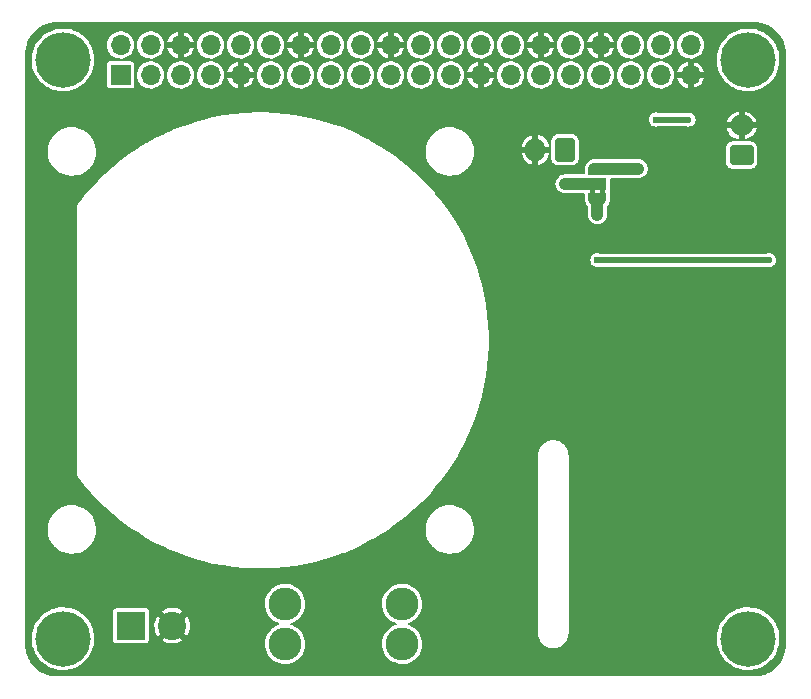
<source format=gbr>
%TF.GenerationSoftware,KiCad,Pcbnew,(6.0.4)*%
%TF.CreationDate,2022-07-12T09:01:25+01:00*%
%TF.ProjectId,PowerPi,506f7765-7250-4692-9e6b-696361645f70,rev?*%
%TF.SameCoordinates,Original*%
%TF.FileFunction,Copper,L2,Bot*%
%TF.FilePolarity,Positive*%
%FSLAX46Y46*%
G04 Gerber Fmt 4.6, Leading zero omitted, Abs format (unit mm)*
G04 Created by KiCad (PCBNEW (6.0.4)) date 2022-07-12 09:01:25*
%MOMM*%
%LPD*%
G01*
G04 APERTURE LIST*
G04 Aperture macros list*
%AMRoundRect*
0 Rectangle with rounded corners*
0 $1 Rounding radius*
0 $2 $3 $4 $5 $6 $7 $8 $9 X,Y pos of 4 corners*
0 Add a 4 corners polygon primitive as box body*
4,1,4,$2,$3,$4,$5,$6,$7,$8,$9,$2,$3,0*
0 Add four circle primitives for the rounded corners*
1,1,$1+$1,$2,$3*
1,1,$1+$1,$4,$5*
1,1,$1+$1,$6,$7*
1,1,$1+$1,$8,$9*
0 Add four rect primitives between the rounded corners*
20,1,$1+$1,$2,$3,$4,$5,0*
20,1,$1+$1,$4,$5,$6,$7,0*
20,1,$1+$1,$6,$7,$8,$9,0*
20,1,$1+$1,$8,$9,$2,$3,0*%
%AMFreePoly0*
4,1,22,0.550000,-0.750000,0.000000,-0.750000,0.000000,-0.745033,-0.079941,-0.743568,-0.215256,-0.701293,-0.333266,-0.622738,-0.424486,-0.514219,-0.481581,-0.384460,-0.499164,-0.250000,-0.500000,-0.250000,-0.500000,0.250000,-0.499164,0.250000,-0.499963,0.256109,-0.478152,0.396186,-0.417904,0.524511,-0.324060,0.630769,-0.204165,0.706417,-0.067858,0.745374,0.000000,0.744959,0.000000,0.750000,
0.550000,0.750000,0.550000,-0.750000,0.550000,-0.750000,$1*%
%AMFreePoly1*
4,1,20,0.000000,0.744959,0.073905,0.744508,0.209726,0.703889,0.328688,0.626782,0.421226,0.519385,0.479903,0.390333,0.500000,0.250000,0.500000,-0.250000,0.499851,-0.262216,0.476331,-0.402017,0.414519,-0.529596,0.319384,-0.634700,0.198574,-0.708877,0.061801,-0.746166,0.000000,-0.745033,0.000000,-0.750000,-0.550000,-0.750000,-0.550000,0.750000,0.000000,0.750000,0.000000,0.744959,
0.000000,0.744959,$1*%
G04 Aperture macros list end*
%TA.AperFunction,ComponentPad*%
%ADD10RoundRect,0.250000X0.750000X-0.600000X0.750000X0.600000X-0.750000X0.600000X-0.750000X-0.600000X0*%
%TD*%
%TA.AperFunction,ComponentPad*%
%ADD11O,2.000000X1.700000*%
%TD*%
%TA.AperFunction,ComponentPad*%
%ADD12C,4.700000*%
%TD*%
%TA.AperFunction,ComponentPad*%
%ADD13R,2.400000X2.400000*%
%TD*%
%TA.AperFunction,ComponentPad*%
%ADD14C,2.400000*%
%TD*%
%TA.AperFunction,ComponentPad*%
%ADD15C,2.780000*%
%TD*%
%TA.AperFunction,ComponentPad*%
%ADD16RoundRect,0.250000X0.600000X0.750000X-0.600000X0.750000X-0.600000X-0.750000X0.600000X-0.750000X0*%
%TD*%
%TA.AperFunction,ComponentPad*%
%ADD17O,1.700000X2.000000*%
%TD*%
%TA.AperFunction,ComponentPad*%
%ADD18R,1.700000X1.700000*%
%TD*%
%TA.AperFunction,ComponentPad*%
%ADD19O,1.700000X1.700000*%
%TD*%
%TA.AperFunction,SMDPad,CuDef*%
%ADD20FreePoly0,90.000000*%
%TD*%
%TA.AperFunction,SMDPad,CuDef*%
%ADD21R,1.500000X1.000000*%
%TD*%
%TA.AperFunction,SMDPad,CuDef*%
%ADD22FreePoly1,90.000000*%
%TD*%
%TA.AperFunction,ViaPad*%
%ADD23C,0.600000*%
%TD*%
%TA.AperFunction,Conductor*%
%ADD24C,0.500000*%
%TD*%
%TA.AperFunction,Conductor*%
%ADD25C,1.000000*%
%TD*%
G04 APERTURE END LIST*
%TO.C,JP1*%
G36*
X134600000Y-68150000D02*
G01*
X134200000Y-68150000D01*
X134200000Y-67650000D01*
X134600000Y-67650000D01*
X134600000Y-68150000D01*
G37*
G36*
X133800000Y-68150000D02*
G01*
X133400000Y-68150000D01*
X133400000Y-67650000D01*
X133800000Y-67650000D01*
X133800000Y-68150000D01*
G37*
%TD*%
D10*
%TO.P,J8,1,Pin_1*%
%TO.N,+5V*%
X146200000Y-64800000D03*
D11*
%TO.P,J8,2,Pin_2*%
%TO.N,GND*%
X146200000Y-62300000D03*
%TD*%
D12*
%TO.P,H2,1*%
%TO.N,N/C*%
X88750000Y-56750000D03*
%TD*%
D13*
%TO.P,J1,1,Pin_1*%
%TO.N,Net-(F1-Pad1)*%
X94500000Y-104650000D03*
D14*
%TO.P,J1,2,Pin_2*%
%TO.N,GND*%
X98000000Y-104650000D03*
%TD*%
D15*
%TO.P,F1,1*%
%TO.N,Net-(F1-Pad1)*%
X107540000Y-102800000D03*
X107540000Y-106200000D03*
%TO.P,F1,2*%
%TO.N,Net-(F1-Pad2)*%
X117460000Y-106200000D03*
X117460000Y-102800000D03*
%TD*%
D16*
%TO.P,J3,1,Pin_1*%
%TO.N,Net-(D2-Pad1)*%
X131250000Y-64350000D03*
D17*
%TO.P,J3,2,Pin_2*%
%TO.N,GND*%
X128750000Y-64350000D03*
%TD*%
D12*
%TO.P,H3,1*%
%TO.N,N/C*%
X146750000Y-56750000D03*
%TD*%
%TO.P,H1,1*%
%TO.N,N/C*%
X146750000Y-105750000D03*
%TD*%
%TO.P,H4,1*%
%TO.N,N/C*%
X88750000Y-105750000D03*
%TD*%
D18*
%TO.P,J6,1,3V3*%
%TO.N,unconnected-(J6-Pad1)*%
X93620000Y-58020000D03*
D19*
%TO.P,J6,2,5V*%
%TO.N,5V_PI*%
X93620000Y-55480000D03*
%TO.P,J6,3,SDA/GPIO2*%
%TO.N,unconnected-(J6-Pad3)*%
X96160000Y-58020000D03*
%TO.P,J6,4,5V*%
%TO.N,5V_PI*%
X96160000Y-55480000D03*
%TO.P,J6,5,SCL/GPIO3*%
%TO.N,unconnected-(J6-Pad5)*%
X98700000Y-58020000D03*
%TO.P,J6,6,GND*%
%TO.N,GND*%
X98700000Y-55480000D03*
%TO.P,J6,7,GCLK0/GPIO4*%
%TO.N,unconnected-(J6-Pad7)*%
X101240000Y-58020000D03*
%TO.P,J6,8,GPIO14/TXD*%
%TO.N,unconnected-(J6-Pad8)*%
X101240000Y-55480000D03*
%TO.P,J6,9,GND*%
%TO.N,GND*%
X103780000Y-58020000D03*
%TO.P,J6,10,GPIO15/RXD*%
%TO.N,unconnected-(J6-Pad10)*%
X103780000Y-55480000D03*
%TO.P,J6,11,GPIO17*%
%TO.N,unconnected-(J6-Pad11)*%
X106320000Y-58020000D03*
%TO.P,J6,12,GPIO18/PWM0*%
%TO.N,unconnected-(J6-Pad12)*%
X106320000Y-55480000D03*
%TO.P,J6,13,GPIO27*%
%TO.N,unconnected-(J6-Pad13)*%
X108860000Y-58020000D03*
%TO.P,J6,14,GND*%
%TO.N,GND*%
X108860000Y-55480000D03*
%TO.P,J6,15,GPIO22*%
%TO.N,unconnected-(J6-Pad15)*%
X111400000Y-58020000D03*
%TO.P,J6,16,GPIO23*%
%TO.N,unconnected-(J6-Pad16)*%
X111400000Y-55480000D03*
%TO.P,J6,17,3V3*%
%TO.N,unconnected-(J6-Pad17)*%
X113940000Y-58020000D03*
%TO.P,J6,18,GPIO24*%
%TO.N,unconnected-(J6-Pad18)*%
X113940000Y-55480000D03*
%TO.P,J6,19,MOSI0/GPIO10*%
%TO.N,unconnected-(J6-Pad19)*%
X116480000Y-58020000D03*
%TO.P,J6,20,GND*%
%TO.N,GND*%
X116480000Y-55480000D03*
%TO.P,J6,21,MISO0/GPIO9*%
%TO.N,unconnected-(J6-Pad21)*%
X119020000Y-58020000D03*
%TO.P,J6,22,GPIO25*%
%TO.N,unconnected-(J6-Pad22)*%
X119020000Y-55480000D03*
%TO.P,J6,23,SCLK0/GPIO11*%
%TO.N,unconnected-(J6-Pad23)*%
X121560000Y-58020000D03*
%TO.P,J6,24,~{CE0}/GPIO8*%
%TO.N,unconnected-(J6-Pad24)*%
X121560000Y-55480000D03*
%TO.P,J6,25,GND*%
%TO.N,GND*%
X124100000Y-58020000D03*
%TO.P,J6,26,~{CE1}/GPIO7*%
%TO.N,unconnected-(J6-Pad26)*%
X124100000Y-55480000D03*
%TO.P,J6,27,ID_SD/GPIO0*%
%TO.N,unconnected-(J6-Pad27)*%
X126640000Y-58020000D03*
%TO.P,J6,28,ID_SC/GPIO1*%
%TO.N,unconnected-(J6-Pad28)*%
X126640000Y-55480000D03*
%TO.P,J6,29,GCLK1/GPIO5*%
%TO.N,unconnected-(J6-Pad29)*%
X129180000Y-58020000D03*
%TO.P,J6,30,GND*%
%TO.N,GND*%
X129180000Y-55480000D03*
%TO.P,J6,31,GCLK2/GPIO6*%
%TO.N,unconnected-(J6-Pad31)*%
X131720000Y-58020000D03*
%TO.P,J6,32,PWM0/GPIO12*%
%TO.N,unconnected-(J6-Pad32)*%
X131720000Y-55480000D03*
%TO.P,J6,33,PWM1/GPIO13*%
%TO.N,unconnected-(J6-Pad33)*%
X134260000Y-58020000D03*
%TO.P,J6,34,GND*%
%TO.N,GND*%
X134260000Y-55480000D03*
%TO.P,J6,35,GPIO19/MISO1*%
%TO.N,unconnected-(J6-Pad35)*%
X136800000Y-58020000D03*
%TO.P,J6,36,GPIO16*%
%TO.N,unconnected-(J6-Pad36)*%
X136800000Y-55480000D03*
%TO.P,J6,37,GPIO26*%
%TO.N,unconnected-(J6-Pad37)*%
X139340000Y-58020000D03*
%TO.P,J6,38,GPIO20/MOSI1*%
%TO.N,unconnected-(J6-Pad38)*%
X139340000Y-55480000D03*
%TO.P,J6,39,GND*%
%TO.N,GND*%
X141880000Y-58020000D03*
%TO.P,J6,40,GPIO21/SCLK1*%
%TO.N,unconnected-(J6-Pad40)*%
X141880000Y-55480000D03*
%TD*%
D20*
%TO.P,JP1,1,A*%
%TO.N,VCC*%
X134000000Y-68550000D03*
D21*
%TO.P,JP1,2,C*%
%TO.N,Net-(D2-Pad1)*%
X134000000Y-67250000D03*
D22*
%TO.P,JP1,3,B*%
%TO.N,+5V*%
X134000000Y-65950000D03*
%TD*%
D23*
%TO.N,VCC*%
X134000000Y-73700000D03*
X134000000Y-69850000D03*
X148500000Y-73700000D03*
%TO.N,GND*%
X126000000Y-62750000D03*
X149200000Y-78500000D03*
X148450000Y-101750000D03*
X123950000Y-106700000D03*
X140500000Y-70600000D03*
X129800000Y-74000000D03*
X132300000Y-92300000D03*
X141450000Y-59750000D03*
X137300000Y-76500000D03*
X137200000Y-72400000D03*
X141800000Y-92800000D03*
X128600000Y-77500000D03*
X139300000Y-76500000D03*
X139300000Y-75400000D03*
X138900000Y-70600000D03*
X148449999Y-98800000D03*
X130200000Y-75600000D03*
X135750000Y-64600000D03*
X149200000Y-72500000D03*
X131800000Y-81400000D03*
X149550000Y-101750000D03*
X128600000Y-75600000D03*
X129800000Y-72000000D03*
X141800000Y-94400000D03*
X141800000Y-97600000D03*
X129800000Y-73000000D03*
X140400000Y-97600000D03*
X140000000Y-74700000D03*
X130200000Y-81400000D03*
X128600000Y-79600000D03*
X147350000Y-101750000D03*
X126000000Y-81250000D03*
X129000000Y-66000000D03*
X128600000Y-81400000D03*
X129250000Y-70750000D03*
X125650000Y-106700000D03*
X137200000Y-70600000D03*
X138150000Y-77350000D03*
X149550000Y-98800000D03*
X147350000Y-98800000D03*
X125650000Y-105350000D03*
X131900000Y-75600000D03*
X141800000Y-96000000D03*
%TO.N,+5V*%
X137450000Y-65950000D03*
%TO.N,Net-(Q2-Pad3)*%
X138950000Y-61800000D03*
X141700000Y-61800000D03*
%TO.N,Net-(D2-Pad1)*%
X131250000Y-67250000D03*
%TD*%
D24*
%TO.N,VCC*%
X134000000Y-73700000D02*
X148500000Y-73700000D01*
D25*
X134000000Y-69850000D02*
X134000000Y-68550000D01*
%TO.N,+5V*%
X134000000Y-65950000D02*
X137450000Y-65950000D01*
D24*
%TO.N,Net-(Q2-Pad3)*%
X138950000Y-61800000D02*
X141700000Y-61800000D01*
D25*
%TO.N,Net-(D2-Pad1)*%
X131250000Y-67250000D02*
X134000000Y-67250000D01*
%TD*%
%TA.AperFunction,Conductor*%
%TO.N,GND*%
G36*
X147232236Y-53552004D02*
G01*
X147250000Y-53555136D01*
X147258649Y-53553611D01*
X147281391Y-53552263D01*
X147546702Y-53567163D01*
X147557725Y-53568404D01*
X147761306Y-53602994D01*
X147845209Y-53617250D01*
X147856033Y-53619720D01*
X147951594Y-53647250D01*
X148136252Y-53700450D01*
X148146722Y-53704114D01*
X148416141Y-53815711D01*
X148426131Y-53820522D01*
X148681354Y-53961578D01*
X148690750Y-53967481D01*
X148928581Y-54136232D01*
X148937252Y-54143147D01*
X148972510Y-54174655D01*
X149154689Y-54337460D01*
X149162540Y-54345311D01*
X149188029Y-54373833D01*
X149348872Y-54553816D01*
X149356851Y-54562745D01*
X149363765Y-54571415D01*
X149532516Y-54809246D01*
X149538421Y-54818644D01*
X149677606Y-55070481D01*
X149679475Y-55073863D01*
X149684289Y-55083859D01*
X149763032Y-55273960D01*
X149795885Y-55353274D01*
X149799550Y-55363748D01*
X149836694Y-55492677D01*
X149880280Y-55643967D01*
X149882750Y-55654791D01*
X149925183Y-55904530D01*
X149931595Y-55942271D01*
X149932837Y-55953298D01*
X149941849Y-56113764D01*
X149947737Y-56218609D01*
X149946389Y-56241351D01*
X149944864Y-56250000D01*
X149946368Y-56258528D01*
X149947996Y-56267761D01*
X149949500Y-56284953D01*
X149949500Y-106215047D01*
X149947996Y-106232236D01*
X149944864Y-106250000D01*
X149946368Y-106258530D01*
X149946389Y-106258649D01*
X149947737Y-106281391D01*
X149933328Y-106537976D01*
X149932838Y-106546697D01*
X149931596Y-106557725D01*
X149915402Y-106653033D01*
X149882750Y-106845209D01*
X149880280Y-106856033D01*
X149807801Y-107107615D01*
X149799552Y-107136247D01*
X149795886Y-107146722D01*
X149726278Y-107314773D01*
X149684292Y-107416135D01*
X149679478Y-107426131D01*
X149586548Y-107594276D01*
X149538422Y-107681354D01*
X149532519Y-107690750D01*
X149363768Y-107928581D01*
X149356851Y-107937255D01*
X149162540Y-108154689D01*
X149154689Y-108162540D01*
X148979596Y-108319013D01*
X148937255Y-108356851D01*
X148928581Y-108363768D01*
X148790847Y-108461496D01*
X148690754Y-108532516D01*
X148681356Y-108538421D01*
X148426131Y-108679478D01*
X148416141Y-108684289D01*
X148146722Y-108795886D01*
X148136252Y-108799550D01*
X147951594Y-108852750D01*
X147856033Y-108880280D01*
X147845209Y-108882750D01*
X147761306Y-108897006D01*
X147557725Y-108931596D01*
X147546702Y-108932837D01*
X147281391Y-108947737D01*
X147258649Y-108946389D01*
X147258530Y-108946368D01*
X147250000Y-108944864D01*
X147232236Y-108947996D01*
X147215047Y-108949500D01*
X88284953Y-108949500D01*
X88267764Y-108947996D01*
X88250000Y-108944864D01*
X88241470Y-108946368D01*
X88241351Y-108946389D01*
X88218609Y-108947737D01*
X87953298Y-108932837D01*
X87942275Y-108931596D01*
X87738694Y-108897006D01*
X87654791Y-108882750D01*
X87643967Y-108880280D01*
X87548406Y-108852750D01*
X87363748Y-108799550D01*
X87353278Y-108795886D01*
X87083859Y-108684289D01*
X87073869Y-108679478D01*
X86818644Y-108538421D01*
X86809246Y-108532516D01*
X86709153Y-108461496D01*
X86571419Y-108363768D01*
X86562745Y-108356851D01*
X86520405Y-108319013D01*
X86345311Y-108162540D01*
X86337460Y-108154689D01*
X86143149Y-107937255D01*
X86136232Y-107928581D01*
X85967481Y-107690750D01*
X85961578Y-107681354D01*
X85913452Y-107594276D01*
X85820522Y-107426131D01*
X85815708Y-107416135D01*
X85773723Y-107314773D01*
X85704114Y-107146722D01*
X85700448Y-107136247D01*
X85692200Y-107107615D01*
X85619720Y-106856033D01*
X85617250Y-106845209D01*
X85584598Y-106653033D01*
X85568404Y-106557725D01*
X85567162Y-106546697D01*
X85566673Y-106537976D01*
X85552263Y-106281391D01*
X85553611Y-106258649D01*
X85553632Y-106258530D01*
X85555136Y-106250000D01*
X85552004Y-106232236D01*
X85550500Y-106215047D01*
X85550500Y-105722194D01*
X86094801Y-105722194D01*
X86094949Y-105725168D01*
X86094949Y-105725173D01*
X86099041Y-105807360D01*
X86110691Y-106041382D01*
X86125414Y-106127065D01*
X86148004Y-106258530D01*
X86164812Y-106356350D01*
X86165666Y-106359204D01*
X86165666Y-106359206D01*
X86191735Y-106446375D01*
X86256381Y-106662535D01*
X86257569Y-106665262D01*
X86257571Y-106665266D01*
X86355310Y-106889516D01*
X86384070Y-106955501D01*
X86428889Y-107031740D01*
X86544522Y-107228440D01*
X86544526Y-107228446D01*
X86546031Y-107231006D01*
X86739917Y-107485057D01*
X86962920Y-107713976D01*
X86965238Y-107715843D01*
X86965239Y-107715844D01*
X87209478Y-107912569D01*
X87209484Y-107912573D01*
X87211809Y-107914446D01*
X87482979Y-108083563D01*
X87568186Y-108123386D01*
X87769799Y-108217614D01*
X87769803Y-108217616D01*
X87772502Y-108218877D01*
X87775334Y-108219805D01*
X87775338Y-108219807D01*
X87916695Y-108266146D01*
X88076185Y-108318430D01*
X88079112Y-108319012D01*
X88079115Y-108319013D01*
X88386710Y-108380197D01*
X88386717Y-108380198D01*
X88389628Y-108380777D01*
X88392590Y-108381002D01*
X88392595Y-108381003D01*
X88705318Y-108404791D01*
X88705322Y-108404791D01*
X88708292Y-108405017D01*
X88819168Y-108400079D01*
X89024583Y-108390932D01*
X89024591Y-108390931D01*
X89027559Y-108390799D01*
X89241413Y-108355204D01*
X89339863Y-108338817D01*
X89339865Y-108338816D01*
X89342806Y-108338327D01*
X89455475Y-108305274D01*
X89646593Y-108249206D01*
X89646595Y-108249205D01*
X89649466Y-108248363D01*
X89715932Y-108219807D01*
X89940358Y-108123386D01*
X89940361Y-108123384D01*
X89943097Y-108122209D01*
X90219445Y-107961693D01*
X90221817Y-107959902D01*
X90221825Y-107959897D01*
X90472138Y-107770930D01*
X90472139Y-107770929D01*
X90474509Y-107769140D01*
X90704592Y-107547339D01*
X90906362Y-107299503D01*
X90924151Y-107271310D01*
X91075308Y-107031740D01*
X91076897Y-107029222D01*
X91213725Y-106740411D01*
X91314866Y-106437254D01*
X91344716Y-106291189D01*
X91372421Y-106155624D01*
X105845341Y-106155624D01*
X105845517Y-106159290D01*
X105845517Y-106159292D01*
X105850832Y-106269941D01*
X105857396Y-106406598D01*
X105906415Y-106653033D01*
X105907655Y-106656488D01*
X105907656Y-106656490D01*
X105910807Y-106665266D01*
X105991321Y-106889516D01*
X106110249Y-107110852D01*
X106112449Y-107113798D01*
X106249239Y-107296982D01*
X106260586Y-107312178D01*
X106263204Y-107314773D01*
X106370634Y-107421269D01*
X106439030Y-107489071D01*
X106641660Y-107637645D01*
X106864025Y-107754637D01*
X106867496Y-107755849D01*
X106867498Y-107755850D01*
X106905555Y-107769140D01*
X107101240Y-107837476D01*
X107348093Y-107884343D01*
X107473628Y-107889275D01*
X107595493Y-107894063D01*
X107595496Y-107894063D01*
X107599163Y-107894207D01*
X107727441Y-107880158D01*
X107845292Y-107867252D01*
X107845295Y-107867251D01*
X107848933Y-107866853D01*
X108091916Y-107802881D01*
X108322775Y-107703696D01*
X108358879Y-107681354D01*
X108533311Y-107573413D01*
X108533316Y-107573409D01*
X108536437Y-107571478D01*
X108728209Y-107409131D01*
X108893879Y-107220221D01*
X109029806Y-107008899D01*
X109052707Y-106958062D01*
X109131497Y-106783154D01*
X109131498Y-106783152D01*
X109133005Y-106779806D01*
X109197866Y-106549826D01*
X109200211Y-106541512D01*
X109200212Y-106541509D01*
X109201208Y-106537976D01*
X109232917Y-106288722D01*
X109235240Y-106200000D01*
X109231942Y-106155624D01*
X115765341Y-106155624D01*
X115765517Y-106159290D01*
X115765517Y-106159292D01*
X115770832Y-106269941D01*
X115777396Y-106406598D01*
X115826415Y-106653033D01*
X115827655Y-106656488D01*
X115827656Y-106656490D01*
X115830807Y-106665266D01*
X115911321Y-106889516D01*
X116030249Y-107110852D01*
X116032449Y-107113798D01*
X116169239Y-107296982D01*
X116180586Y-107312178D01*
X116183204Y-107314773D01*
X116290634Y-107421269D01*
X116359030Y-107489071D01*
X116561660Y-107637645D01*
X116784025Y-107754637D01*
X116787496Y-107755849D01*
X116787498Y-107755850D01*
X116825555Y-107769140D01*
X117021240Y-107837476D01*
X117268093Y-107884343D01*
X117393628Y-107889275D01*
X117515493Y-107894063D01*
X117515496Y-107894063D01*
X117519163Y-107894207D01*
X117647441Y-107880158D01*
X117765292Y-107867252D01*
X117765295Y-107867251D01*
X117768933Y-107866853D01*
X118011916Y-107802881D01*
X118242775Y-107703696D01*
X118278879Y-107681354D01*
X118453311Y-107573413D01*
X118453316Y-107573409D01*
X118456437Y-107571478D01*
X118648209Y-107409131D01*
X118813879Y-107220221D01*
X118949806Y-107008899D01*
X118972707Y-106958062D01*
X119051497Y-106783154D01*
X119051498Y-106783152D01*
X119053005Y-106779806D01*
X119117866Y-106549826D01*
X119120211Y-106541512D01*
X119120212Y-106541509D01*
X119121208Y-106537976D01*
X119152917Y-106288722D01*
X119155240Y-106200000D01*
X119143671Y-106044326D01*
X119136891Y-105953082D01*
X119136890Y-105953076D01*
X119136619Y-105949428D01*
X119081166Y-105704360D01*
X119079836Y-105700939D01*
X118991429Y-105473599D01*
X118991427Y-105473594D01*
X118990099Y-105470180D01*
X118969289Y-105433769D01*
X118867240Y-105255222D01*
X118865418Y-105252034D01*
X118863815Y-105250000D01*
X128944864Y-105250000D01*
X128945202Y-105251915D01*
X128945974Y-105261233D01*
X128962503Y-105460711D01*
X128962841Y-105464789D01*
X129015749Y-105673719D01*
X129102325Y-105871091D01*
X129104564Y-105874517D01*
X129104565Y-105874520D01*
X129153505Y-105949428D01*
X129220206Y-106051521D01*
X129366177Y-106210088D01*
X129369411Y-106212605D01*
X129464016Y-106286239D01*
X129536256Y-106342466D01*
X129567189Y-106359206D01*
X129711409Y-106437254D01*
X129725805Y-106445045D01*
X129729674Y-106446373D01*
X129729678Y-106446375D01*
X129820797Y-106477656D01*
X129929652Y-106515026D01*
X129933682Y-106515698D01*
X129933684Y-106515699D01*
X130004252Y-106527474D01*
X130142238Y-106550500D01*
X130357762Y-106550500D01*
X130495748Y-106527474D01*
X130566316Y-106515699D01*
X130566318Y-106515698D01*
X130570348Y-106515026D01*
X130679203Y-106477656D01*
X130770322Y-106446375D01*
X130770326Y-106446373D01*
X130774195Y-106445045D01*
X130788592Y-106437254D01*
X130932811Y-106359206D01*
X130963744Y-106342466D01*
X131035985Y-106286239D01*
X131130589Y-106212605D01*
X131133823Y-106210088D01*
X131279794Y-106051521D01*
X131346495Y-105949428D01*
X131395435Y-105874520D01*
X131395436Y-105874517D01*
X131397675Y-105871091D01*
X131462988Y-105722194D01*
X144094801Y-105722194D01*
X144094949Y-105725168D01*
X144094949Y-105725173D01*
X144099041Y-105807360D01*
X144110691Y-106041382D01*
X144125414Y-106127065D01*
X144148004Y-106258530D01*
X144164812Y-106356350D01*
X144165666Y-106359204D01*
X144165666Y-106359206D01*
X144191735Y-106446375D01*
X144256381Y-106662535D01*
X144257569Y-106665262D01*
X144257571Y-106665266D01*
X144355310Y-106889516D01*
X144384070Y-106955501D01*
X144428889Y-107031740D01*
X144544522Y-107228440D01*
X144544526Y-107228446D01*
X144546031Y-107231006D01*
X144739917Y-107485057D01*
X144962920Y-107713976D01*
X144965238Y-107715843D01*
X144965239Y-107715844D01*
X145209478Y-107912569D01*
X145209484Y-107912573D01*
X145211809Y-107914446D01*
X145482979Y-108083563D01*
X145568186Y-108123386D01*
X145769799Y-108217614D01*
X145769803Y-108217616D01*
X145772502Y-108218877D01*
X145775334Y-108219805D01*
X145775338Y-108219807D01*
X145916695Y-108266146D01*
X146076185Y-108318430D01*
X146079112Y-108319012D01*
X146079115Y-108319013D01*
X146386710Y-108380197D01*
X146386717Y-108380198D01*
X146389628Y-108380777D01*
X146392590Y-108381002D01*
X146392595Y-108381003D01*
X146705318Y-108404791D01*
X146705322Y-108404791D01*
X146708292Y-108405017D01*
X146819168Y-108400079D01*
X147024583Y-108390932D01*
X147024591Y-108390931D01*
X147027559Y-108390799D01*
X147241413Y-108355204D01*
X147339863Y-108338817D01*
X147339865Y-108338816D01*
X147342806Y-108338327D01*
X147455475Y-108305274D01*
X147646593Y-108249206D01*
X147646595Y-108249205D01*
X147649466Y-108248363D01*
X147715932Y-108219807D01*
X147940358Y-108123386D01*
X147940361Y-108123384D01*
X147943097Y-108122209D01*
X148219445Y-107961693D01*
X148221817Y-107959902D01*
X148221825Y-107959897D01*
X148472138Y-107770930D01*
X148472139Y-107770929D01*
X148474509Y-107769140D01*
X148704592Y-107547339D01*
X148906362Y-107299503D01*
X148924151Y-107271310D01*
X149075308Y-107031740D01*
X149076897Y-107029222D01*
X149213725Y-106740411D01*
X149314866Y-106437254D01*
X149344716Y-106291189D01*
X149378257Y-106127065D01*
X149378258Y-106127056D01*
X149378854Y-106124141D01*
X149380358Y-106105650D01*
X149404621Y-105807360D01*
X149404622Y-105807348D01*
X149404763Y-105805609D01*
X149405345Y-105750000D01*
X149390559Y-105504742D01*
X149386292Y-105433961D01*
X149386292Y-105433958D01*
X149386113Y-105430995D01*
X149328697Y-105116611D01*
X149256800Y-104885065D01*
X149234810Y-104814245D01*
X149234809Y-104814242D01*
X149233927Y-104811402D01*
X149103176Y-104519789D01*
X148962278Y-104285758D01*
X148939878Y-104248552D01*
X148939877Y-104248550D01*
X148938339Y-104245996D01*
X148936502Y-104243640D01*
X148743645Y-103996349D01*
X148743641Y-103996344D01*
X148741804Y-103993989D01*
X148516416Y-103767418D01*
X148383116Y-103662333D01*
X148267787Y-103571415D01*
X148267782Y-103571412D01*
X148265441Y-103569566D01*
X147992515Y-103403297D01*
X147989799Y-103402062D01*
X147989795Y-103402060D01*
X147704310Y-103272258D01*
X147704306Y-103272257D01*
X147701591Y-103271022D01*
X147396882Y-103174655D01*
X147358839Y-103167501D01*
X147085734Y-103116144D01*
X147085731Y-103116144D01*
X147082803Y-103115593D01*
X146763903Y-103094691D01*
X146760922Y-103094855D01*
X146760915Y-103094855D01*
X146447779Y-103112089D01*
X146447776Y-103112089D01*
X146444802Y-103112253D01*
X146130122Y-103168022D01*
X146127264Y-103168893D01*
X146127260Y-103168894D01*
X145997470Y-103208451D01*
X145824421Y-103261193D01*
X145821695Y-103262398D01*
X145821690Y-103262400D01*
X145556124Y-103379806D01*
X145532127Y-103390415D01*
X145257475Y-103553816D01*
X145004442Y-103749029D01*
X144964676Y-103788175D01*
X144836074Y-103914773D01*
X144776694Y-103973227D01*
X144577530Y-104223163D01*
X144575965Y-104225702D01*
X144416537Y-104484343D01*
X144409835Y-104495215D01*
X144276038Y-104785443D01*
X144275122Y-104788287D01*
X144275121Y-104788290D01*
X144266763Y-104814245D01*
X144178078Y-105089643D01*
X144177513Y-105092562D01*
X144177513Y-105092563D01*
X144148704Y-105241468D01*
X144117372Y-105403408D01*
X144117162Y-105406370D01*
X144117162Y-105406372D01*
X144115419Y-105430995D01*
X144094801Y-105722194D01*
X131462988Y-105722194D01*
X131484251Y-105673719D01*
X131537159Y-105464789D01*
X131539714Y-105433961D01*
X131553920Y-105262511D01*
X131554798Y-105251915D01*
X131555136Y-105250000D01*
X131552004Y-105232236D01*
X131550500Y-105215047D01*
X131550500Y-90284953D01*
X131552004Y-90267761D01*
X131555136Y-90250000D01*
X131554798Y-90248085D01*
X131539764Y-90066643D01*
X131537497Y-90039289D01*
X131537497Y-90039288D01*
X131537159Y-90035211D01*
X131484251Y-89826281D01*
X131397675Y-89628909D01*
X131391706Y-89619772D01*
X131282033Y-89451906D01*
X131279794Y-89448479D01*
X131133823Y-89289912D01*
X131086897Y-89253388D01*
X130966977Y-89160050D01*
X130966974Y-89160048D01*
X130963744Y-89157534D01*
X130774195Y-89054955D01*
X130770326Y-89053627D01*
X130770322Y-89053625D01*
X130679203Y-89022344D01*
X130570348Y-88984974D01*
X130566318Y-88984302D01*
X130566316Y-88984301D01*
X130495748Y-88972526D01*
X130357762Y-88949500D01*
X130142238Y-88949500D01*
X130004252Y-88972526D01*
X129933684Y-88984301D01*
X129933682Y-88984302D01*
X129929652Y-88984974D01*
X129820797Y-89022344D01*
X129729678Y-89053625D01*
X129729674Y-89053627D01*
X129725805Y-89054955D01*
X129536256Y-89157534D01*
X129533026Y-89160048D01*
X129533023Y-89160050D01*
X129413103Y-89253388D01*
X129366177Y-89289912D01*
X129220206Y-89448479D01*
X129217967Y-89451906D01*
X129108295Y-89619772D01*
X129102325Y-89628909D01*
X129015749Y-89826281D01*
X128962841Y-90035211D01*
X128962503Y-90039288D01*
X128962503Y-90039289D01*
X128960156Y-90067612D01*
X128945202Y-90248085D01*
X128944864Y-90250000D01*
X128947996Y-90267761D01*
X128949500Y-90284953D01*
X128949500Y-105215047D01*
X128947996Y-105232236D01*
X128944864Y-105250000D01*
X118863815Y-105250000D01*
X118709862Y-105054712D01*
X118613480Y-104964045D01*
X118529522Y-104885065D01*
X118529518Y-104885062D01*
X118526849Y-104882551D01*
X118320399Y-104739332D01*
X118293659Y-104726145D01*
X118098347Y-104629828D01*
X118095048Y-104628201D01*
X118091546Y-104627080D01*
X117994784Y-104596106D01*
X117945128Y-104560358D01*
X117925967Y-104502251D01*
X117944620Y-104443978D01*
X117999763Y-104406081D01*
X118008357Y-104403819D01*
X118008369Y-104403815D01*
X118011916Y-104402881D01*
X118242775Y-104303696D01*
X118245902Y-104301761D01*
X118453311Y-104173413D01*
X118453316Y-104173409D01*
X118456437Y-104171478D01*
X118648209Y-104009131D01*
X118813879Y-103820221D01*
X118949806Y-103608899D01*
X118966692Y-103571415D01*
X119051497Y-103383154D01*
X119051498Y-103383152D01*
X119053005Y-103379806D01*
X119079686Y-103285203D01*
X119120211Y-103141512D01*
X119120212Y-103141509D01*
X119121208Y-103137976D01*
X119152917Y-102888722D01*
X119155240Y-102800000D01*
X119136619Y-102549428D01*
X119081166Y-102304360D01*
X118990099Y-102070180D01*
X118969289Y-102033769D01*
X118867240Y-101855222D01*
X118865418Y-101852034D01*
X118709862Y-101654712D01*
X118655693Y-101603755D01*
X118529522Y-101485065D01*
X118529518Y-101485062D01*
X118526849Y-101482551D01*
X118320399Y-101339332D01*
X118095048Y-101228201D01*
X118091551Y-101227082D01*
X118091547Y-101227080D01*
X117859248Y-101152721D01*
X117855746Y-101151600D01*
X117607750Y-101111211D01*
X117604086Y-101111163D01*
X117482129Y-101109567D01*
X117356508Y-101107922D01*
X117352880Y-101108416D01*
X117352876Y-101108416D01*
X117232024Y-101124864D01*
X117107540Y-101141805D01*
X116866314Y-101212116D01*
X116638131Y-101317310D01*
X116428003Y-101455076D01*
X116425270Y-101457515D01*
X116425269Y-101457516D01*
X116397220Y-101482551D01*
X116240546Y-101622387D01*
X116079879Y-101815569D01*
X115949530Y-102030377D01*
X115852364Y-102262092D01*
X115790515Y-102505625D01*
X115765341Y-102755624D01*
X115765517Y-102759290D01*
X115765517Y-102759292D01*
X115767592Y-102802492D01*
X115777396Y-103006598D01*
X115826415Y-103253033D01*
X115827655Y-103256488D01*
X115827656Y-103256490D01*
X115869439Y-103372864D01*
X115911321Y-103489516D01*
X115913059Y-103492751D01*
X115913061Y-103492755D01*
X115946851Y-103555641D01*
X116030249Y-103710852D01*
X116032449Y-103713798D01*
X116111919Y-103820221D01*
X116180586Y-103912178D01*
X116359030Y-104089071D01*
X116561660Y-104237645D01*
X116784025Y-104354637D01*
X116787496Y-104355849D01*
X116787498Y-104355850D01*
X116931355Y-104406087D01*
X116980059Y-104443122D01*
X116997692Y-104501712D01*
X116977520Y-104559476D01*
X116926419Y-104594597D01*
X116866314Y-104612116D01*
X116638131Y-104717310D01*
X116428003Y-104855076D01*
X116425270Y-104857515D01*
X116425269Y-104857516D01*
X116397220Y-104882551D01*
X116240546Y-105022387D01*
X116238199Y-105025209D01*
X116238198Y-105025210D01*
X116172779Y-105103868D01*
X116079879Y-105215569D01*
X115949530Y-105430377D01*
X115852364Y-105662092D01*
X115851460Y-105665654D01*
X115851459Y-105665655D01*
X115792564Y-105897558D01*
X115790515Y-105905625D01*
X115765341Y-106155624D01*
X109231942Y-106155624D01*
X109223671Y-106044326D01*
X109216891Y-105953082D01*
X109216890Y-105953076D01*
X109216619Y-105949428D01*
X109161166Y-105704360D01*
X109159836Y-105700939D01*
X109071429Y-105473599D01*
X109071427Y-105473594D01*
X109070099Y-105470180D01*
X109049289Y-105433769D01*
X108947240Y-105255222D01*
X108945418Y-105252034D01*
X108789862Y-105054712D01*
X108693480Y-104964045D01*
X108609522Y-104885065D01*
X108609518Y-104885062D01*
X108606849Y-104882551D01*
X108400399Y-104739332D01*
X108373659Y-104726145D01*
X108178347Y-104629828D01*
X108175048Y-104628201D01*
X108171546Y-104627080D01*
X108074784Y-104596106D01*
X108025128Y-104560358D01*
X108005967Y-104502251D01*
X108024620Y-104443978D01*
X108079763Y-104406081D01*
X108088357Y-104403819D01*
X108088369Y-104403815D01*
X108091916Y-104402881D01*
X108322775Y-104303696D01*
X108325902Y-104301761D01*
X108533311Y-104173413D01*
X108533316Y-104173409D01*
X108536437Y-104171478D01*
X108728209Y-104009131D01*
X108893879Y-103820221D01*
X109029806Y-103608899D01*
X109046692Y-103571415D01*
X109131497Y-103383154D01*
X109131498Y-103383152D01*
X109133005Y-103379806D01*
X109159686Y-103285203D01*
X109200211Y-103141512D01*
X109200212Y-103141509D01*
X109201208Y-103137976D01*
X109232917Y-102888722D01*
X109235240Y-102800000D01*
X109216619Y-102549428D01*
X109161166Y-102304360D01*
X109070099Y-102070180D01*
X109049289Y-102033769D01*
X108947240Y-101855222D01*
X108945418Y-101852034D01*
X108789862Y-101654712D01*
X108735693Y-101603755D01*
X108609522Y-101485065D01*
X108609518Y-101485062D01*
X108606849Y-101482551D01*
X108400399Y-101339332D01*
X108175048Y-101228201D01*
X108171551Y-101227082D01*
X108171547Y-101227080D01*
X107939248Y-101152721D01*
X107935746Y-101151600D01*
X107687750Y-101111211D01*
X107684086Y-101111163D01*
X107562129Y-101109567D01*
X107436508Y-101107922D01*
X107432880Y-101108416D01*
X107432876Y-101108416D01*
X107312024Y-101124864D01*
X107187540Y-101141805D01*
X106946314Y-101212116D01*
X106718131Y-101317310D01*
X106508003Y-101455076D01*
X106505270Y-101457515D01*
X106505269Y-101457516D01*
X106477220Y-101482551D01*
X106320546Y-101622387D01*
X106159879Y-101815569D01*
X106029530Y-102030377D01*
X105932364Y-102262092D01*
X105870515Y-102505625D01*
X105845341Y-102755624D01*
X105845517Y-102759290D01*
X105845517Y-102759292D01*
X105847592Y-102802492D01*
X105857396Y-103006598D01*
X105906415Y-103253033D01*
X105907655Y-103256488D01*
X105907656Y-103256490D01*
X105949439Y-103372864D01*
X105991321Y-103489516D01*
X105993059Y-103492751D01*
X105993061Y-103492755D01*
X106026851Y-103555641D01*
X106110249Y-103710852D01*
X106112449Y-103713798D01*
X106191919Y-103820221D01*
X106260586Y-103912178D01*
X106439030Y-104089071D01*
X106641660Y-104237645D01*
X106864025Y-104354637D01*
X106867496Y-104355849D01*
X106867498Y-104355850D01*
X107011355Y-104406087D01*
X107060059Y-104443122D01*
X107077692Y-104501712D01*
X107057520Y-104559476D01*
X107006419Y-104594597D01*
X106946314Y-104612116D01*
X106718131Y-104717310D01*
X106508003Y-104855076D01*
X106505270Y-104857515D01*
X106505269Y-104857516D01*
X106477220Y-104882551D01*
X106320546Y-105022387D01*
X106318199Y-105025209D01*
X106318198Y-105025210D01*
X106252779Y-105103868D01*
X106159879Y-105215569D01*
X106029530Y-105430377D01*
X105932364Y-105662092D01*
X105931460Y-105665654D01*
X105931459Y-105665655D01*
X105872564Y-105897558D01*
X105870515Y-105905625D01*
X105845341Y-106155624D01*
X91372421Y-106155624D01*
X91378257Y-106127065D01*
X91378258Y-106127056D01*
X91378854Y-106124141D01*
X91380358Y-106105650D01*
X91397521Y-105894646D01*
X92999500Y-105894646D01*
X93002618Y-105920846D01*
X93048061Y-106023153D01*
X93054529Y-106029610D01*
X93054530Y-106029611D01*
X93074535Y-106049581D01*
X93127287Y-106102241D01*
X93135645Y-106105936D01*
X93222864Y-106144496D01*
X93222866Y-106144496D01*
X93229673Y-106147506D01*
X93237067Y-106148368D01*
X93252378Y-106150153D01*
X93255354Y-106150500D01*
X95744646Y-106150500D01*
X95762561Y-106148368D01*
X95763469Y-106148260D01*
X95763470Y-106148260D01*
X95770846Y-106147382D01*
X95873153Y-106101939D01*
X95952241Y-106022713D01*
X95984609Y-105949500D01*
X95994496Y-105927136D01*
X95994496Y-105927134D01*
X95997506Y-105920327D01*
X96000500Y-105894646D01*
X96000500Y-105879012D01*
X97136028Y-105879012D01*
X97136468Y-105881790D01*
X97137538Y-105883128D01*
X97140200Y-105884992D01*
X97346146Y-106005337D01*
X97353441Y-106008833D01*
X97576279Y-106093926D01*
X97584060Y-106096187D01*
X97817805Y-106143743D01*
X97825844Y-106144702D01*
X98064225Y-106153443D01*
X98072301Y-106153077D01*
X98308915Y-106122765D01*
X98316824Y-106121083D01*
X98545294Y-106052539D01*
X98552842Y-106049581D01*
X98767050Y-105944643D01*
X98774005Y-105940496D01*
X98853040Y-105884121D01*
X98860974Y-105873399D01*
X98860981Y-105872536D01*
X98857365Y-105866576D01*
X98011086Y-105020296D01*
X97999203Y-105014242D01*
X97994172Y-105015038D01*
X97142082Y-105867129D01*
X97136028Y-105879012D01*
X96000500Y-105879012D01*
X96000500Y-104617278D01*
X96495542Y-104617278D01*
X96509274Y-104855426D01*
X96510399Y-104863432D01*
X96562840Y-105096134D01*
X96565264Y-105103868D01*
X96655002Y-105324866D01*
X96658656Y-105332100D01*
X96764465Y-105504763D01*
X96774151Y-105513036D01*
X96782337Y-105508452D01*
X97629704Y-104661086D01*
X97634946Y-104650797D01*
X98364242Y-104650797D01*
X98365038Y-104655828D01*
X99213953Y-105504742D01*
X99225836Y-105510796D01*
X99226781Y-105510647D01*
X99231954Y-105506205D01*
X99287785Y-105428507D01*
X99291958Y-105421562D01*
X99397645Y-105207721D01*
X99400625Y-105200197D01*
X99469969Y-104971958D01*
X99471679Y-104964045D01*
X99502999Y-104726145D01*
X99503409Y-104720881D01*
X99505076Y-104652641D01*
X99504925Y-104647371D01*
X99485263Y-104408218D01*
X99483941Y-104400232D01*
X99425832Y-104168891D01*
X99423219Y-104161215D01*
X99328104Y-103942465D01*
X99324283Y-103935339D01*
X99234437Y-103796457D01*
X99224246Y-103788175D01*
X99216672Y-103792539D01*
X98370296Y-104638914D01*
X98364242Y-104650797D01*
X97634946Y-104650797D01*
X97635758Y-104649203D01*
X97634962Y-104644172D01*
X96785932Y-103795143D01*
X96774049Y-103789089D01*
X96773750Y-103789136D01*
X96767823Y-103794352D01*
X96693578Y-103903190D01*
X96689576Y-103910236D01*
X96589148Y-104126591D01*
X96586349Y-104134196D01*
X96522607Y-104364041D01*
X96521086Y-104372015D01*
X96495740Y-104609187D01*
X96495542Y-104617278D01*
X96000500Y-104617278D01*
X96000500Y-103426048D01*
X97138632Y-103426048D01*
X97138656Y-103427566D01*
X97141769Y-103432558D01*
X97988914Y-104279704D01*
X98000797Y-104285758D01*
X98005828Y-104284962D01*
X98856220Y-103434569D01*
X98862274Y-103422686D01*
X98861935Y-103420546D01*
X98858900Y-103416845D01*
X98836120Y-103398853D01*
X98829376Y-103394373D01*
X98620550Y-103279095D01*
X98613158Y-103275773D01*
X98388318Y-103196152D01*
X98380479Y-103194081D01*
X98145637Y-103152250D01*
X98137594Y-103151489D01*
X97899069Y-103148575D01*
X97890990Y-103149140D01*
X97655207Y-103185220D01*
X97647321Y-103187099D01*
X97420591Y-103261205D01*
X97413134Y-103264340D01*
X97201551Y-103374483D01*
X97194699Y-103378798D01*
X97146300Y-103415137D01*
X97138632Y-103426048D01*
X96000500Y-103426048D01*
X96000500Y-103405354D01*
X95997382Y-103379154D01*
X95951939Y-103276847D01*
X95945202Y-103270121D01*
X95879179Y-103204214D01*
X95872713Y-103197759D01*
X95807423Y-103168894D01*
X95777136Y-103155504D01*
X95777134Y-103155504D01*
X95770327Y-103152494D01*
X95756322Y-103150861D01*
X95747494Y-103149832D01*
X95747493Y-103149832D01*
X95744646Y-103149500D01*
X93255354Y-103149500D01*
X93238951Y-103151452D01*
X93236531Y-103151740D01*
X93236530Y-103151740D01*
X93229154Y-103152618D01*
X93126847Y-103198061D01*
X93047759Y-103277287D01*
X93002494Y-103379673D01*
X92999500Y-103405354D01*
X92999500Y-105894646D01*
X91397521Y-105894646D01*
X91404621Y-105807360D01*
X91404622Y-105807348D01*
X91404763Y-105805609D01*
X91405345Y-105750000D01*
X91390559Y-105504742D01*
X91386292Y-105433961D01*
X91386292Y-105433958D01*
X91386113Y-105430995D01*
X91328697Y-105116611D01*
X91256800Y-104885065D01*
X91234810Y-104814245D01*
X91234809Y-104814242D01*
X91233927Y-104811402D01*
X91103176Y-104519789D01*
X90962278Y-104285758D01*
X90939878Y-104248552D01*
X90939877Y-104248550D01*
X90938339Y-104245996D01*
X90936502Y-104243640D01*
X90743645Y-103996349D01*
X90743641Y-103996344D01*
X90741804Y-103993989D01*
X90516416Y-103767418D01*
X90383116Y-103662333D01*
X90267787Y-103571415D01*
X90267782Y-103571412D01*
X90265441Y-103569566D01*
X89992515Y-103403297D01*
X89989799Y-103402062D01*
X89989795Y-103402060D01*
X89704310Y-103272258D01*
X89704306Y-103272257D01*
X89701591Y-103271022D01*
X89396882Y-103174655D01*
X89358839Y-103167501D01*
X89085734Y-103116144D01*
X89085731Y-103116144D01*
X89082803Y-103115593D01*
X88763903Y-103094691D01*
X88760922Y-103094855D01*
X88760915Y-103094855D01*
X88447779Y-103112089D01*
X88447776Y-103112089D01*
X88444802Y-103112253D01*
X88130122Y-103168022D01*
X88127264Y-103168893D01*
X88127260Y-103168894D01*
X87997470Y-103208451D01*
X87824421Y-103261193D01*
X87821695Y-103262398D01*
X87821690Y-103262400D01*
X87556124Y-103379806D01*
X87532127Y-103390415D01*
X87257475Y-103553816D01*
X87004442Y-103749029D01*
X86964676Y-103788175D01*
X86836074Y-103914773D01*
X86776694Y-103973227D01*
X86577530Y-104223163D01*
X86575965Y-104225702D01*
X86416537Y-104484343D01*
X86409835Y-104495215D01*
X86276038Y-104785443D01*
X86275122Y-104788287D01*
X86275121Y-104788290D01*
X86266763Y-104814245D01*
X86178078Y-105089643D01*
X86177513Y-105092562D01*
X86177513Y-105092563D01*
X86148704Y-105241468D01*
X86117372Y-105403408D01*
X86117162Y-105406370D01*
X86117162Y-105406372D01*
X86115419Y-105430995D01*
X86094801Y-105722194D01*
X85550500Y-105722194D01*
X85550500Y-96428264D01*
X87445745Y-96428264D01*
X87455753Y-96714859D01*
X87505550Y-96997272D01*
X87594167Y-97270006D01*
X87595676Y-97273099D01*
X87595678Y-97273105D01*
X87718362Y-97524644D01*
X87718366Y-97524651D01*
X87719879Y-97527753D01*
X87880238Y-97765496D01*
X87882552Y-97768066D01*
X87975114Y-97870866D01*
X88072125Y-97978608D01*
X88291803Y-98162940D01*
X88534998Y-98314905D01*
X88538150Y-98316308D01*
X88538153Y-98316310D01*
X88672612Y-98376175D01*
X88796975Y-98431545D01*
X88800284Y-98432494D01*
X88800290Y-98432496D01*
X89069315Y-98509637D01*
X89069319Y-98509638D01*
X89072636Y-98510589D01*
X89214626Y-98530545D01*
X89353197Y-98550020D01*
X89353202Y-98550020D01*
X89356615Y-98550500D01*
X89571604Y-98550500D01*
X89786071Y-98535503D01*
X90066575Y-98475880D01*
X90069808Y-98474703D01*
X90069816Y-98474701D01*
X90332800Y-98378982D01*
X90332801Y-98378981D01*
X90336050Y-98377799D01*
X90589253Y-98243169D01*
X90592041Y-98241143D01*
X90592048Y-98241139D01*
X90818466Y-98076636D01*
X90818470Y-98076633D01*
X90821254Y-98074610D01*
X91027539Y-97875403D01*
X91204093Y-97649425D01*
X91243013Y-97582013D01*
X91345747Y-97404072D01*
X91345749Y-97404069D01*
X91347477Y-97401075D01*
X91399180Y-97273105D01*
X91453606Y-97138398D01*
X91453607Y-97138394D01*
X91454903Y-97135187D01*
X91524279Y-96856935D01*
X91534846Y-96756401D01*
X91553894Y-96575174D01*
X91553894Y-96575169D01*
X91554255Y-96571736D01*
X91544247Y-96285141D01*
X91494450Y-96002728D01*
X91405833Y-95729994D01*
X91404322Y-95726895D01*
X91281638Y-95475356D01*
X91281634Y-95475349D01*
X91280121Y-95472247D01*
X91119762Y-95234504D01*
X90927875Y-95021392D01*
X90708197Y-94837060D01*
X90465002Y-94685095D01*
X90461850Y-94683692D01*
X90461847Y-94683690D01*
X90206176Y-94569858D01*
X90206177Y-94569858D01*
X90203025Y-94568455D01*
X90199716Y-94567506D01*
X90199710Y-94567504D01*
X89930685Y-94490363D01*
X89930681Y-94490362D01*
X89927364Y-94489411D01*
X89785374Y-94469455D01*
X89646803Y-94449980D01*
X89646798Y-94449980D01*
X89643385Y-94449500D01*
X89428396Y-94449500D01*
X89213929Y-94464497D01*
X88933425Y-94524120D01*
X88930192Y-94525297D01*
X88930184Y-94525299D01*
X88667200Y-94621018D01*
X88663950Y-94622201D01*
X88410747Y-94756831D01*
X88407959Y-94758857D01*
X88407952Y-94758861D01*
X88181534Y-94923364D01*
X88181530Y-94923367D01*
X88178746Y-94925390D01*
X87972461Y-95124597D01*
X87970340Y-95127311D01*
X87970337Y-95127315D01*
X87888600Y-95231934D01*
X87795907Y-95350575D01*
X87652523Y-95598925D01*
X87651225Y-95602138D01*
X87556320Y-95837036D01*
X87545097Y-95864813D01*
X87475721Y-96143065D01*
X87475361Y-96146493D01*
X87475360Y-96146497D01*
X87446738Y-96418818D01*
X87445745Y-96428264D01*
X85550500Y-96428264D01*
X85550500Y-91832270D01*
X89945379Y-91832270D01*
X89946385Y-91840875D01*
X89946385Y-91840876D01*
X89948830Y-91861785D01*
X89949500Y-91873282D01*
X89949500Y-91877948D01*
X89952168Y-91892275D01*
X89953167Y-91898876D01*
X89957686Y-91937525D01*
X89961465Y-91945049D01*
X89962594Y-91949709D01*
X89963117Y-91951065D01*
X89964791Y-91960053D01*
X89969588Y-91967835D01*
X89969589Y-91967838D01*
X89985272Y-91993281D01*
X89989463Y-92000792D01*
X90001329Y-92024417D01*
X90001331Y-92024420D01*
X90005251Y-92032224D01*
X90005014Y-92032401D01*
X90540379Y-92718618D01*
X90541089Y-92719448D01*
X90541102Y-92719464D01*
X90713780Y-92921338D01*
X91106121Y-93380016D01*
X91106879Y-93380825D01*
X91106885Y-93380832D01*
X91287960Y-93574161D01*
X91701090Y-94015250D01*
X91701899Y-94016039D01*
X92322015Y-94621018D01*
X92324077Y-94623030D01*
X92324907Y-94623770D01*
X92324918Y-94623780D01*
X92972974Y-95201372D01*
X92973817Y-95202123D01*
X93648991Y-95751351D01*
X93649889Y-95752017D01*
X93649896Y-95752022D01*
X93988157Y-96002728D01*
X94348226Y-96269598D01*
X94791676Y-96568281D01*
X95067519Y-96754073D01*
X95070102Y-96755813D01*
X95813153Y-97209007D01*
X95814128Y-97209543D01*
X95814135Y-97209547D01*
X96574876Y-97627714D01*
X96574889Y-97627721D01*
X96575870Y-97628260D01*
X97356704Y-98012721D01*
X97357702Y-98013158D01*
X97357707Y-98013160D01*
X97605503Y-98121583D01*
X98154067Y-98361607D01*
X98155090Y-98362001D01*
X98155098Y-98362004D01*
X98604051Y-98534784D01*
X98966341Y-98674212D01*
X99791875Y-98949899D01*
X99945949Y-98993742D01*
X100627941Y-99187809D01*
X100627956Y-99187813D01*
X100628993Y-99188108D01*
X100630040Y-99188356D01*
X100630061Y-99188361D01*
X101474919Y-99388102D01*
X101474935Y-99388105D01*
X101475995Y-99388356D01*
X102331158Y-99550236D01*
X102332283Y-99550397D01*
X102332290Y-99550398D01*
X103191619Y-99673258D01*
X103191637Y-99673260D01*
X103192748Y-99673419D01*
X103193878Y-99673529D01*
X103193879Y-99673529D01*
X104057879Y-99757545D01*
X104057891Y-99757546D01*
X104059013Y-99757655D01*
X104060131Y-99757713D01*
X104060144Y-99757714D01*
X104562008Y-99783765D01*
X104928193Y-99802773D01*
X105363358Y-99805727D01*
X105797433Y-99808674D01*
X105797451Y-99808674D01*
X105798524Y-99808681D01*
X105799614Y-99808639D01*
X105799630Y-99808639D01*
X106667116Y-99775410D01*
X106667119Y-99775410D01*
X106668237Y-99775367D01*
X107535565Y-99702899D01*
X107536665Y-99702757D01*
X108397657Y-99591565D01*
X108397667Y-99591563D01*
X108398747Y-99591424D01*
X109256030Y-99441169D01*
X109257088Y-99440934D01*
X109257103Y-99440931D01*
X109763077Y-99328539D01*
X110105672Y-99252438D01*
X110106718Y-99252156D01*
X110106741Y-99252150D01*
X110944865Y-99025907D01*
X110945947Y-99025615D01*
X111775148Y-98761161D01*
X111776179Y-98760780D01*
X111776200Y-98760773D01*
X112388064Y-98534784D01*
X112591590Y-98459613D01*
X112931598Y-98316310D01*
X113392569Y-98122025D01*
X113392580Y-98122020D01*
X113393617Y-98121583D01*
X113394631Y-98121101D01*
X113394646Y-98121094D01*
X113911221Y-97875403D01*
X114179598Y-97747759D01*
X114180577Y-97747238D01*
X114180595Y-97747229D01*
X114777073Y-97429821D01*
X114947936Y-97338899D01*
X115167558Y-97209007D01*
X115696098Y-96896410D01*
X115696115Y-96896399D01*
X115697071Y-96895834D01*
X116412026Y-96428264D01*
X119445745Y-96428264D01*
X119455753Y-96714859D01*
X119505550Y-96997272D01*
X119594167Y-97270006D01*
X119595676Y-97273099D01*
X119595678Y-97273105D01*
X119718362Y-97524644D01*
X119718366Y-97524651D01*
X119719879Y-97527753D01*
X119880238Y-97765496D01*
X119882552Y-97768066D01*
X119975114Y-97870866D01*
X120072125Y-97978608D01*
X120291803Y-98162940D01*
X120534998Y-98314905D01*
X120538150Y-98316308D01*
X120538153Y-98316310D01*
X120672612Y-98376175D01*
X120796975Y-98431545D01*
X120800284Y-98432494D01*
X120800290Y-98432496D01*
X121069315Y-98509637D01*
X121069319Y-98509638D01*
X121072636Y-98510589D01*
X121214626Y-98530545D01*
X121353197Y-98550020D01*
X121353202Y-98550020D01*
X121356615Y-98550500D01*
X121571604Y-98550500D01*
X121786071Y-98535503D01*
X122066575Y-98475880D01*
X122069808Y-98474703D01*
X122069816Y-98474701D01*
X122332800Y-98378982D01*
X122332801Y-98378981D01*
X122336050Y-98377799D01*
X122589253Y-98243169D01*
X122592041Y-98241143D01*
X122592048Y-98241139D01*
X122818466Y-98076636D01*
X122818470Y-98076633D01*
X122821254Y-98074610D01*
X123027539Y-97875403D01*
X123204093Y-97649425D01*
X123243013Y-97582013D01*
X123345747Y-97404072D01*
X123345749Y-97404069D01*
X123347477Y-97401075D01*
X123399180Y-97273105D01*
X123453606Y-97138398D01*
X123453607Y-97138394D01*
X123454903Y-97135187D01*
X123524279Y-96856935D01*
X123534846Y-96756401D01*
X123553894Y-96575174D01*
X123553894Y-96575169D01*
X123554255Y-96571736D01*
X123544247Y-96285141D01*
X123494450Y-96002728D01*
X123405833Y-95729994D01*
X123404322Y-95726895D01*
X123281638Y-95475356D01*
X123281634Y-95475349D01*
X123280121Y-95472247D01*
X123119762Y-95234504D01*
X122927875Y-95021392D01*
X122708197Y-94837060D01*
X122465002Y-94685095D01*
X122461850Y-94683692D01*
X122461847Y-94683690D01*
X122206176Y-94569858D01*
X122206177Y-94569858D01*
X122203025Y-94568455D01*
X122199716Y-94567506D01*
X122199710Y-94567504D01*
X121930685Y-94490363D01*
X121930681Y-94490362D01*
X121927364Y-94489411D01*
X121785374Y-94469455D01*
X121646803Y-94449980D01*
X121646798Y-94449980D01*
X121643385Y-94449500D01*
X121428396Y-94449500D01*
X121213929Y-94464497D01*
X120933425Y-94524120D01*
X120930192Y-94525297D01*
X120930184Y-94525299D01*
X120667200Y-94621018D01*
X120663950Y-94622201D01*
X120410747Y-94756831D01*
X120407959Y-94758857D01*
X120407952Y-94758861D01*
X120181534Y-94923364D01*
X120181530Y-94923367D01*
X120178746Y-94925390D01*
X119972461Y-95124597D01*
X119970340Y-95127311D01*
X119970337Y-95127315D01*
X119888600Y-95231934D01*
X119795907Y-95350575D01*
X119652523Y-95598925D01*
X119651225Y-95602138D01*
X119556320Y-95837036D01*
X119545097Y-95864813D01*
X119475721Y-96143065D01*
X119475361Y-96146493D01*
X119475360Y-96146497D01*
X119446738Y-96418818D01*
X119445745Y-96428264D01*
X116412026Y-96428264D01*
X116425482Y-96419464D01*
X117131688Y-95910756D01*
X117685958Y-95472247D01*
X117813377Y-95371440D01*
X117813387Y-95371432D01*
X117814255Y-95370745D01*
X117815079Y-95370030D01*
X117815094Y-95370018D01*
X118470977Y-94801238D01*
X118471797Y-94800527D01*
X119102978Y-94201260D01*
X119706516Y-93574161D01*
X119876484Y-93380832D01*
X120280453Y-92921338D01*
X120280460Y-92921330D01*
X120281185Y-92920505D01*
X120595723Y-92528433D01*
X120825114Y-92242496D01*
X120825126Y-92242480D01*
X120825817Y-92241619D01*
X121339306Y-91538882D01*
X121820610Y-90813722D01*
X122160351Y-90248085D01*
X122268180Y-90068560D01*
X122268188Y-90068547D01*
X122268749Y-90067612D01*
X122682816Y-89302066D01*
X122683301Y-89301064D01*
X123061473Y-88519662D01*
X123061475Y-88519657D01*
X123061967Y-88518641D01*
X123405433Y-87718928D01*
X123712516Y-86904551D01*
X123982593Y-86077164D01*
X124215114Y-85238448D01*
X124409608Y-84390107D01*
X124565680Y-83533864D01*
X124683011Y-82671459D01*
X124761365Y-81804642D01*
X124800582Y-80935175D01*
X124800582Y-80064825D01*
X124761365Y-79195358D01*
X124683011Y-78328541D01*
X124565680Y-77466136D01*
X124409608Y-76609893D01*
X124215114Y-75761552D01*
X123982593Y-74922836D01*
X123774681Y-74285891D01*
X123712854Y-74096484D01*
X123712852Y-74096478D01*
X123712516Y-74095449D01*
X123563401Y-73700000D01*
X133394318Y-73700000D01*
X133414956Y-73856762D01*
X133475464Y-74002841D01*
X133571718Y-74128282D01*
X133697159Y-74224536D01*
X133843238Y-74285044D01*
X134000000Y-74305682D01*
X134156762Y-74285044D01*
X134221964Y-74258036D01*
X134259851Y-74250500D01*
X148240149Y-74250500D01*
X148278036Y-74258036D01*
X148343238Y-74285044D01*
X148500000Y-74305682D01*
X148656762Y-74285044D01*
X148802841Y-74224536D01*
X148928282Y-74128282D01*
X149024536Y-74002841D01*
X149085044Y-73856762D01*
X149105682Y-73700000D01*
X149085044Y-73543238D01*
X149024536Y-73397159D01*
X148928282Y-73271718D01*
X148802841Y-73175464D01*
X148656762Y-73114956D01*
X148500000Y-73094318D01*
X148343238Y-73114956D01*
X148337241Y-73117440D01*
X148278035Y-73141964D01*
X148240149Y-73149500D01*
X134259851Y-73149500D01*
X134221965Y-73141964D01*
X134162759Y-73117440D01*
X134156762Y-73114956D01*
X134000000Y-73094318D01*
X133843238Y-73114956D01*
X133697159Y-73175464D01*
X133571718Y-73271718D01*
X133475464Y-73397159D01*
X133414956Y-73543238D01*
X133394318Y-73700000D01*
X123563401Y-73700000D01*
X123405433Y-73281072D01*
X123399718Y-73267764D01*
X123062412Y-72482396D01*
X123061967Y-72481359D01*
X122682816Y-71697934D01*
X122268749Y-70932388D01*
X121820610Y-70186278D01*
X121339306Y-69461118D01*
X120825817Y-68758381D01*
X120825126Y-68757520D01*
X120825114Y-68757504D01*
X120595723Y-68471567D01*
X120281185Y-68079495D01*
X120255351Y-68050110D01*
X119707233Y-67426654D01*
X119707222Y-67426642D01*
X119706516Y-67425839D01*
X119531871Y-67244376D01*
X130444455Y-67244376D01*
X130463227Y-67422983D01*
X130521103Y-67592993D01*
X130524001Y-67597703D01*
X130524003Y-67597708D01*
X130538227Y-67620828D01*
X130615206Y-67745955D01*
X130740859Y-67874268D01*
X130891817Y-67971554D01*
X131060578Y-68032978D01*
X131199283Y-68050500D01*
X132845295Y-68050500D01*
X132903486Y-68069407D01*
X132939450Y-68118907D01*
X132944295Y-68149500D01*
X132944295Y-68540789D01*
X132944293Y-68541394D01*
X132943833Y-68616688D01*
X132944311Y-68620175D01*
X132944311Y-68620180D01*
X132946528Y-68636366D01*
X132955596Y-68702562D01*
X132994953Y-68840271D01*
X133030346Y-68919394D01*
X133106772Y-69040522D01*
X133109050Y-69043199D01*
X133109051Y-69043200D01*
X133149410Y-69090622D01*
X133162950Y-69106531D01*
X133165587Y-69108860D01*
X133165592Y-69108865D01*
X133166039Y-69109260D01*
X133166128Y-69109412D01*
X133168060Y-69111379D01*
X133167572Y-69111858D01*
X133197136Y-69161953D01*
X133199500Y-69183460D01*
X133199500Y-69895155D01*
X133214454Y-70028472D01*
X133216276Y-70033704D01*
X133269408Y-70186278D01*
X133273515Y-70198073D01*
X133368684Y-70350375D01*
X133495230Y-70477807D01*
X133499904Y-70480773D01*
X133499905Y-70480774D01*
X133510805Y-70487691D01*
X133646864Y-70574037D01*
X133816049Y-70634281D01*
X133821536Y-70634935D01*
X133821539Y-70634936D01*
X133988880Y-70654890D01*
X133988883Y-70654890D01*
X133994376Y-70655545D01*
X134172983Y-70636773D01*
X134178223Y-70634989D01*
X134178224Y-70634989D01*
X134337751Y-70580682D01*
X134337755Y-70580680D01*
X134342993Y-70578897D01*
X134347703Y-70575999D01*
X134347708Y-70575997D01*
X134491246Y-70487691D01*
X134495955Y-70484794D01*
X134624268Y-70359141D01*
X134721554Y-70208183D01*
X134782978Y-70039422D01*
X134800500Y-69900717D01*
X134800500Y-69183986D01*
X134819407Y-69125795D01*
X134825687Y-69118013D01*
X134881051Y-69056091D01*
X134936882Y-68972217D01*
X134958462Y-68939799D01*
X134958464Y-68939795D01*
X134960414Y-68936866D01*
X134997730Y-68858632D01*
X135040440Y-68721926D01*
X135054298Y-68636366D01*
X135054724Y-68613163D01*
X135056858Y-68496687D01*
X135056923Y-68493167D01*
X135056489Y-68489682D01*
X135056488Y-68489667D01*
X135056465Y-68489484D01*
X135055705Y-68477244D01*
X135055705Y-68000000D01*
X135054401Y-67971793D01*
X135052836Y-67966293D01*
X135052835Y-67966286D01*
X135035270Y-67904553D01*
X135037531Y-67843410D01*
X135039945Y-67837432D01*
X135044495Y-67827139D01*
X135044496Y-67827135D01*
X135047506Y-67820327D01*
X135050500Y-67794646D01*
X135050500Y-66849500D01*
X135069407Y-66791309D01*
X135118907Y-66755345D01*
X135149500Y-66750500D01*
X137495155Y-66750500D01*
X137497909Y-66750191D01*
X137497911Y-66750191D01*
X137525291Y-66747120D01*
X137628472Y-66735546D01*
X137798073Y-66676485D01*
X137890574Y-66618684D01*
X137945685Y-66584247D01*
X137945687Y-66584245D01*
X137950375Y-66581316D01*
X138056549Y-66475880D01*
X138073879Y-66458671D01*
X138073880Y-66458669D01*
X138077807Y-66454770D01*
X138080774Y-66450095D01*
X138171071Y-66307810D01*
X138171072Y-66307809D01*
X138174037Y-66303136D01*
X138234281Y-66133951D01*
X138241116Y-66076636D01*
X138254890Y-65961120D01*
X138254890Y-65961117D01*
X138255545Y-65955624D01*
X138236773Y-65777017D01*
X138231876Y-65762632D01*
X138180682Y-65612249D01*
X138180680Y-65612245D01*
X138178897Y-65607007D01*
X138175999Y-65602297D01*
X138175997Y-65602292D01*
X138087691Y-65458754D01*
X138084794Y-65454045D01*
X138076650Y-65445728D01*
X138073755Y-65442772D01*
X144899500Y-65442772D01*
X144910364Y-65532547D01*
X144965887Y-65672783D01*
X144969967Y-65678158D01*
X144969968Y-65678160D01*
X145036260Y-65765496D01*
X145057078Y-65792922D01*
X145062457Y-65797005D01*
X145171840Y-65880032D01*
X145171842Y-65880033D01*
X145177217Y-65884113D01*
X145317453Y-65939636D01*
X145407228Y-65950500D01*
X146992772Y-65950500D01*
X147082547Y-65939636D01*
X147222783Y-65884113D01*
X147228158Y-65880033D01*
X147228160Y-65880032D01*
X147337543Y-65797005D01*
X147342922Y-65792922D01*
X147363740Y-65765496D01*
X147430032Y-65678160D01*
X147430033Y-65678158D01*
X147434113Y-65672783D01*
X147489636Y-65532547D01*
X147500500Y-65442772D01*
X147500500Y-64157228D01*
X147489636Y-64067453D01*
X147434113Y-63927217D01*
X147342922Y-63807078D01*
X147321731Y-63790993D01*
X147228160Y-63719968D01*
X147228158Y-63719967D01*
X147222783Y-63715887D01*
X147082547Y-63660364D01*
X146992772Y-63649500D01*
X145407228Y-63649500D01*
X145317453Y-63660364D01*
X145177217Y-63715887D01*
X145171842Y-63719967D01*
X145171840Y-63719968D01*
X145078269Y-63790993D01*
X145057078Y-63807078D01*
X144965887Y-63927217D01*
X144910364Y-64067453D01*
X144899500Y-64157228D01*
X144899500Y-65442772D01*
X138073755Y-65442772D01*
X137963012Y-65329685D01*
X137959141Y-65325732D01*
X137808183Y-65228446D01*
X137639422Y-65167022D01*
X137500717Y-65149500D01*
X134356750Y-65149500D01*
X134340325Y-65148128D01*
X134314936Y-65143856D01*
X134314924Y-65143855D01*
X134313061Y-65143541D01*
X134310319Y-65143295D01*
X134267992Y-65139498D01*
X134267984Y-65139498D01*
X134266082Y-65139327D01*
X134258023Y-65139228D01*
X134255632Y-65139199D01*
X134255628Y-65139199D01*
X134253740Y-65139176D01*
X134251852Y-65139299D01*
X134251849Y-65139299D01*
X134208578Y-65142116D01*
X134208571Y-65142117D01*
X134206662Y-65142241D01*
X134204761Y-65142513D01*
X134204754Y-65142514D01*
X134199301Y-65143295D01*
X134185267Y-65144295D01*
X133824686Y-65144295D01*
X133813142Y-65143555D01*
X133813061Y-65143541D01*
X133811166Y-65143371D01*
X133811158Y-65143370D01*
X133767992Y-65139498D01*
X133767984Y-65139498D01*
X133766082Y-65139327D01*
X133758023Y-65139228D01*
X133755632Y-65139199D01*
X133755628Y-65139199D01*
X133753740Y-65139176D01*
X133751852Y-65139299D01*
X133751847Y-65139299D01*
X133708576Y-65142115D01*
X133708565Y-65142116D01*
X133706662Y-65142240D01*
X133704765Y-65142512D01*
X133704762Y-65142512D01*
X133568374Y-65162044D01*
X133568369Y-65162045D01*
X133564885Y-65162544D01*
X133561508Y-65163532D01*
X133561506Y-65163532D01*
X133485072Y-65185883D01*
X133485065Y-65185886D01*
X133481692Y-65186872D01*
X133351313Y-65246152D01*
X133278293Y-65292850D01*
X133275630Y-65295144D01*
X133275624Y-65295149D01*
X133193675Y-65365761D01*
X133169792Y-65386340D01*
X133112812Y-65451657D01*
X133034912Y-65571842D01*
X132998555Y-65650527D01*
X132997547Y-65653896D01*
X132997546Y-65653900D01*
X132991899Y-65672783D01*
X132957519Y-65787745D01*
X132944708Y-65873467D01*
X132943833Y-66016688D01*
X132944163Y-66019099D01*
X132944295Y-66023154D01*
X132944295Y-66350500D01*
X132925388Y-66408691D01*
X132875888Y-66444655D01*
X132845295Y-66449500D01*
X131204845Y-66449500D01*
X131202091Y-66449809D01*
X131202089Y-66449809D01*
X131174709Y-66452880D01*
X131071528Y-66464454D01*
X131066296Y-66466276D01*
X130939046Y-66510589D01*
X130901927Y-66523515D01*
X130897234Y-66526447D01*
X130897235Y-66526447D01*
X130754315Y-66615753D01*
X130754313Y-66615755D01*
X130749625Y-66618684D01*
X130745700Y-66622582D01*
X130633780Y-66733724D01*
X130622193Y-66745230D01*
X130619227Y-66749904D01*
X130619226Y-66749905D01*
X130618849Y-66750500D01*
X130525963Y-66896864D01*
X130465719Y-67066049D01*
X130444455Y-67244376D01*
X119531871Y-67244376D01*
X119102978Y-66798740D01*
X118471797Y-66199473D01*
X118219675Y-65980834D01*
X117815094Y-65629982D01*
X117815079Y-65629970D01*
X117814255Y-65629255D01*
X117804140Y-65621252D01*
X117360169Y-65270006D01*
X117131688Y-65089244D01*
X116607171Y-64711414D01*
X116426379Y-64581182D01*
X116426375Y-64581179D01*
X116425482Y-64580536D01*
X116192645Y-64428264D01*
X119445745Y-64428264D01*
X119455753Y-64714859D01*
X119505550Y-64997272D01*
X119594167Y-65270006D01*
X119595676Y-65273099D01*
X119595678Y-65273105D01*
X119718362Y-65524644D01*
X119718366Y-65524651D01*
X119719879Y-65527753D01*
X119757894Y-65584113D01*
X119817703Y-65672783D01*
X119880238Y-65765496D01*
X119882552Y-65768066D01*
X120056379Y-65961120D01*
X120072125Y-65978608D01*
X120291803Y-66162940D01*
X120534998Y-66314905D01*
X120538150Y-66316308D01*
X120538153Y-66316310D01*
X120614945Y-66350500D01*
X120796975Y-66431545D01*
X120800284Y-66432494D01*
X120800290Y-66432496D01*
X121069315Y-66509637D01*
X121069319Y-66509638D01*
X121072636Y-66510589D01*
X121185471Y-66526447D01*
X121353197Y-66550020D01*
X121353202Y-66550020D01*
X121356615Y-66550500D01*
X121571604Y-66550500D01*
X121786071Y-66535503D01*
X122066575Y-66475880D01*
X122069808Y-66474703D01*
X122069816Y-66474701D01*
X122332800Y-66378982D01*
X122332801Y-66378981D01*
X122336050Y-66377799D01*
X122589253Y-66243169D01*
X122592041Y-66241143D01*
X122592048Y-66241139D01*
X122818466Y-66076636D01*
X122818470Y-66076633D01*
X122821254Y-66074610D01*
X122949774Y-65950500D01*
X123025057Y-65877800D01*
X123025058Y-65877799D01*
X123027539Y-65875403D01*
X123031768Y-65869991D01*
X123201968Y-65652145D01*
X123201969Y-65652144D01*
X123204093Y-65649425D01*
X123274991Y-65526626D01*
X123345747Y-65404072D01*
X123345749Y-65404069D01*
X123347477Y-65401075D01*
X123399180Y-65273105D01*
X123453606Y-65138398D01*
X123453607Y-65138394D01*
X123454903Y-65135187D01*
X123524279Y-64856935D01*
X123537507Y-64731081D01*
X123549809Y-64614035D01*
X127605551Y-64614035D01*
X127613997Y-64705951D01*
X127615644Y-64714837D01*
X127670551Y-64909519D01*
X127673792Y-64917963D01*
X127763255Y-65099376D01*
X127767980Y-65107086D01*
X127889006Y-65269160D01*
X127895055Y-65275878D01*
X128043595Y-65413186D01*
X128050760Y-65418685D01*
X128221837Y-65526626D01*
X128229890Y-65530729D01*
X128417771Y-65605686D01*
X128426429Y-65608251D01*
X128480621Y-65619031D01*
X128493866Y-65617463D01*
X128493901Y-65617431D01*
X128496000Y-65609387D01*
X128496000Y-65607612D01*
X129004000Y-65607612D01*
X129008122Y-65620297D01*
X129008726Y-65620736D01*
X129015873Y-65621252D01*
X129044445Y-65616342D01*
X129053172Y-65614004D01*
X129242950Y-65543991D01*
X129251113Y-65540098D01*
X129424953Y-65436674D01*
X129432255Y-65431369D01*
X129584343Y-65297990D01*
X129590566Y-65291432D01*
X129707760Y-65142772D01*
X130099500Y-65142772D01*
X130110364Y-65232547D01*
X130165887Y-65372783D01*
X130169967Y-65378158D01*
X130169968Y-65378160D01*
X130228002Y-65454616D01*
X130257078Y-65492922D01*
X130262457Y-65497005D01*
X130371840Y-65580032D01*
X130371842Y-65580033D01*
X130377217Y-65584113D01*
X130517453Y-65639636D01*
X130607228Y-65650500D01*
X131892772Y-65650500D01*
X131982547Y-65639636D01*
X132122783Y-65584113D01*
X132128158Y-65580033D01*
X132128160Y-65580032D01*
X132237543Y-65497005D01*
X132242922Y-65492922D01*
X132271998Y-65454616D01*
X132330032Y-65378160D01*
X132330033Y-65378158D01*
X132334113Y-65372783D01*
X132389636Y-65232547D01*
X132400500Y-65142772D01*
X132400500Y-63557228D01*
X132389636Y-63467453D01*
X132334113Y-63327217D01*
X132303446Y-63286814D01*
X132247005Y-63212457D01*
X132242922Y-63207078D01*
X132198519Y-63173374D01*
X132128160Y-63119968D01*
X132128158Y-63119967D01*
X132122783Y-63115887D01*
X131982547Y-63060364D01*
X131892772Y-63049500D01*
X130607228Y-63049500D01*
X130517453Y-63060364D01*
X130377217Y-63115887D01*
X130371842Y-63119967D01*
X130371840Y-63119968D01*
X130301481Y-63173374D01*
X130257078Y-63207078D01*
X130252995Y-63212457D01*
X130196555Y-63286814D01*
X130165887Y-63327217D01*
X130110364Y-63467453D01*
X130099500Y-63557228D01*
X130099500Y-65142772D01*
X129707760Y-65142772D01*
X129715791Y-65132585D01*
X129720716Y-65125002D01*
X129814903Y-64945982D01*
X129818357Y-64937642D01*
X129878342Y-64744462D01*
X129880223Y-64735612D01*
X129893957Y-64619572D01*
X129891355Y-64606490D01*
X129889780Y-64605034D01*
X129885066Y-64604000D01*
X129019680Y-64604000D01*
X129006995Y-64608122D01*
X129004000Y-64612243D01*
X129004000Y-65607612D01*
X128496000Y-65607612D01*
X128496000Y-64619680D01*
X128491878Y-64606995D01*
X128487757Y-64604000D01*
X127620309Y-64604000D01*
X127607624Y-64608122D01*
X127605955Y-64610418D01*
X127605551Y-64614035D01*
X123549809Y-64614035D01*
X123553894Y-64575174D01*
X123553894Y-64575169D01*
X123554255Y-64571736D01*
X123544247Y-64285141D01*
X123508151Y-64080428D01*
X127606043Y-64080428D01*
X127608645Y-64093510D01*
X127610220Y-64094966D01*
X127614934Y-64096000D01*
X128480320Y-64096000D01*
X128493005Y-64091878D01*
X128496000Y-64087757D01*
X128496000Y-64080320D01*
X129004000Y-64080320D01*
X129008122Y-64093005D01*
X129012243Y-64096000D01*
X129879691Y-64096000D01*
X129892376Y-64091878D01*
X129894045Y-64089582D01*
X129894449Y-64085965D01*
X129886003Y-63994049D01*
X129884356Y-63985163D01*
X129829449Y-63790481D01*
X129826208Y-63782037D01*
X129736745Y-63600624D01*
X129732020Y-63592914D01*
X129610994Y-63430840D01*
X129604945Y-63424122D01*
X129456405Y-63286814D01*
X129449240Y-63281315D01*
X129278163Y-63173374D01*
X129270110Y-63169271D01*
X129082229Y-63094314D01*
X129073571Y-63091749D01*
X129019379Y-63080969D01*
X129006134Y-63082537D01*
X129006099Y-63082569D01*
X129004000Y-63090613D01*
X129004000Y-64080320D01*
X128496000Y-64080320D01*
X128496000Y-63092388D01*
X128491878Y-63079703D01*
X128491274Y-63079264D01*
X128484127Y-63078748D01*
X128455555Y-63083658D01*
X128446828Y-63085996D01*
X128257050Y-63156009D01*
X128248887Y-63159902D01*
X128075047Y-63263326D01*
X128067745Y-63268631D01*
X127915657Y-63402010D01*
X127909434Y-63408568D01*
X127784209Y-63567415D01*
X127779284Y-63574998D01*
X127685097Y-63754018D01*
X127681643Y-63762358D01*
X127621658Y-63955538D01*
X127619777Y-63964388D01*
X127606043Y-64080428D01*
X123508151Y-64080428D01*
X123494450Y-64002728D01*
X123405833Y-63729994D01*
X123397741Y-63713402D01*
X123281638Y-63475356D01*
X123281634Y-63475349D01*
X123280121Y-63472247D01*
X123186531Y-63333493D01*
X123121694Y-63237368D01*
X123121692Y-63237366D01*
X123119762Y-63234504D01*
X123029577Y-63134343D01*
X122930192Y-63023965D01*
X122930190Y-63023963D01*
X122927875Y-63021392D01*
X122708197Y-62837060D01*
X122465002Y-62685095D01*
X122461850Y-62683692D01*
X122461847Y-62683690D01*
X122206176Y-62569858D01*
X122206177Y-62569858D01*
X122203025Y-62568455D01*
X122199716Y-62567506D01*
X122199710Y-62567504D01*
X122194022Y-62565873D01*
X144928748Y-62565873D01*
X144933658Y-62594445D01*
X144935996Y-62603172D01*
X145006009Y-62792950D01*
X145009902Y-62801113D01*
X145113326Y-62974953D01*
X145118631Y-62982255D01*
X145252010Y-63134343D01*
X145258568Y-63140566D01*
X145417415Y-63265791D01*
X145424998Y-63270716D01*
X145604018Y-63364903D01*
X145612358Y-63368357D01*
X145805538Y-63428342D01*
X145814388Y-63430223D01*
X145930428Y-63443957D01*
X145943510Y-63441355D01*
X145944966Y-63439780D01*
X145946000Y-63435066D01*
X145946000Y-63429691D01*
X146454000Y-63429691D01*
X146458122Y-63442376D01*
X146460418Y-63444045D01*
X146464035Y-63444449D01*
X146555951Y-63436003D01*
X146564837Y-63434356D01*
X146759519Y-63379449D01*
X146767963Y-63376208D01*
X146949376Y-63286745D01*
X146957086Y-63282020D01*
X147119160Y-63160994D01*
X147125878Y-63154945D01*
X147263186Y-63006405D01*
X147268685Y-62999240D01*
X147376626Y-62828163D01*
X147380729Y-62820110D01*
X147455686Y-62632229D01*
X147458251Y-62623571D01*
X147469031Y-62569379D01*
X147467463Y-62556134D01*
X147467431Y-62556099D01*
X147459387Y-62554000D01*
X146469680Y-62554000D01*
X146456995Y-62558122D01*
X146454000Y-62562243D01*
X146454000Y-63429691D01*
X145946000Y-63429691D01*
X145946000Y-62569680D01*
X145941878Y-62556995D01*
X145937757Y-62554000D01*
X144942388Y-62554000D01*
X144929703Y-62558122D01*
X144929264Y-62558726D01*
X144928748Y-62565873D01*
X122194022Y-62565873D01*
X121930685Y-62490363D01*
X121930681Y-62490362D01*
X121927364Y-62489411D01*
X121785374Y-62469455D01*
X121646803Y-62449980D01*
X121646798Y-62449980D01*
X121643385Y-62449500D01*
X121428396Y-62449500D01*
X121213929Y-62464497D01*
X120933425Y-62524120D01*
X120930192Y-62525297D01*
X120930184Y-62525299D01*
X120667200Y-62621018D01*
X120663950Y-62622201D01*
X120410747Y-62756831D01*
X120407959Y-62758857D01*
X120407952Y-62758861D01*
X120181534Y-62923364D01*
X120181530Y-62923367D01*
X120178746Y-62925390D01*
X120176266Y-62927785D01*
X120012434Y-63085996D01*
X119972461Y-63124597D01*
X119970340Y-63127311D01*
X119970337Y-63127315D01*
X119845723Y-63286814D01*
X119795907Y-63350575D01*
X119783372Y-63372286D01*
X119674872Y-63560216D01*
X119652523Y-63598925D01*
X119651225Y-63602138D01*
X119555808Y-63838303D01*
X119545097Y-63864813D01*
X119475721Y-64143065D01*
X119475361Y-64146493D01*
X119475360Y-64146497D01*
X119464910Y-64245927D01*
X119445745Y-64428264D01*
X116192645Y-64428264D01*
X115697071Y-64104166D01*
X115696115Y-64103601D01*
X115696098Y-64103590D01*
X114948898Y-63661670D01*
X114947936Y-63661101D01*
X114747162Y-63554262D01*
X114180595Y-63252771D01*
X114180577Y-63252762D01*
X114179598Y-63252241D01*
X113559762Y-62957438D01*
X113394646Y-62878906D01*
X113394631Y-62878899D01*
X113393617Y-62878417D01*
X113392580Y-62877980D01*
X113392569Y-62877975D01*
X112592615Y-62540819D01*
X112591590Y-62540387D01*
X112173292Y-62385891D01*
X111776200Y-62239227D01*
X111776179Y-62239220D01*
X111775148Y-62238839D01*
X110945947Y-61974385D01*
X110659505Y-61897063D01*
X110299932Y-61800000D01*
X138344318Y-61800000D01*
X138364956Y-61956762D01*
X138425464Y-62102841D01*
X138521718Y-62228282D01*
X138647159Y-62324536D01*
X138793238Y-62385044D01*
X138950000Y-62405682D01*
X139106762Y-62385044D01*
X139171964Y-62358036D01*
X139209851Y-62350500D01*
X141440149Y-62350500D01*
X141478036Y-62358036D01*
X141543238Y-62385044D01*
X141700000Y-62405682D01*
X141856762Y-62385044D01*
X142002841Y-62324536D01*
X142128282Y-62228282D01*
X142224536Y-62102841D01*
X142254451Y-62030621D01*
X144930969Y-62030621D01*
X144932537Y-62043866D01*
X144932569Y-62043901D01*
X144940613Y-62046000D01*
X145930320Y-62046000D01*
X145943005Y-62041878D01*
X145946000Y-62037757D01*
X145946000Y-62030320D01*
X146454000Y-62030320D01*
X146458122Y-62043005D01*
X146462243Y-62046000D01*
X147457612Y-62046000D01*
X147470297Y-62041878D01*
X147470736Y-62041274D01*
X147471252Y-62034127D01*
X147466342Y-62005555D01*
X147464004Y-61996828D01*
X147393991Y-61807050D01*
X147390098Y-61798887D01*
X147286674Y-61625047D01*
X147281369Y-61617745D01*
X147147990Y-61465657D01*
X147141432Y-61459434D01*
X146982585Y-61334209D01*
X146975002Y-61329284D01*
X146795982Y-61235097D01*
X146787642Y-61231643D01*
X146594462Y-61171658D01*
X146585612Y-61169777D01*
X146469572Y-61156043D01*
X146456490Y-61158645D01*
X146455034Y-61160220D01*
X146454000Y-61164934D01*
X146454000Y-62030320D01*
X145946000Y-62030320D01*
X145946000Y-61170309D01*
X145941878Y-61157624D01*
X145939582Y-61155955D01*
X145935965Y-61155551D01*
X145844049Y-61163997D01*
X145835163Y-61165644D01*
X145640481Y-61220551D01*
X145632037Y-61223792D01*
X145450624Y-61313255D01*
X145442914Y-61317980D01*
X145280840Y-61439006D01*
X145274122Y-61445055D01*
X145136814Y-61593595D01*
X145131315Y-61600760D01*
X145023374Y-61771837D01*
X145019271Y-61779890D01*
X144944314Y-61967771D01*
X144941749Y-61976429D01*
X144930969Y-62030621D01*
X142254451Y-62030621D01*
X142285044Y-61956762D01*
X142305682Y-61800000D01*
X142285044Y-61643238D01*
X142224536Y-61497159D01*
X142128282Y-61371718D01*
X142002841Y-61275464D01*
X141880124Y-61224633D01*
X141862759Y-61217440D01*
X141856762Y-61214956D01*
X141700000Y-61194318D01*
X141543238Y-61214956D01*
X141537241Y-61217440D01*
X141478035Y-61241964D01*
X141440149Y-61249500D01*
X139209851Y-61249500D01*
X139171965Y-61241964D01*
X139112759Y-61217440D01*
X139106762Y-61214956D01*
X138950000Y-61194318D01*
X138793238Y-61214956D01*
X138787241Y-61217440D01*
X138769876Y-61224633D01*
X138647159Y-61275464D01*
X138521718Y-61371718D01*
X138425464Y-61497159D01*
X138364956Y-61643238D01*
X138344318Y-61800000D01*
X110299932Y-61800000D01*
X110106741Y-61747850D01*
X110106718Y-61747844D01*
X110105672Y-61747562D01*
X109664993Y-61649674D01*
X109257103Y-61559069D01*
X109257088Y-61559066D01*
X109256030Y-61558831D01*
X108398747Y-61408576D01*
X108397667Y-61408437D01*
X108397657Y-61408435D01*
X107536665Y-61297243D01*
X107536662Y-61297243D01*
X107535565Y-61297101D01*
X106668237Y-61224633D01*
X106667119Y-61224590D01*
X106667116Y-61224590D01*
X105799630Y-61191361D01*
X105799614Y-61191361D01*
X105798524Y-61191319D01*
X105797451Y-61191326D01*
X105797433Y-61191326D01*
X105363358Y-61194273D01*
X104928193Y-61197227D01*
X104586651Y-61214956D01*
X104060144Y-61242286D01*
X104060131Y-61242287D01*
X104059013Y-61242345D01*
X104057891Y-61242454D01*
X104057879Y-61242455D01*
X103193879Y-61326471D01*
X103192748Y-61326581D01*
X103191637Y-61326740D01*
X103191619Y-61326742D01*
X102332290Y-61449602D01*
X102332283Y-61449603D01*
X102331158Y-61449764D01*
X101475995Y-61611644D01*
X101474935Y-61611895D01*
X101474919Y-61611898D01*
X100630061Y-61811639D01*
X100630040Y-61811644D01*
X100628993Y-61811892D01*
X100627956Y-61812187D01*
X100627941Y-61812191D01*
X100176650Y-61940610D01*
X99791875Y-62050101D01*
X98966341Y-62325788D01*
X98926276Y-62341207D01*
X98155098Y-62637996D01*
X98155090Y-62637999D01*
X98154067Y-62638393D01*
X97878743Y-62758861D01*
X97384875Y-62974953D01*
X97356704Y-62987279D01*
X96575870Y-63371740D01*
X96574889Y-63372279D01*
X96574876Y-63372286D01*
X95829446Y-63782037D01*
X95813153Y-63790993D01*
X95070102Y-64244187D01*
X95069164Y-64244819D01*
X95069159Y-64244822D01*
X95014342Y-64281744D01*
X94348226Y-64730402D01*
X94347310Y-64731081D01*
X93676250Y-65228446D01*
X93648991Y-65248649D01*
X93648117Y-65249360D01*
X92981991Y-65791228D01*
X92973817Y-65797877D01*
X92972983Y-65798621D01*
X92972974Y-65798628D01*
X92324969Y-66376175D01*
X92324077Y-66376970D01*
X92323275Y-66377752D01*
X92323269Y-66377758D01*
X92076315Y-66618684D01*
X91701090Y-66984750D01*
X91700322Y-66985570D01*
X91700320Y-66985572D01*
X91287197Y-67426654D01*
X91106121Y-67619984D01*
X91105400Y-67620826D01*
X91105399Y-67620828D01*
X90541102Y-68280536D01*
X90541089Y-68280552D01*
X90540379Y-68281382D01*
X90377882Y-68489667D01*
X90005473Y-68967010D01*
X90005471Y-68967013D01*
X90005014Y-68967599D01*
X90005082Y-68967650D01*
X90002407Y-68972032D01*
X90002700Y-68972217D01*
X89997814Y-68979946D01*
X89991599Y-68986646D01*
X89988213Y-68995134D01*
X89977059Y-69023091D01*
X89973576Y-69030839D01*
X89957686Y-69062475D01*
X89956680Y-69071080D01*
X89954225Y-69079277D01*
X89953108Y-69082483D01*
X89952708Y-69084127D01*
X89950117Y-69090622D01*
X89949500Y-69096915D01*
X89949500Y-69126718D01*
X89948830Y-69138215D01*
X89945379Y-69167730D01*
X89947377Y-69176160D01*
X89947650Y-69180858D01*
X89949500Y-69196689D01*
X89949500Y-91803311D01*
X89947650Y-91819142D01*
X89947377Y-91823840D01*
X89945379Y-91832270D01*
X85550500Y-91832270D01*
X85550500Y-64428264D01*
X87445745Y-64428264D01*
X87455753Y-64714859D01*
X87505550Y-64997272D01*
X87594167Y-65270006D01*
X87595676Y-65273099D01*
X87595678Y-65273105D01*
X87718362Y-65524644D01*
X87718366Y-65524651D01*
X87719879Y-65527753D01*
X87757894Y-65584113D01*
X87817703Y-65672783D01*
X87880238Y-65765496D01*
X87882552Y-65768066D01*
X88056379Y-65961120D01*
X88072125Y-65978608D01*
X88291803Y-66162940D01*
X88534998Y-66314905D01*
X88538150Y-66316308D01*
X88538153Y-66316310D01*
X88614945Y-66350500D01*
X88796975Y-66431545D01*
X88800284Y-66432494D01*
X88800290Y-66432496D01*
X89069315Y-66509637D01*
X89069319Y-66509638D01*
X89072636Y-66510589D01*
X89185471Y-66526447D01*
X89353197Y-66550020D01*
X89353202Y-66550020D01*
X89356615Y-66550500D01*
X89571604Y-66550500D01*
X89786071Y-66535503D01*
X90066575Y-66475880D01*
X90069808Y-66474703D01*
X90069816Y-66474701D01*
X90332800Y-66378982D01*
X90332801Y-66378981D01*
X90336050Y-66377799D01*
X90589253Y-66243169D01*
X90592041Y-66241143D01*
X90592048Y-66241139D01*
X90818466Y-66076636D01*
X90818470Y-66076633D01*
X90821254Y-66074610D01*
X90949774Y-65950500D01*
X91025057Y-65877800D01*
X91025058Y-65877799D01*
X91027539Y-65875403D01*
X91031768Y-65869991D01*
X91201968Y-65652145D01*
X91201969Y-65652144D01*
X91204093Y-65649425D01*
X91274991Y-65526626D01*
X91345747Y-65404072D01*
X91345749Y-65404069D01*
X91347477Y-65401075D01*
X91399180Y-65273105D01*
X91453606Y-65138398D01*
X91453607Y-65138394D01*
X91454903Y-65135187D01*
X91524279Y-64856935D01*
X91537507Y-64731081D01*
X91553894Y-64575174D01*
X91553894Y-64575169D01*
X91554255Y-64571736D01*
X91544247Y-64285141D01*
X91494450Y-64002728D01*
X91405833Y-63729994D01*
X91397741Y-63713402D01*
X91281638Y-63475356D01*
X91281634Y-63475349D01*
X91280121Y-63472247D01*
X91186531Y-63333493D01*
X91121694Y-63237368D01*
X91121692Y-63237366D01*
X91119762Y-63234504D01*
X91029577Y-63134343D01*
X90930192Y-63023965D01*
X90930190Y-63023963D01*
X90927875Y-63021392D01*
X90708197Y-62837060D01*
X90465002Y-62685095D01*
X90461850Y-62683692D01*
X90461847Y-62683690D01*
X90206176Y-62569858D01*
X90206177Y-62569858D01*
X90203025Y-62568455D01*
X90199716Y-62567506D01*
X90199710Y-62567504D01*
X89930685Y-62490363D01*
X89930681Y-62490362D01*
X89927364Y-62489411D01*
X89785374Y-62469455D01*
X89646803Y-62449980D01*
X89646798Y-62449980D01*
X89643385Y-62449500D01*
X89428396Y-62449500D01*
X89213929Y-62464497D01*
X88933425Y-62524120D01*
X88930192Y-62525297D01*
X88930184Y-62525299D01*
X88667200Y-62621018D01*
X88663950Y-62622201D01*
X88410747Y-62756831D01*
X88407959Y-62758857D01*
X88407952Y-62758861D01*
X88181534Y-62923364D01*
X88181530Y-62923367D01*
X88178746Y-62925390D01*
X88176266Y-62927785D01*
X88012434Y-63085996D01*
X87972461Y-63124597D01*
X87970340Y-63127311D01*
X87970337Y-63127315D01*
X87845723Y-63286814D01*
X87795907Y-63350575D01*
X87783372Y-63372286D01*
X87674872Y-63560216D01*
X87652523Y-63598925D01*
X87651225Y-63602138D01*
X87555808Y-63838303D01*
X87545097Y-63864813D01*
X87475721Y-64143065D01*
X87475361Y-64146493D01*
X87475360Y-64146497D01*
X87464910Y-64245927D01*
X87445745Y-64428264D01*
X85550500Y-64428264D01*
X85550500Y-56722194D01*
X86094801Y-56722194D01*
X86094949Y-56725168D01*
X86094949Y-56725173D01*
X86102134Y-56869500D01*
X86110691Y-57041382D01*
X86125120Y-57125354D01*
X86146000Y-57246867D01*
X86164812Y-57356350D01*
X86165666Y-57359204D01*
X86165666Y-57359206D01*
X86229851Y-57573825D01*
X86256381Y-57662535D01*
X86257569Y-57665262D01*
X86257571Y-57665266D01*
X86300171Y-57763005D01*
X86384070Y-57955501D01*
X86428889Y-58031740D01*
X86544522Y-58228440D01*
X86544526Y-58228446D01*
X86546031Y-58231006D01*
X86739917Y-58485057D01*
X86962920Y-58713976D01*
X86965238Y-58715843D01*
X86965239Y-58715844D01*
X87209478Y-58912569D01*
X87209484Y-58912573D01*
X87211809Y-58914446D01*
X87214339Y-58916024D01*
X87214342Y-58916026D01*
X87404785Y-59034797D01*
X87482979Y-59083563D01*
X87607067Y-59141558D01*
X87769799Y-59217614D01*
X87769803Y-59217616D01*
X87772502Y-59218877D01*
X87775334Y-59219805D01*
X87775338Y-59219807D01*
X87916695Y-59266146D01*
X88076185Y-59318430D01*
X88079112Y-59319012D01*
X88079115Y-59319013D01*
X88386710Y-59380197D01*
X88386717Y-59380198D01*
X88389628Y-59380777D01*
X88392590Y-59381002D01*
X88392595Y-59381003D01*
X88705318Y-59404791D01*
X88705322Y-59404791D01*
X88708292Y-59405017D01*
X88819168Y-59400079D01*
X89024583Y-59390932D01*
X89024591Y-59390931D01*
X89027559Y-59390799D01*
X89241413Y-59355204D01*
X89339863Y-59338817D01*
X89339865Y-59338816D01*
X89342806Y-59338327D01*
X89455475Y-59305274D01*
X89646593Y-59249206D01*
X89646595Y-59249205D01*
X89649466Y-59248363D01*
X89715932Y-59219807D01*
X89940358Y-59123386D01*
X89940361Y-59123384D01*
X89943097Y-59122209D01*
X89947927Y-59119404D01*
X90216866Y-58963191D01*
X90219445Y-58961693D01*
X90221817Y-58959902D01*
X90221825Y-58959897D01*
X90281766Y-58914646D01*
X92469500Y-58914646D01*
X92472618Y-58940846D01*
X92518061Y-59043153D01*
X92524529Y-59049610D01*
X92524530Y-59049611D01*
X92551504Y-59076538D01*
X92597287Y-59122241D01*
X92605645Y-59125936D01*
X92692864Y-59164496D01*
X92692866Y-59164496D01*
X92699673Y-59167506D01*
X92707067Y-59168368D01*
X92722378Y-59170153D01*
X92725354Y-59170500D01*
X94514646Y-59170500D01*
X94532561Y-59168368D01*
X94533469Y-59168260D01*
X94533470Y-59168260D01*
X94540846Y-59167382D01*
X94643153Y-59121939D01*
X94722241Y-59042713D01*
X94767506Y-58940327D01*
X94770500Y-58914646D01*
X94770500Y-57989754D01*
X95004967Y-57989754D01*
X95018796Y-58200749D01*
X95019912Y-58205142D01*
X95019912Y-58205144D01*
X95042455Y-58293907D01*
X95070845Y-58405690D01*
X95072747Y-58409815D01*
X95072747Y-58409816D01*
X95111518Y-58493916D01*
X95159369Y-58597714D01*
X95281405Y-58770391D01*
X95432865Y-58917937D01*
X95436638Y-58920458D01*
X95604899Y-59032887D01*
X95604902Y-59032889D01*
X95608677Y-59035411D01*
X95705472Y-59076997D01*
X95798774Y-59117083D01*
X95798778Y-59117084D01*
X95802953Y-59118878D01*
X95832881Y-59125650D01*
X96004760Y-59164543D01*
X96004765Y-59164544D01*
X96009186Y-59165544D01*
X96114828Y-59169695D01*
X96215937Y-59173668D01*
X96215938Y-59173668D01*
X96220470Y-59173846D01*
X96429730Y-59143504D01*
X96434029Y-59142045D01*
X96434032Y-59142044D01*
X96625654Y-59076997D01*
X96629955Y-59075537D01*
X96677021Y-59049179D01*
X96810481Y-58974437D01*
X96814442Y-58972219D01*
X96977012Y-58837012D01*
X97112219Y-58674442D01*
X97215537Y-58489955D01*
X97218004Y-58482688D01*
X97282044Y-58294032D01*
X97282045Y-58294029D01*
X97283504Y-58289730D01*
X97313846Y-58080470D01*
X97315429Y-58020000D01*
X97312650Y-57989754D01*
X97544967Y-57989754D01*
X97558796Y-58200749D01*
X97559912Y-58205142D01*
X97559912Y-58205144D01*
X97582455Y-58293907D01*
X97610845Y-58405690D01*
X97612747Y-58409815D01*
X97612747Y-58409816D01*
X97651518Y-58493916D01*
X97699369Y-58597714D01*
X97821405Y-58770391D01*
X97972865Y-58917937D01*
X97976638Y-58920458D01*
X98144899Y-59032887D01*
X98144902Y-59032889D01*
X98148677Y-59035411D01*
X98245472Y-59076997D01*
X98338774Y-59117083D01*
X98338778Y-59117084D01*
X98342953Y-59118878D01*
X98372881Y-59125650D01*
X98544760Y-59164543D01*
X98544765Y-59164544D01*
X98549186Y-59165544D01*
X98654828Y-59169695D01*
X98755937Y-59173668D01*
X98755938Y-59173668D01*
X98760470Y-59173846D01*
X98969730Y-59143504D01*
X98974029Y-59142045D01*
X98974032Y-59142044D01*
X99165654Y-59076997D01*
X99169955Y-59075537D01*
X99217021Y-59049179D01*
X99350481Y-58974437D01*
X99354442Y-58972219D01*
X99517012Y-58837012D01*
X99652219Y-58674442D01*
X99755537Y-58489955D01*
X99758004Y-58482688D01*
X99822044Y-58294032D01*
X99822045Y-58294029D01*
X99823504Y-58289730D01*
X99853846Y-58080470D01*
X99855429Y-58020000D01*
X99852650Y-57989754D01*
X100084967Y-57989754D01*
X100098796Y-58200749D01*
X100099912Y-58205142D01*
X100099912Y-58205144D01*
X100122455Y-58293907D01*
X100150845Y-58405690D01*
X100152747Y-58409815D01*
X100152747Y-58409816D01*
X100191518Y-58493916D01*
X100239369Y-58597714D01*
X100361405Y-58770391D01*
X100512865Y-58917937D01*
X100516638Y-58920458D01*
X100684899Y-59032887D01*
X100684902Y-59032889D01*
X100688677Y-59035411D01*
X100785472Y-59076997D01*
X100878774Y-59117083D01*
X100878778Y-59117084D01*
X100882953Y-59118878D01*
X100912881Y-59125650D01*
X101084760Y-59164543D01*
X101084765Y-59164544D01*
X101089186Y-59165544D01*
X101194828Y-59169695D01*
X101295937Y-59173668D01*
X101295938Y-59173668D01*
X101300470Y-59173846D01*
X101509730Y-59143504D01*
X101514029Y-59142045D01*
X101514032Y-59142044D01*
X101705654Y-59076997D01*
X101709955Y-59075537D01*
X101757021Y-59049179D01*
X101890481Y-58974437D01*
X101894442Y-58972219D01*
X102057012Y-58837012D01*
X102192219Y-58674442D01*
X102295537Y-58489955D01*
X102298004Y-58482688D01*
X102362044Y-58294032D01*
X102362045Y-58294029D01*
X102363504Y-58289730D01*
X102363814Y-58287591D01*
X102661367Y-58287591D01*
X102690200Y-58401121D01*
X102693220Y-58409649D01*
X102777904Y-58593341D01*
X102782422Y-58601167D01*
X102899171Y-58766363D01*
X102905035Y-58773229D01*
X103049931Y-58914381D01*
X103056954Y-58920068D01*
X103225138Y-59032446D01*
X103233093Y-59036764D01*
X103418929Y-59116606D01*
X103427540Y-59119404D01*
X103510705Y-59138222D01*
X103523603Y-59137037D01*
X103525648Y-59129600D01*
X104034000Y-59129600D01*
X104038122Y-59142285D01*
X104039292Y-59143136D01*
X104045228Y-59143642D01*
X104053907Y-59141558D01*
X104245450Y-59076538D01*
X104253714Y-59072858D01*
X104430194Y-58974026D01*
X104437652Y-58968900D01*
X104593157Y-58839568D01*
X104599568Y-58833157D01*
X104728900Y-58677652D01*
X104734026Y-58670194D01*
X104832858Y-58493714D01*
X104836538Y-58485450D01*
X104901558Y-58293907D01*
X104902855Y-58288505D01*
X104900771Y-58276372D01*
X104899734Y-58275362D01*
X104893892Y-58274000D01*
X104049680Y-58274000D01*
X104036995Y-58278122D01*
X104034000Y-58282243D01*
X104034000Y-59129600D01*
X103525648Y-59129600D01*
X103526000Y-59128319D01*
X103526000Y-58289680D01*
X103521878Y-58276995D01*
X103517757Y-58274000D01*
X102673595Y-58274000D01*
X102661685Y-58277870D01*
X102661367Y-58287591D01*
X102363814Y-58287591D01*
X102393846Y-58080470D01*
X102395429Y-58020000D01*
X102392650Y-57989754D01*
X105164967Y-57989754D01*
X105178796Y-58200749D01*
X105179912Y-58205142D01*
X105179912Y-58205144D01*
X105202455Y-58293907D01*
X105230845Y-58405690D01*
X105232747Y-58409815D01*
X105232747Y-58409816D01*
X105271518Y-58493916D01*
X105319369Y-58597714D01*
X105441405Y-58770391D01*
X105592865Y-58917937D01*
X105596638Y-58920458D01*
X105764899Y-59032887D01*
X105764902Y-59032889D01*
X105768677Y-59035411D01*
X105865472Y-59076997D01*
X105958774Y-59117083D01*
X105958778Y-59117084D01*
X105962953Y-59118878D01*
X105992881Y-59125650D01*
X106164760Y-59164543D01*
X106164765Y-59164544D01*
X106169186Y-59165544D01*
X106274828Y-59169695D01*
X106375937Y-59173668D01*
X106375938Y-59173668D01*
X106380470Y-59173846D01*
X106589730Y-59143504D01*
X106594029Y-59142045D01*
X106594032Y-59142044D01*
X106785654Y-59076997D01*
X106789955Y-59075537D01*
X106837021Y-59049179D01*
X106970481Y-58974437D01*
X106974442Y-58972219D01*
X107137012Y-58837012D01*
X107272219Y-58674442D01*
X107375537Y-58489955D01*
X107378004Y-58482688D01*
X107442044Y-58294032D01*
X107442045Y-58294029D01*
X107443504Y-58289730D01*
X107473846Y-58080470D01*
X107475429Y-58020000D01*
X107472650Y-57989754D01*
X107704967Y-57989754D01*
X107718796Y-58200749D01*
X107719912Y-58205142D01*
X107719912Y-58205144D01*
X107742455Y-58293907D01*
X107770845Y-58405690D01*
X107772747Y-58409815D01*
X107772747Y-58409816D01*
X107811518Y-58493916D01*
X107859369Y-58597714D01*
X107981405Y-58770391D01*
X108132865Y-58917937D01*
X108136638Y-58920458D01*
X108304899Y-59032887D01*
X108304902Y-59032889D01*
X108308677Y-59035411D01*
X108405472Y-59076997D01*
X108498774Y-59117083D01*
X108498778Y-59117084D01*
X108502953Y-59118878D01*
X108532881Y-59125650D01*
X108704760Y-59164543D01*
X108704765Y-59164544D01*
X108709186Y-59165544D01*
X108814828Y-59169695D01*
X108915937Y-59173668D01*
X108915938Y-59173668D01*
X108920470Y-59173846D01*
X109129730Y-59143504D01*
X109134029Y-59142045D01*
X109134032Y-59142044D01*
X109325654Y-59076997D01*
X109329955Y-59075537D01*
X109377021Y-59049179D01*
X109510481Y-58974437D01*
X109514442Y-58972219D01*
X109677012Y-58837012D01*
X109812219Y-58674442D01*
X109915537Y-58489955D01*
X109918004Y-58482688D01*
X109982044Y-58294032D01*
X109982045Y-58294029D01*
X109983504Y-58289730D01*
X110013846Y-58080470D01*
X110015429Y-58020000D01*
X110012650Y-57989754D01*
X110244967Y-57989754D01*
X110258796Y-58200749D01*
X110259912Y-58205142D01*
X110259912Y-58205144D01*
X110282455Y-58293907D01*
X110310845Y-58405690D01*
X110312747Y-58409815D01*
X110312747Y-58409816D01*
X110351518Y-58493916D01*
X110399369Y-58597714D01*
X110521405Y-58770391D01*
X110672865Y-58917937D01*
X110676638Y-58920458D01*
X110844899Y-59032887D01*
X110844902Y-59032889D01*
X110848677Y-59035411D01*
X110945472Y-59076997D01*
X111038774Y-59117083D01*
X111038778Y-59117084D01*
X111042953Y-59118878D01*
X111072881Y-59125650D01*
X111244760Y-59164543D01*
X111244765Y-59164544D01*
X111249186Y-59165544D01*
X111354828Y-59169695D01*
X111455937Y-59173668D01*
X111455938Y-59173668D01*
X111460470Y-59173846D01*
X111669730Y-59143504D01*
X111674029Y-59142045D01*
X111674032Y-59142044D01*
X111865654Y-59076997D01*
X111869955Y-59075537D01*
X111917021Y-59049179D01*
X112050481Y-58974437D01*
X112054442Y-58972219D01*
X112217012Y-58837012D01*
X112352219Y-58674442D01*
X112455537Y-58489955D01*
X112458004Y-58482688D01*
X112522044Y-58294032D01*
X112522045Y-58294029D01*
X112523504Y-58289730D01*
X112553846Y-58080470D01*
X112555429Y-58020000D01*
X112552650Y-57989754D01*
X112784967Y-57989754D01*
X112798796Y-58200749D01*
X112799912Y-58205142D01*
X112799912Y-58205144D01*
X112822455Y-58293907D01*
X112850845Y-58405690D01*
X112852747Y-58409815D01*
X112852747Y-58409816D01*
X112891518Y-58493916D01*
X112939369Y-58597714D01*
X113061405Y-58770391D01*
X113212865Y-58917937D01*
X113216638Y-58920458D01*
X113384899Y-59032887D01*
X113384902Y-59032889D01*
X113388677Y-59035411D01*
X113485472Y-59076997D01*
X113578774Y-59117083D01*
X113578778Y-59117084D01*
X113582953Y-59118878D01*
X113612881Y-59125650D01*
X113784760Y-59164543D01*
X113784765Y-59164544D01*
X113789186Y-59165544D01*
X113894828Y-59169695D01*
X113995937Y-59173668D01*
X113995938Y-59173668D01*
X114000470Y-59173846D01*
X114209730Y-59143504D01*
X114214029Y-59142045D01*
X114214032Y-59142044D01*
X114405654Y-59076997D01*
X114409955Y-59075537D01*
X114457021Y-59049179D01*
X114590481Y-58974437D01*
X114594442Y-58972219D01*
X114757012Y-58837012D01*
X114892219Y-58674442D01*
X114995537Y-58489955D01*
X114998004Y-58482688D01*
X115062044Y-58294032D01*
X115062045Y-58294029D01*
X115063504Y-58289730D01*
X115093846Y-58080470D01*
X115095429Y-58020000D01*
X115092650Y-57989754D01*
X115324967Y-57989754D01*
X115338796Y-58200749D01*
X115339912Y-58205142D01*
X115339912Y-58205144D01*
X115362455Y-58293907D01*
X115390845Y-58405690D01*
X115392747Y-58409815D01*
X115392747Y-58409816D01*
X115431518Y-58493916D01*
X115479369Y-58597714D01*
X115601405Y-58770391D01*
X115752865Y-58917937D01*
X115756638Y-58920458D01*
X115924899Y-59032887D01*
X115924902Y-59032889D01*
X115928677Y-59035411D01*
X116025472Y-59076997D01*
X116118774Y-59117083D01*
X116118778Y-59117084D01*
X116122953Y-59118878D01*
X116152881Y-59125650D01*
X116324760Y-59164543D01*
X116324765Y-59164544D01*
X116329186Y-59165544D01*
X116434828Y-59169695D01*
X116535937Y-59173668D01*
X116535938Y-59173668D01*
X116540470Y-59173846D01*
X116749730Y-59143504D01*
X116754029Y-59142045D01*
X116754032Y-59142044D01*
X116945654Y-59076997D01*
X116949955Y-59075537D01*
X116997021Y-59049179D01*
X117130481Y-58974437D01*
X117134442Y-58972219D01*
X117297012Y-58837012D01*
X117432219Y-58674442D01*
X117535537Y-58489955D01*
X117538004Y-58482688D01*
X117602044Y-58294032D01*
X117602045Y-58294029D01*
X117603504Y-58289730D01*
X117633846Y-58080470D01*
X117635429Y-58020000D01*
X117632650Y-57989754D01*
X117864967Y-57989754D01*
X117878796Y-58200749D01*
X117879912Y-58205142D01*
X117879912Y-58205144D01*
X117902455Y-58293907D01*
X117930845Y-58405690D01*
X117932747Y-58409815D01*
X117932747Y-58409816D01*
X117971518Y-58493916D01*
X118019369Y-58597714D01*
X118141405Y-58770391D01*
X118292865Y-58917937D01*
X118296638Y-58920458D01*
X118464899Y-59032887D01*
X118464902Y-59032889D01*
X118468677Y-59035411D01*
X118565472Y-59076997D01*
X118658774Y-59117083D01*
X118658778Y-59117084D01*
X118662953Y-59118878D01*
X118692881Y-59125650D01*
X118864760Y-59164543D01*
X118864765Y-59164544D01*
X118869186Y-59165544D01*
X118974828Y-59169695D01*
X119075937Y-59173668D01*
X119075938Y-59173668D01*
X119080470Y-59173846D01*
X119289730Y-59143504D01*
X119294029Y-59142045D01*
X119294032Y-59142044D01*
X119485654Y-59076997D01*
X119489955Y-59075537D01*
X119537021Y-59049179D01*
X119670481Y-58974437D01*
X119674442Y-58972219D01*
X119837012Y-58837012D01*
X119972219Y-58674442D01*
X120075537Y-58489955D01*
X120078004Y-58482688D01*
X120142044Y-58294032D01*
X120142045Y-58294029D01*
X120143504Y-58289730D01*
X120173846Y-58080470D01*
X120175429Y-58020000D01*
X120172650Y-57989754D01*
X120404967Y-57989754D01*
X120418796Y-58200749D01*
X120419912Y-58205142D01*
X120419912Y-58205144D01*
X120442455Y-58293907D01*
X120470845Y-58405690D01*
X120472747Y-58409815D01*
X120472747Y-58409816D01*
X120511518Y-58493916D01*
X120559369Y-58597714D01*
X120681405Y-58770391D01*
X120832865Y-58917937D01*
X120836638Y-58920458D01*
X121004899Y-59032887D01*
X121004902Y-59032889D01*
X121008677Y-59035411D01*
X121105472Y-59076997D01*
X121198774Y-59117083D01*
X121198778Y-59117084D01*
X121202953Y-59118878D01*
X121232881Y-59125650D01*
X121404760Y-59164543D01*
X121404765Y-59164544D01*
X121409186Y-59165544D01*
X121514828Y-59169695D01*
X121615937Y-59173668D01*
X121615938Y-59173668D01*
X121620470Y-59173846D01*
X121829730Y-59143504D01*
X121834029Y-59142045D01*
X121834032Y-59142044D01*
X122025654Y-59076997D01*
X122029955Y-59075537D01*
X122077021Y-59049179D01*
X122210481Y-58974437D01*
X122214442Y-58972219D01*
X122377012Y-58837012D01*
X122512219Y-58674442D01*
X122615537Y-58489955D01*
X122618004Y-58482688D01*
X122682044Y-58294032D01*
X122682045Y-58294029D01*
X122683504Y-58289730D01*
X122683814Y-58287591D01*
X122981367Y-58287591D01*
X123010200Y-58401121D01*
X123013220Y-58409649D01*
X123097904Y-58593341D01*
X123102422Y-58601167D01*
X123219171Y-58766363D01*
X123225035Y-58773229D01*
X123369931Y-58914381D01*
X123376954Y-58920068D01*
X123545138Y-59032446D01*
X123553093Y-59036764D01*
X123738929Y-59116606D01*
X123747540Y-59119404D01*
X123830705Y-59138222D01*
X123843603Y-59137037D01*
X123845648Y-59129600D01*
X124354000Y-59129600D01*
X124358122Y-59142285D01*
X124359292Y-59143136D01*
X124365228Y-59143642D01*
X124373907Y-59141558D01*
X124565450Y-59076538D01*
X124573714Y-59072858D01*
X124750194Y-58974026D01*
X124757652Y-58968900D01*
X124913157Y-58839568D01*
X124919568Y-58833157D01*
X125048900Y-58677652D01*
X125054026Y-58670194D01*
X125152858Y-58493714D01*
X125156538Y-58485450D01*
X125221558Y-58293907D01*
X125222855Y-58288505D01*
X125220771Y-58276372D01*
X125219734Y-58275362D01*
X125213892Y-58274000D01*
X124369680Y-58274000D01*
X124356995Y-58278122D01*
X124354000Y-58282243D01*
X124354000Y-59129600D01*
X123845648Y-59129600D01*
X123846000Y-59128319D01*
X123846000Y-58289680D01*
X123841878Y-58276995D01*
X123837757Y-58274000D01*
X122993595Y-58274000D01*
X122981685Y-58277870D01*
X122981367Y-58287591D01*
X122683814Y-58287591D01*
X122713846Y-58080470D01*
X122715429Y-58020000D01*
X122712650Y-57989754D01*
X125484967Y-57989754D01*
X125498796Y-58200749D01*
X125499912Y-58205142D01*
X125499912Y-58205144D01*
X125522455Y-58293907D01*
X125550845Y-58405690D01*
X125552747Y-58409815D01*
X125552747Y-58409816D01*
X125591518Y-58493916D01*
X125639369Y-58597714D01*
X125761405Y-58770391D01*
X125912865Y-58917937D01*
X125916638Y-58920458D01*
X126084899Y-59032887D01*
X126084902Y-59032889D01*
X126088677Y-59035411D01*
X126185472Y-59076997D01*
X126278774Y-59117083D01*
X126278778Y-59117084D01*
X126282953Y-59118878D01*
X126312881Y-59125650D01*
X126484760Y-59164543D01*
X126484765Y-59164544D01*
X126489186Y-59165544D01*
X126594828Y-59169695D01*
X126695937Y-59173668D01*
X126695938Y-59173668D01*
X126700470Y-59173846D01*
X126909730Y-59143504D01*
X126914029Y-59142045D01*
X126914032Y-59142044D01*
X127105654Y-59076997D01*
X127109955Y-59075537D01*
X127157021Y-59049179D01*
X127290481Y-58974437D01*
X127294442Y-58972219D01*
X127457012Y-58837012D01*
X127592219Y-58674442D01*
X127695537Y-58489955D01*
X127698004Y-58482688D01*
X127762044Y-58294032D01*
X127762045Y-58294029D01*
X127763504Y-58289730D01*
X127793846Y-58080470D01*
X127795429Y-58020000D01*
X127792650Y-57989754D01*
X128024967Y-57989754D01*
X128038796Y-58200749D01*
X128039912Y-58205142D01*
X128039912Y-58205144D01*
X128062455Y-58293907D01*
X128090845Y-58405690D01*
X128092747Y-58409815D01*
X128092747Y-58409816D01*
X128131518Y-58493916D01*
X128179369Y-58597714D01*
X128301405Y-58770391D01*
X128452865Y-58917937D01*
X128456638Y-58920458D01*
X128624899Y-59032887D01*
X128624902Y-59032889D01*
X128628677Y-59035411D01*
X128725472Y-59076997D01*
X128818774Y-59117083D01*
X128818778Y-59117084D01*
X128822953Y-59118878D01*
X128852881Y-59125650D01*
X129024760Y-59164543D01*
X129024765Y-59164544D01*
X129029186Y-59165544D01*
X129134828Y-59169695D01*
X129235937Y-59173668D01*
X129235938Y-59173668D01*
X129240470Y-59173846D01*
X129449730Y-59143504D01*
X129454029Y-59142045D01*
X129454032Y-59142044D01*
X129645654Y-59076997D01*
X129649955Y-59075537D01*
X129697021Y-59049179D01*
X129830481Y-58974437D01*
X129834442Y-58972219D01*
X129997012Y-58837012D01*
X130132219Y-58674442D01*
X130235537Y-58489955D01*
X130238004Y-58482688D01*
X130302044Y-58294032D01*
X130302045Y-58294029D01*
X130303504Y-58289730D01*
X130333846Y-58080470D01*
X130335429Y-58020000D01*
X130332650Y-57989754D01*
X130564967Y-57989754D01*
X130578796Y-58200749D01*
X130579912Y-58205142D01*
X130579912Y-58205144D01*
X130602455Y-58293907D01*
X130630845Y-58405690D01*
X130632747Y-58409815D01*
X130632747Y-58409816D01*
X130671518Y-58493916D01*
X130719369Y-58597714D01*
X130841405Y-58770391D01*
X130992865Y-58917937D01*
X130996638Y-58920458D01*
X131164899Y-59032887D01*
X131164902Y-59032889D01*
X131168677Y-59035411D01*
X131265472Y-59076997D01*
X131358774Y-59117083D01*
X131358778Y-59117084D01*
X131362953Y-59118878D01*
X131392881Y-59125650D01*
X131564760Y-59164543D01*
X131564765Y-59164544D01*
X131569186Y-59165544D01*
X131674828Y-59169695D01*
X131775937Y-59173668D01*
X131775938Y-59173668D01*
X131780470Y-59173846D01*
X131989730Y-59143504D01*
X131994029Y-59142045D01*
X131994032Y-59142044D01*
X132185654Y-59076997D01*
X132189955Y-59075537D01*
X132237021Y-59049179D01*
X132370481Y-58974437D01*
X132374442Y-58972219D01*
X132537012Y-58837012D01*
X132672219Y-58674442D01*
X132775537Y-58489955D01*
X132778004Y-58482688D01*
X132842044Y-58294032D01*
X132842045Y-58294029D01*
X132843504Y-58289730D01*
X132873846Y-58080470D01*
X132875429Y-58020000D01*
X132872650Y-57989754D01*
X133104967Y-57989754D01*
X133118796Y-58200749D01*
X133119912Y-58205142D01*
X133119912Y-58205144D01*
X133142455Y-58293907D01*
X133170845Y-58405690D01*
X133172747Y-58409815D01*
X133172747Y-58409816D01*
X133211518Y-58493916D01*
X133259369Y-58597714D01*
X133381405Y-58770391D01*
X133532865Y-58917937D01*
X133536638Y-58920458D01*
X133704899Y-59032887D01*
X133704902Y-59032889D01*
X133708677Y-59035411D01*
X133805472Y-59076997D01*
X133898774Y-59117083D01*
X133898778Y-59117084D01*
X133902953Y-59118878D01*
X133932881Y-59125650D01*
X134104760Y-59164543D01*
X134104765Y-59164544D01*
X134109186Y-59165544D01*
X134214828Y-59169695D01*
X134315937Y-59173668D01*
X134315938Y-59173668D01*
X134320470Y-59173846D01*
X134529730Y-59143504D01*
X134534029Y-59142045D01*
X134534032Y-59142044D01*
X134725654Y-59076997D01*
X134729955Y-59075537D01*
X134777021Y-59049179D01*
X134910481Y-58974437D01*
X134914442Y-58972219D01*
X135077012Y-58837012D01*
X135212219Y-58674442D01*
X135315537Y-58489955D01*
X135318004Y-58482688D01*
X135382044Y-58294032D01*
X135382045Y-58294029D01*
X135383504Y-58289730D01*
X135413846Y-58080470D01*
X135415429Y-58020000D01*
X135412650Y-57989754D01*
X135644967Y-57989754D01*
X135658796Y-58200749D01*
X135659912Y-58205142D01*
X135659912Y-58205144D01*
X135682455Y-58293907D01*
X135710845Y-58405690D01*
X135712747Y-58409815D01*
X135712747Y-58409816D01*
X135751518Y-58493916D01*
X135799369Y-58597714D01*
X135921405Y-58770391D01*
X136072865Y-58917937D01*
X136076638Y-58920458D01*
X136244899Y-59032887D01*
X136244902Y-59032889D01*
X136248677Y-59035411D01*
X136345472Y-59076997D01*
X136438774Y-59117083D01*
X136438778Y-59117084D01*
X136442953Y-59118878D01*
X136472881Y-59125650D01*
X136644760Y-59164543D01*
X136644765Y-59164544D01*
X136649186Y-59165544D01*
X136754828Y-59169695D01*
X136855937Y-59173668D01*
X136855938Y-59173668D01*
X136860470Y-59173846D01*
X137069730Y-59143504D01*
X137074029Y-59142045D01*
X137074032Y-59142044D01*
X137265654Y-59076997D01*
X137269955Y-59075537D01*
X137317021Y-59049179D01*
X137450481Y-58974437D01*
X137454442Y-58972219D01*
X137617012Y-58837012D01*
X137752219Y-58674442D01*
X137855537Y-58489955D01*
X137858004Y-58482688D01*
X137922044Y-58294032D01*
X137922045Y-58294029D01*
X137923504Y-58289730D01*
X137953846Y-58080470D01*
X137955429Y-58020000D01*
X137952650Y-57989754D01*
X138184967Y-57989754D01*
X138198796Y-58200749D01*
X138199912Y-58205142D01*
X138199912Y-58205144D01*
X138222455Y-58293907D01*
X138250845Y-58405690D01*
X138252747Y-58409815D01*
X138252747Y-58409816D01*
X138291518Y-58493916D01*
X138339369Y-58597714D01*
X138461405Y-58770391D01*
X138612865Y-58917937D01*
X138616638Y-58920458D01*
X138784899Y-59032887D01*
X138784902Y-59032889D01*
X138788677Y-59035411D01*
X138885472Y-59076997D01*
X138978774Y-59117083D01*
X138978778Y-59117084D01*
X138982953Y-59118878D01*
X139012881Y-59125650D01*
X139184760Y-59164543D01*
X139184765Y-59164544D01*
X139189186Y-59165544D01*
X139294828Y-59169695D01*
X139395937Y-59173668D01*
X139395938Y-59173668D01*
X139400470Y-59173846D01*
X139609730Y-59143504D01*
X139614029Y-59142045D01*
X139614032Y-59142044D01*
X139805654Y-59076997D01*
X139809955Y-59075537D01*
X139857021Y-59049179D01*
X139990481Y-58974437D01*
X139994442Y-58972219D01*
X140157012Y-58837012D01*
X140292219Y-58674442D01*
X140395537Y-58489955D01*
X140398004Y-58482688D01*
X140462044Y-58294032D01*
X140462045Y-58294029D01*
X140463504Y-58289730D01*
X140463814Y-58287591D01*
X140761367Y-58287591D01*
X140790200Y-58401121D01*
X140793220Y-58409649D01*
X140877904Y-58593341D01*
X140882422Y-58601167D01*
X140999171Y-58766363D01*
X141005035Y-58773229D01*
X141149931Y-58914381D01*
X141156954Y-58920068D01*
X141325138Y-59032446D01*
X141333093Y-59036764D01*
X141518929Y-59116606D01*
X141527540Y-59119404D01*
X141610705Y-59138222D01*
X141623603Y-59137037D01*
X141625648Y-59129600D01*
X142134000Y-59129600D01*
X142138122Y-59142285D01*
X142139292Y-59143136D01*
X142145228Y-59143642D01*
X142153907Y-59141558D01*
X142345450Y-59076538D01*
X142353714Y-59072858D01*
X142530194Y-58974026D01*
X142537652Y-58968900D01*
X142693157Y-58839568D01*
X142699568Y-58833157D01*
X142828900Y-58677652D01*
X142834026Y-58670194D01*
X142932858Y-58493714D01*
X142936538Y-58485450D01*
X143001558Y-58293907D01*
X143002855Y-58288505D01*
X143000771Y-58276372D01*
X142999734Y-58275362D01*
X142993892Y-58274000D01*
X142149680Y-58274000D01*
X142136995Y-58278122D01*
X142134000Y-58282243D01*
X142134000Y-59129600D01*
X141625648Y-59129600D01*
X141626000Y-59128319D01*
X141626000Y-58289680D01*
X141621878Y-58276995D01*
X141617757Y-58274000D01*
X140773595Y-58274000D01*
X140761685Y-58277870D01*
X140761367Y-58287591D01*
X140463814Y-58287591D01*
X140493846Y-58080470D01*
X140495429Y-58020000D01*
X140476081Y-57809440D01*
X140459606Y-57751024D01*
X140759270Y-57751024D01*
X140759422Y-57762649D01*
X140769969Y-57766000D01*
X141610320Y-57766000D01*
X141623005Y-57761878D01*
X141626000Y-57757757D01*
X141626000Y-57750320D01*
X142134000Y-57750320D01*
X142138122Y-57763005D01*
X142142243Y-57766000D01*
X142987631Y-57766000D01*
X142999121Y-57762267D01*
X142999325Y-57751866D01*
X142959449Y-57610481D01*
X142956208Y-57602037D01*
X142866745Y-57420624D01*
X142862020Y-57412914D01*
X142740994Y-57250840D01*
X142734945Y-57244122D01*
X142586405Y-57106814D01*
X142579240Y-57101315D01*
X142408163Y-56993374D01*
X142400110Y-56989271D01*
X142212229Y-56914314D01*
X142203571Y-56911749D01*
X142149379Y-56900969D01*
X142136134Y-56902537D01*
X142136099Y-56902569D01*
X142134000Y-56910613D01*
X142134000Y-57750320D01*
X141626000Y-57750320D01*
X141626000Y-56912388D01*
X141621878Y-56899703D01*
X141621274Y-56899264D01*
X141614127Y-56898748D01*
X141585555Y-56903658D01*
X141576828Y-56905996D01*
X141387050Y-56976009D01*
X141378887Y-56979902D01*
X141205047Y-57083326D01*
X141197745Y-57088631D01*
X141045657Y-57222010D01*
X141039434Y-57228568D01*
X140914209Y-57387415D01*
X140909284Y-57394998D01*
X140815097Y-57574018D01*
X140811643Y-57582358D01*
X140759270Y-57751024D01*
X140459606Y-57751024D01*
X140418686Y-57605931D01*
X140325165Y-57416290D01*
X140198651Y-57246867D01*
X140043381Y-57103337D01*
X140036752Y-57099154D01*
X139868391Y-56992926D01*
X139864554Y-56990505D01*
X139668160Y-56912152D01*
X139460775Y-56870901D01*
X139356599Y-56869537D01*
X139253886Y-56868192D01*
X139253881Y-56868192D01*
X139249346Y-56868133D01*
X139244873Y-56868902D01*
X139244868Y-56868902D01*
X139141601Y-56886647D01*
X139040953Y-56903941D01*
X138842575Y-56977127D01*
X138838676Y-56979446D01*
X138838671Y-56979449D01*
X138729623Y-57044326D01*
X138660856Y-57085238D01*
X138657441Y-57088233D01*
X138657438Y-57088235D01*
X138615112Y-57125354D01*
X138501881Y-57224655D01*
X138499073Y-57228217D01*
X138398062Y-57356350D01*
X138370976Y-57390708D01*
X138368862Y-57394726D01*
X138344999Y-57440083D01*
X138272523Y-57577836D01*
X138247728Y-57657690D01*
X138214097Y-57766000D01*
X138209820Y-57779773D01*
X138184967Y-57989754D01*
X137952650Y-57989754D01*
X137936081Y-57809440D01*
X137878686Y-57605931D01*
X137785165Y-57416290D01*
X137658651Y-57246867D01*
X137503381Y-57103337D01*
X137496752Y-57099154D01*
X137328391Y-56992926D01*
X137324554Y-56990505D01*
X137128160Y-56912152D01*
X136920775Y-56870901D01*
X136816599Y-56869537D01*
X136713886Y-56868192D01*
X136713881Y-56868192D01*
X136709346Y-56868133D01*
X136704873Y-56868902D01*
X136704868Y-56868902D01*
X136601601Y-56886647D01*
X136500953Y-56903941D01*
X136302575Y-56977127D01*
X136298676Y-56979446D01*
X136298671Y-56979449D01*
X136189623Y-57044326D01*
X136120856Y-57085238D01*
X136117441Y-57088233D01*
X136117438Y-57088235D01*
X136075112Y-57125354D01*
X135961881Y-57224655D01*
X135959073Y-57228217D01*
X135858062Y-57356350D01*
X135830976Y-57390708D01*
X135828862Y-57394726D01*
X135804999Y-57440083D01*
X135732523Y-57577836D01*
X135707728Y-57657690D01*
X135674097Y-57766000D01*
X135669820Y-57779773D01*
X135644967Y-57989754D01*
X135412650Y-57989754D01*
X135396081Y-57809440D01*
X135338686Y-57605931D01*
X135245165Y-57416290D01*
X135118651Y-57246867D01*
X134963381Y-57103337D01*
X134956752Y-57099154D01*
X134788391Y-56992926D01*
X134784554Y-56990505D01*
X134588160Y-56912152D01*
X134380775Y-56870901D01*
X134276599Y-56869537D01*
X134173886Y-56868192D01*
X134173881Y-56868192D01*
X134169346Y-56868133D01*
X134164873Y-56868902D01*
X134164868Y-56868902D01*
X134061601Y-56886647D01*
X133960953Y-56903941D01*
X133762575Y-56977127D01*
X133758676Y-56979446D01*
X133758671Y-56979449D01*
X133649623Y-57044326D01*
X133580856Y-57085238D01*
X133577441Y-57088233D01*
X133577438Y-57088235D01*
X133535112Y-57125354D01*
X133421881Y-57224655D01*
X133419073Y-57228217D01*
X133318062Y-57356350D01*
X133290976Y-57390708D01*
X133288862Y-57394726D01*
X133264999Y-57440083D01*
X133192523Y-57577836D01*
X133167728Y-57657690D01*
X133134097Y-57766000D01*
X133129820Y-57779773D01*
X133104967Y-57989754D01*
X132872650Y-57989754D01*
X132856081Y-57809440D01*
X132798686Y-57605931D01*
X132705165Y-57416290D01*
X132578651Y-57246867D01*
X132423381Y-57103337D01*
X132416752Y-57099154D01*
X132248391Y-56992926D01*
X132244554Y-56990505D01*
X132048160Y-56912152D01*
X131840775Y-56870901D01*
X131736599Y-56869537D01*
X131633886Y-56868192D01*
X131633881Y-56868192D01*
X131629346Y-56868133D01*
X131624873Y-56868902D01*
X131624868Y-56868902D01*
X131521601Y-56886647D01*
X131420953Y-56903941D01*
X131222575Y-56977127D01*
X131218676Y-56979446D01*
X131218671Y-56979449D01*
X131109623Y-57044326D01*
X131040856Y-57085238D01*
X131037441Y-57088233D01*
X131037438Y-57088235D01*
X130995112Y-57125354D01*
X130881881Y-57224655D01*
X130879073Y-57228217D01*
X130778062Y-57356350D01*
X130750976Y-57390708D01*
X130748862Y-57394726D01*
X130724999Y-57440083D01*
X130652523Y-57577836D01*
X130627728Y-57657690D01*
X130594097Y-57766000D01*
X130589820Y-57779773D01*
X130564967Y-57989754D01*
X130332650Y-57989754D01*
X130316081Y-57809440D01*
X130258686Y-57605931D01*
X130165165Y-57416290D01*
X130038651Y-57246867D01*
X129883381Y-57103337D01*
X129876752Y-57099154D01*
X129708391Y-56992926D01*
X129704554Y-56990505D01*
X129508160Y-56912152D01*
X129300775Y-56870901D01*
X129196599Y-56869537D01*
X129093886Y-56868192D01*
X129093881Y-56868192D01*
X129089346Y-56868133D01*
X129084873Y-56868902D01*
X129084868Y-56868902D01*
X128981601Y-56886647D01*
X128880953Y-56903941D01*
X128682575Y-56977127D01*
X128678676Y-56979446D01*
X128678671Y-56979449D01*
X128569623Y-57044326D01*
X128500856Y-57085238D01*
X128497441Y-57088233D01*
X128497438Y-57088235D01*
X128455112Y-57125354D01*
X128341881Y-57224655D01*
X128339073Y-57228217D01*
X128238062Y-57356350D01*
X128210976Y-57390708D01*
X128208862Y-57394726D01*
X128184999Y-57440083D01*
X128112523Y-57577836D01*
X128087728Y-57657690D01*
X128054097Y-57766000D01*
X128049820Y-57779773D01*
X128024967Y-57989754D01*
X127792650Y-57989754D01*
X127776081Y-57809440D01*
X127718686Y-57605931D01*
X127625165Y-57416290D01*
X127498651Y-57246867D01*
X127343381Y-57103337D01*
X127336752Y-57099154D01*
X127168391Y-56992926D01*
X127164554Y-56990505D01*
X126968160Y-56912152D01*
X126760775Y-56870901D01*
X126656599Y-56869537D01*
X126553886Y-56868192D01*
X126553881Y-56868192D01*
X126549346Y-56868133D01*
X126544873Y-56868902D01*
X126544868Y-56868902D01*
X126441601Y-56886647D01*
X126340953Y-56903941D01*
X126142575Y-56977127D01*
X126138676Y-56979446D01*
X126138671Y-56979449D01*
X126029623Y-57044326D01*
X125960856Y-57085238D01*
X125957441Y-57088233D01*
X125957438Y-57088235D01*
X125915112Y-57125354D01*
X125801881Y-57224655D01*
X125799073Y-57228217D01*
X125698062Y-57356350D01*
X125670976Y-57390708D01*
X125668862Y-57394726D01*
X125644999Y-57440083D01*
X125572523Y-57577836D01*
X125547728Y-57657690D01*
X125514097Y-57766000D01*
X125509820Y-57779773D01*
X125484967Y-57989754D01*
X122712650Y-57989754D01*
X122696081Y-57809440D01*
X122679606Y-57751024D01*
X122979270Y-57751024D01*
X122979422Y-57762649D01*
X122989969Y-57766000D01*
X123830320Y-57766000D01*
X123843005Y-57761878D01*
X123846000Y-57757757D01*
X123846000Y-57750320D01*
X124354000Y-57750320D01*
X124358122Y-57763005D01*
X124362243Y-57766000D01*
X125207631Y-57766000D01*
X125219121Y-57762267D01*
X125219325Y-57751866D01*
X125179449Y-57610481D01*
X125176208Y-57602037D01*
X125086745Y-57420624D01*
X125082020Y-57412914D01*
X124960994Y-57250840D01*
X124954945Y-57244122D01*
X124806405Y-57106814D01*
X124799240Y-57101315D01*
X124628163Y-56993374D01*
X124620110Y-56989271D01*
X124432229Y-56914314D01*
X124423571Y-56911749D01*
X124369379Y-56900969D01*
X124356134Y-56902537D01*
X124356099Y-56902569D01*
X124354000Y-56910613D01*
X124354000Y-57750320D01*
X123846000Y-57750320D01*
X123846000Y-56912388D01*
X123841878Y-56899703D01*
X123841274Y-56899264D01*
X123834127Y-56898748D01*
X123805555Y-56903658D01*
X123796828Y-56905996D01*
X123607050Y-56976009D01*
X123598887Y-56979902D01*
X123425047Y-57083326D01*
X123417745Y-57088631D01*
X123265657Y-57222010D01*
X123259434Y-57228568D01*
X123134209Y-57387415D01*
X123129284Y-57394998D01*
X123035097Y-57574018D01*
X123031643Y-57582358D01*
X122979270Y-57751024D01*
X122679606Y-57751024D01*
X122638686Y-57605931D01*
X122545165Y-57416290D01*
X122418651Y-57246867D01*
X122263381Y-57103337D01*
X122256752Y-57099154D01*
X122088391Y-56992926D01*
X122084554Y-56990505D01*
X121888160Y-56912152D01*
X121680775Y-56870901D01*
X121576599Y-56869537D01*
X121473886Y-56868192D01*
X121473881Y-56868192D01*
X121469346Y-56868133D01*
X121464873Y-56868902D01*
X121464868Y-56868902D01*
X121361601Y-56886647D01*
X121260953Y-56903941D01*
X121062575Y-56977127D01*
X121058676Y-56979446D01*
X121058671Y-56979449D01*
X120949623Y-57044326D01*
X120880856Y-57085238D01*
X120877441Y-57088233D01*
X120877438Y-57088235D01*
X120835112Y-57125354D01*
X120721881Y-57224655D01*
X120719073Y-57228217D01*
X120618062Y-57356350D01*
X120590976Y-57390708D01*
X120588862Y-57394726D01*
X120564999Y-57440083D01*
X120492523Y-57577836D01*
X120467728Y-57657690D01*
X120434097Y-57766000D01*
X120429820Y-57779773D01*
X120404967Y-57989754D01*
X120172650Y-57989754D01*
X120156081Y-57809440D01*
X120098686Y-57605931D01*
X120005165Y-57416290D01*
X119878651Y-57246867D01*
X119723381Y-57103337D01*
X119716752Y-57099154D01*
X119548391Y-56992926D01*
X119544554Y-56990505D01*
X119348160Y-56912152D01*
X119140775Y-56870901D01*
X119036599Y-56869537D01*
X118933886Y-56868192D01*
X118933881Y-56868192D01*
X118929346Y-56868133D01*
X118924873Y-56868902D01*
X118924868Y-56868902D01*
X118821601Y-56886647D01*
X118720953Y-56903941D01*
X118522575Y-56977127D01*
X118518676Y-56979446D01*
X118518671Y-56979449D01*
X118409623Y-57044326D01*
X118340856Y-57085238D01*
X118337441Y-57088233D01*
X118337438Y-57088235D01*
X118295112Y-57125354D01*
X118181881Y-57224655D01*
X118179073Y-57228217D01*
X118078062Y-57356350D01*
X118050976Y-57390708D01*
X118048862Y-57394726D01*
X118024999Y-57440083D01*
X117952523Y-57577836D01*
X117927728Y-57657690D01*
X117894097Y-57766000D01*
X117889820Y-57779773D01*
X117864967Y-57989754D01*
X117632650Y-57989754D01*
X117616081Y-57809440D01*
X117558686Y-57605931D01*
X117465165Y-57416290D01*
X117338651Y-57246867D01*
X117183381Y-57103337D01*
X117176752Y-57099154D01*
X117008391Y-56992926D01*
X117004554Y-56990505D01*
X116808160Y-56912152D01*
X116600775Y-56870901D01*
X116496599Y-56869537D01*
X116393886Y-56868192D01*
X116393881Y-56868192D01*
X116389346Y-56868133D01*
X116384873Y-56868902D01*
X116384868Y-56868902D01*
X116281601Y-56886647D01*
X116180953Y-56903941D01*
X115982575Y-56977127D01*
X115978676Y-56979446D01*
X115978671Y-56979449D01*
X115869623Y-57044326D01*
X115800856Y-57085238D01*
X115797441Y-57088233D01*
X115797438Y-57088235D01*
X115755112Y-57125354D01*
X115641881Y-57224655D01*
X115639073Y-57228217D01*
X115538062Y-57356350D01*
X115510976Y-57390708D01*
X115508862Y-57394726D01*
X115484999Y-57440083D01*
X115412523Y-57577836D01*
X115387728Y-57657690D01*
X115354097Y-57766000D01*
X115349820Y-57779773D01*
X115324967Y-57989754D01*
X115092650Y-57989754D01*
X115076081Y-57809440D01*
X115018686Y-57605931D01*
X114925165Y-57416290D01*
X114798651Y-57246867D01*
X114643381Y-57103337D01*
X114636752Y-57099154D01*
X114468391Y-56992926D01*
X114464554Y-56990505D01*
X114268160Y-56912152D01*
X114060775Y-56870901D01*
X113956599Y-56869537D01*
X113853886Y-56868192D01*
X113853881Y-56868192D01*
X113849346Y-56868133D01*
X113844873Y-56868902D01*
X113844868Y-56868902D01*
X113741601Y-56886647D01*
X113640953Y-56903941D01*
X113442575Y-56977127D01*
X113438676Y-56979446D01*
X113438671Y-56979449D01*
X113329623Y-57044326D01*
X113260856Y-57085238D01*
X113257441Y-57088233D01*
X113257438Y-57088235D01*
X113215112Y-57125354D01*
X113101881Y-57224655D01*
X113099073Y-57228217D01*
X112998062Y-57356350D01*
X112970976Y-57390708D01*
X112968862Y-57394726D01*
X112944999Y-57440083D01*
X112872523Y-57577836D01*
X112847728Y-57657690D01*
X112814097Y-57766000D01*
X112809820Y-57779773D01*
X112784967Y-57989754D01*
X112552650Y-57989754D01*
X112536081Y-57809440D01*
X112478686Y-57605931D01*
X112385165Y-57416290D01*
X112258651Y-57246867D01*
X112103381Y-57103337D01*
X112096752Y-57099154D01*
X111928391Y-56992926D01*
X111924554Y-56990505D01*
X111728160Y-56912152D01*
X111520775Y-56870901D01*
X111416599Y-56869537D01*
X111313886Y-56868192D01*
X111313881Y-56868192D01*
X111309346Y-56868133D01*
X111304873Y-56868902D01*
X111304868Y-56868902D01*
X111201601Y-56886647D01*
X111100953Y-56903941D01*
X110902575Y-56977127D01*
X110898676Y-56979446D01*
X110898671Y-56979449D01*
X110789623Y-57044326D01*
X110720856Y-57085238D01*
X110717441Y-57088233D01*
X110717438Y-57088235D01*
X110675112Y-57125354D01*
X110561881Y-57224655D01*
X110559073Y-57228217D01*
X110458062Y-57356350D01*
X110430976Y-57390708D01*
X110428862Y-57394726D01*
X110404999Y-57440083D01*
X110332523Y-57577836D01*
X110307728Y-57657690D01*
X110274097Y-57766000D01*
X110269820Y-57779773D01*
X110244967Y-57989754D01*
X110012650Y-57989754D01*
X109996081Y-57809440D01*
X109938686Y-57605931D01*
X109845165Y-57416290D01*
X109718651Y-57246867D01*
X109563381Y-57103337D01*
X109556752Y-57099154D01*
X109388391Y-56992926D01*
X109384554Y-56990505D01*
X109188160Y-56912152D01*
X108980775Y-56870901D01*
X108876599Y-56869537D01*
X108773886Y-56868192D01*
X108773881Y-56868192D01*
X108769346Y-56868133D01*
X108764873Y-56868902D01*
X108764868Y-56868902D01*
X108661601Y-56886647D01*
X108560953Y-56903941D01*
X108362575Y-56977127D01*
X108358676Y-56979446D01*
X108358671Y-56979449D01*
X108249623Y-57044326D01*
X108180856Y-57085238D01*
X108177441Y-57088233D01*
X108177438Y-57088235D01*
X108135112Y-57125354D01*
X108021881Y-57224655D01*
X108019073Y-57228217D01*
X107918062Y-57356350D01*
X107890976Y-57390708D01*
X107888862Y-57394726D01*
X107864999Y-57440083D01*
X107792523Y-57577836D01*
X107767728Y-57657690D01*
X107734097Y-57766000D01*
X107729820Y-57779773D01*
X107704967Y-57989754D01*
X107472650Y-57989754D01*
X107456081Y-57809440D01*
X107398686Y-57605931D01*
X107305165Y-57416290D01*
X107178651Y-57246867D01*
X107023381Y-57103337D01*
X107016752Y-57099154D01*
X106848391Y-56992926D01*
X106844554Y-56990505D01*
X106648160Y-56912152D01*
X106440775Y-56870901D01*
X106336599Y-56869537D01*
X106233886Y-56868192D01*
X106233881Y-56868192D01*
X106229346Y-56868133D01*
X106224873Y-56868902D01*
X106224868Y-56868902D01*
X106121601Y-56886647D01*
X106020953Y-56903941D01*
X105822575Y-56977127D01*
X105818676Y-56979446D01*
X105818671Y-56979449D01*
X105709623Y-57044326D01*
X105640856Y-57085238D01*
X105637441Y-57088233D01*
X105637438Y-57088235D01*
X105595112Y-57125354D01*
X105481881Y-57224655D01*
X105479073Y-57228217D01*
X105378062Y-57356350D01*
X105350976Y-57390708D01*
X105348862Y-57394726D01*
X105324999Y-57440083D01*
X105252523Y-57577836D01*
X105227728Y-57657690D01*
X105194097Y-57766000D01*
X105189820Y-57779773D01*
X105164967Y-57989754D01*
X102392650Y-57989754D01*
X102376081Y-57809440D01*
X102359606Y-57751024D01*
X102659270Y-57751024D01*
X102659422Y-57762649D01*
X102669969Y-57766000D01*
X103510320Y-57766000D01*
X103523005Y-57761878D01*
X103526000Y-57757757D01*
X103526000Y-57750320D01*
X104034000Y-57750320D01*
X104038122Y-57763005D01*
X104042243Y-57766000D01*
X104887631Y-57766000D01*
X104899121Y-57762267D01*
X104899325Y-57751866D01*
X104859449Y-57610481D01*
X104856208Y-57602037D01*
X104766745Y-57420624D01*
X104762020Y-57412914D01*
X104640994Y-57250840D01*
X104634945Y-57244122D01*
X104486405Y-57106814D01*
X104479240Y-57101315D01*
X104308163Y-56993374D01*
X104300110Y-56989271D01*
X104112229Y-56914314D01*
X104103571Y-56911749D01*
X104049379Y-56900969D01*
X104036134Y-56902537D01*
X104036099Y-56902569D01*
X104034000Y-56910613D01*
X104034000Y-57750320D01*
X103526000Y-57750320D01*
X103526000Y-56912388D01*
X103521878Y-56899703D01*
X103521274Y-56899264D01*
X103514127Y-56898748D01*
X103485555Y-56903658D01*
X103476828Y-56905996D01*
X103287050Y-56976009D01*
X103278887Y-56979902D01*
X103105047Y-57083326D01*
X103097745Y-57088631D01*
X102945657Y-57222010D01*
X102939434Y-57228568D01*
X102814209Y-57387415D01*
X102809284Y-57394998D01*
X102715097Y-57574018D01*
X102711643Y-57582358D01*
X102659270Y-57751024D01*
X102359606Y-57751024D01*
X102318686Y-57605931D01*
X102225165Y-57416290D01*
X102098651Y-57246867D01*
X101943381Y-57103337D01*
X101936752Y-57099154D01*
X101768391Y-56992926D01*
X101764554Y-56990505D01*
X101568160Y-56912152D01*
X101360775Y-56870901D01*
X101256599Y-56869537D01*
X101153886Y-56868192D01*
X101153881Y-56868192D01*
X101149346Y-56868133D01*
X101144873Y-56868902D01*
X101144868Y-56868902D01*
X101041601Y-56886647D01*
X100940953Y-56903941D01*
X100742575Y-56977127D01*
X100738676Y-56979446D01*
X100738671Y-56979449D01*
X100629623Y-57044326D01*
X100560856Y-57085238D01*
X100557441Y-57088233D01*
X100557438Y-57088235D01*
X100515112Y-57125354D01*
X100401881Y-57224655D01*
X100399073Y-57228217D01*
X100298062Y-57356350D01*
X100270976Y-57390708D01*
X100268862Y-57394726D01*
X100244999Y-57440083D01*
X100172523Y-57577836D01*
X100147728Y-57657690D01*
X100114097Y-57766000D01*
X100109820Y-57779773D01*
X100084967Y-57989754D01*
X99852650Y-57989754D01*
X99836081Y-57809440D01*
X99778686Y-57605931D01*
X99685165Y-57416290D01*
X99558651Y-57246867D01*
X99403381Y-57103337D01*
X99396752Y-57099154D01*
X99228391Y-56992926D01*
X99224554Y-56990505D01*
X99028160Y-56912152D01*
X98820775Y-56870901D01*
X98716599Y-56869537D01*
X98613886Y-56868192D01*
X98613881Y-56868192D01*
X98609346Y-56868133D01*
X98604873Y-56868902D01*
X98604868Y-56868902D01*
X98501601Y-56886647D01*
X98400953Y-56903941D01*
X98202575Y-56977127D01*
X98198676Y-56979446D01*
X98198671Y-56979449D01*
X98089623Y-57044326D01*
X98020856Y-57085238D01*
X98017441Y-57088233D01*
X98017438Y-57088235D01*
X97975112Y-57125354D01*
X97861881Y-57224655D01*
X97859073Y-57228217D01*
X97758062Y-57356350D01*
X97730976Y-57390708D01*
X97728862Y-57394726D01*
X97704999Y-57440083D01*
X97632523Y-57577836D01*
X97607728Y-57657690D01*
X97574097Y-57766000D01*
X97569820Y-57779773D01*
X97544967Y-57989754D01*
X97312650Y-57989754D01*
X97296081Y-57809440D01*
X97238686Y-57605931D01*
X97145165Y-57416290D01*
X97018651Y-57246867D01*
X96863381Y-57103337D01*
X96856752Y-57099154D01*
X96688391Y-56992926D01*
X96684554Y-56990505D01*
X96488160Y-56912152D01*
X96280775Y-56870901D01*
X96176599Y-56869537D01*
X96073886Y-56868192D01*
X96073881Y-56868192D01*
X96069346Y-56868133D01*
X96064873Y-56868902D01*
X96064868Y-56868902D01*
X95961601Y-56886647D01*
X95860953Y-56903941D01*
X95662575Y-56977127D01*
X95658676Y-56979446D01*
X95658671Y-56979449D01*
X95549623Y-57044326D01*
X95480856Y-57085238D01*
X95477441Y-57088233D01*
X95477438Y-57088235D01*
X95435112Y-57125354D01*
X95321881Y-57224655D01*
X95319073Y-57228217D01*
X95218062Y-57356350D01*
X95190976Y-57390708D01*
X95188862Y-57394726D01*
X95164999Y-57440083D01*
X95092523Y-57577836D01*
X95067728Y-57657690D01*
X95034097Y-57766000D01*
X95029820Y-57779773D01*
X95004967Y-57989754D01*
X94770500Y-57989754D01*
X94770500Y-57125354D01*
X94767382Y-57099154D01*
X94721939Y-56996847D01*
X94704965Y-56979902D01*
X94649179Y-56924214D01*
X94642713Y-56917759D01*
X94599712Y-56898748D01*
X94547136Y-56875504D01*
X94547134Y-56875504D01*
X94540327Y-56872494D01*
X94526157Y-56870842D01*
X94517494Y-56869832D01*
X94517493Y-56869832D01*
X94514646Y-56869500D01*
X92725354Y-56869500D01*
X92708951Y-56871452D01*
X92706531Y-56871740D01*
X92706530Y-56871740D01*
X92699154Y-56872618D01*
X92596847Y-56918061D01*
X92517759Y-56997287D01*
X92514064Y-57005645D01*
X92477376Y-57088631D01*
X92472494Y-57099673D01*
X92469500Y-57125354D01*
X92469500Y-58914646D01*
X90281766Y-58914646D01*
X90472138Y-58770930D01*
X90472139Y-58770929D01*
X90474509Y-58769140D01*
X90704592Y-58547339D01*
X90906362Y-58299503D01*
X90912529Y-58289730D01*
X91075308Y-58031740D01*
X91076897Y-58029222D01*
X91079886Y-58022914D01*
X91178880Y-57813960D01*
X91213725Y-57740411D01*
X91314866Y-57437254D01*
X91318318Y-57420362D01*
X91378257Y-57127065D01*
X91378258Y-57127056D01*
X91378854Y-57124141D01*
X91380243Y-57107067D01*
X91404621Y-56807360D01*
X91404622Y-56807348D01*
X91404763Y-56805609D01*
X91405345Y-56750000D01*
X91403669Y-56722194D01*
X144094801Y-56722194D01*
X144094949Y-56725168D01*
X144094949Y-56725173D01*
X144102134Y-56869500D01*
X144110691Y-57041382D01*
X144125120Y-57125354D01*
X144146000Y-57246867D01*
X144164812Y-57356350D01*
X144165666Y-57359204D01*
X144165666Y-57359206D01*
X144229851Y-57573825D01*
X144256381Y-57662535D01*
X144257569Y-57665262D01*
X144257571Y-57665266D01*
X144300171Y-57763005D01*
X144384070Y-57955501D01*
X144428889Y-58031740D01*
X144544522Y-58228440D01*
X144544526Y-58228446D01*
X144546031Y-58231006D01*
X144739917Y-58485057D01*
X144962920Y-58713976D01*
X144965238Y-58715843D01*
X144965239Y-58715844D01*
X145209478Y-58912569D01*
X145209484Y-58912573D01*
X145211809Y-58914446D01*
X145214339Y-58916024D01*
X145214342Y-58916026D01*
X145404785Y-59034797D01*
X145482979Y-59083563D01*
X145607067Y-59141558D01*
X145769799Y-59217614D01*
X145769803Y-59217616D01*
X145772502Y-59218877D01*
X145775334Y-59219805D01*
X145775338Y-59219807D01*
X145916695Y-59266146D01*
X146076185Y-59318430D01*
X146079112Y-59319012D01*
X146079115Y-59319013D01*
X146386710Y-59380197D01*
X146386717Y-59380198D01*
X146389628Y-59380777D01*
X146392590Y-59381002D01*
X146392595Y-59381003D01*
X146705318Y-59404791D01*
X146705322Y-59404791D01*
X146708292Y-59405017D01*
X146819168Y-59400079D01*
X147024583Y-59390932D01*
X147024591Y-59390931D01*
X147027559Y-59390799D01*
X147241413Y-59355204D01*
X147339863Y-59338817D01*
X147339865Y-59338816D01*
X147342806Y-59338327D01*
X147455475Y-59305274D01*
X147646593Y-59249206D01*
X147646595Y-59249205D01*
X147649466Y-59248363D01*
X147715932Y-59219807D01*
X147940358Y-59123386D01*
X147940361Y-59123384D01*
X147943097Y-59122209D01*
X147947927Y-59119404D01*
X148216866Y-58963191D01*
X148219445Y-58961693D01*
X148221817Y-58959902D01*
X148221825Y-58959897D01*
X148472138Y-58770930D01*
X148472139Y-58770929D01*
X148474509Y-58769140D01*
X148704592Y-58547339D01*
X148906362Y-58299503D01*
X148912529Y-58289730D01*
X149075308Y-58031740D01*
X149076897Y-58029222D01*
X149079886Y-58022914D01*
X149178880Y-57813960D01*
X149213725Y-57740411D01*
X149314866Y-57437254D01*
X149318318Y-57420362D01*
X149378257Y-57127065D01*
X149378258Y-57127056D01*
X149378854Y-57124141D01*
X149380243Y-57107067D01*
X149404621Y-56807360D01*
X149404622Y-56807348D01*
X149404763Y-56805609D01*
X149405345Y-56750000D01*
X149395060Y-56579404D01*
X149386292Y-56433961D01*
X149386292Y-56433958D01*
X149386113Y-56430995D01*
X149328697Y-56116611D01*
X149278116Y-55953714D01*
X149234810Y-55814245D01*
X149234809Y-55814242D01*
X149233927Y-55811402D01*
X149103176Y-55519789D01*
X148955175Y-55273960D01*
X148939878Y-55248552D01*
X148939877Y-55248550D01*
X148938339Y-55245996D01*
X148930102Y-55235434D01*
X148743645Y-54996349D01*
X148743641Y-54996344D01*
X148741804Y-54993989D01*
X148516416Y-54767418D01*
X148383116Y-54662333D01*
X148267787Y-54571415D01*
X148267782Y-54571412D01*
X148265441Y-54569566D01*
X147992515Y-54403297D01*
X147989799Y-54402062D01*
X147989795Y-54402060D01*
X147704310Y-54272258D01*
X147704306Y-54272257D01*
X147701591Y-54271022D01*
X147396882Y-54174655D01*
X147229340Y-54143149D01*
X147085734Y-54116144D01*
X147085731Y-54116144D01*
X147082803Y-54115593D01*
X146763903Y-54094691D01*
X146760922Y-54094855D01*
X146760915Y-54094855D01*
X146447779Y-54112089D01*
X146447776Y-54112089D01*
X146444802Y-54112253D01*
X146130122Y-54168022D01*
X146127264Y-54168893D01*
X146127260Y-54168894D01*
X145997470Y-54208451D01*
X145824421Y-54261193D01*
X145821695Y-54262398D01*
X145821690Y-54262400D01*
X145534859Y-54389207D01*
X145532127Y-54390415D01*
X145257475Y-54553816D01*
X145004442Y-54749029D01*
X144943272Y-54809246D01*
X144878862Y-54872652D01*
X144776694Y-54973227D01*
X144577530Y-55223163D01*
X144575965Y-55225702D01*
X144419214Y-55480000D01*
X144409835Y-55495215D01*
X144408587Y-55497923D01*
X144408585Y-55497926D01*
X144388972Y-55540470D01*
X144276038Y-55785443D01*
X144275122Y-55788287D01*
X144275121Y-55788290D01*
X144266763Y-55814245D01*
X144178078Y-56089643D01*
X144177513Y-56092562D01*
X144177513Y-56092563D01*
X144122913Y-56374771D01*
X144117372Y-56403408D01*
X144094801Y-56722194D01*
X91403669Y-56722194D01*
X91395060Y-56579404D01*
X91386292Y-56433961D01*
X91386292Y-56433958D01*
X91386113Y-56430995D01*
X91328697Y-56116611D01*
X91278116Y-55953714D01*
X91234810Y-55814245D01*
X91234809Y-55814242D01*
X91233927Y-55811402D01*
X91103176Y-55519789D01*
X91061012Y-55449754D01*
X92464967Y-55449754D01*
X92467780Y-55492677D01*
X92478406Y-55654791D01*
X92478796Y-55660749D01*
X92479912Y-55665142D01*
X92479912Y-55665144D01*
X92502455Y-55753907D01*
X92530845Y-55865690D01*
X92532747Y-55869815D01*
X92532747Y-55869816D01*
X92571518Y-55953916D01*
X92619369Y-56057714D01*
X92741405Y-56230391D01*
X92892865Y-56377937D01*
X92896638Y-56380458D01*
X93064899Y-56492887D01*
X93064902Y-56492889D01*
X93068677Y-56495411D01*
X93165472Y-56536997D01*
X93258774Y-56577083D01*
X93258778Y-56577084D01*
X93262953Y-56578878D01*
X93267387Y-56579881D01*
X93267386Y-56579881D01*
X93464760Y-56624543D01*
X93464765Y-56624544D01*
X93469186Y-56625544D01*
X93574828Y-56629695D01*
X93675937Y-56633668D01*
X93675938Y-56633668D01*
X93680470Y-56633846D01*
X93889730Y-56603504D01*
X93894029Y-56602045D01*
X93894032Y-56602044D01*
X94085654Y-56536997D01*
X94089955Y-56535537D01*
X94274442Y-56432219D01*
X94437012Y-56297012D01*
X94572219Y-56134442D01*
X94675537Y-55949955D01*
X94690957Y-55904530D01*
X94742044Y-55754032D01*
X94742045Y-55754029D01*
X94743504Y-55749730D01*
X94773846Y-55540470D01*
X94774388Y-55519789D01*
X94775353Y-55482914D01*
X94775353Y-55482909D01*
X94775429Y-55480000D01*
X94772650Y-55449754D01*
X95004967Y-55449754D01*
X95007780Y-55492677D01*
X95018406Y-55654791D01*
X95018796Y-55660749D01*
X95019912Y-55665142D01*
X95019912Y-55665144D01*
X95042455Y-55753907D01*
X95070845Y-55865690D01*
X95072747Y-55869815D01*
X95072747Y-55869816D01*
X95111518Y-55953916D01*
X95159369Y-56057714D01*
X95281405Y-56230391D01*
X95432865Y-56377937D01*
X95436638Y-56380458D01*
X95604899Y-56492887D01*
X95604902Y-56492889D01*
X95608677Y-56495411D01*
X95705472Y-56536997D01*
X95798774Y-56577083D01*
X95798778Y-56577084D01*
X95802953Y-56578878D01*
X95807387Y-56579881D01*
X95807386Y-56579881D01*
X96004760Y-56624543D01*
X96004765Y-56624544D01*
X96009186Y-56625544D01*
X96114828Y-56629695D01*
X96215937Y-56633668D01*
X96215938Y-56633668D01*
X96220470Y-56633846D01*
X96429730Y-56603504D01*
X96434029Y-56602045D01*
X96434032Y-56602044D01*
X96625654Y-56536997D01*
X96629955Y-56535537D01*
X96814442Y-56432219D01*
X96977012Y-56297012D01*
X97112219Y-56134442D01*
X97215537Y-55949955D01*
X97230957Y-55904530D01*
X97282044Y-55754032D01*
X97282045Y-55754029D01*
X97283504Y-55749730D01*
X97283814Y-55747591D01*
X97581367Y-55747591D01*
X97610200Y-55861121D01*
X97613220Y-55869649D01*
X97697904Y-56053341D01*
X97702422Y-56061167D01*
X97819171Y-56226363D01*
X97825035Y-56233229D01*
X97969931Y-56374381D01*
X97976954Y-56380068D01*
X98145138Y-56492446D01*
X98153093Y-56496764D01*
X98338929Y-56576606D01*
X98347540Y-56579404D01*
X98430705Y-56598222D01*
X98443603Y-56597037D01*
X98445648Y-56589600D01*
X98954000Y-56589600D01*
X98958122Y-56602285D01*
X98959292Y-56603136D01*
X98965228Y-56603642D01*
X98973907Y-56601558D01*
X99165450Y-56536538D01*
X99173714Y-56532858D01*
X99350194Y-56434026D01*
X99357652Y-56428900D01*
X99513157Y-56299568D01*
X99519568Y-56293157D01*
X99648900Y-56137652D01*
X99654026Y-56130194D01*
X99752858Y-55953714D01*
X99756538Y-55945450D01*
X99821558Y-55753907D01*
X99822855Y-55748505D01*
X99820771Y-55736372D01*
X99819734Y-55735362D01*
X99813892Y-55734000D01*
X98969680Y-55734000D01*
X98956995Y-55738122D01*
X98954000Y-55742243D01*
X98954000Y-56589600D01*
X98445648Y-56589600D01*
X98446000Y-56588319D01*
X98446000Y-55749680D01*
X98441878Y-55736995D01*
X98437757Y-55734000D01*
X97593595Y-55734000D01*
X97581685Y-55737870D01*
X97581367Y-55747591D01*
X97283814Y-55747591D01*
X97313846Y-55540470D01*
X97314388Y-55519789D01*
X97315353Y-55482914D01*
X97315353Y-55482909D01*
X97315429Y-55480000D01*
X97312650Y-55449754D01*
X100084967Y-55449754D01*
X100087780Y-55492677D01*
X100098406Y-55654791D01*
X100098796Y-55660749D01*
X100099912Y-55665142D01*
X100099912Y-55665144D01*
X100122455Y-55753907D01*
X100150845Y-55865690D01*
X100152747Y-55869815D01*
X100152747Y-55869816D01*
X100191518Y-55953916D01*
X100239369Y-56057714D01*
X100361405Y-56230391D01*
X100512865Y-56377937D01*
X100516638Y-56380458D01*
X100684899Y-56492887D01*
X100684902Y-56492889D01*
X100688677Y-56495411D01*
X100785472Y-56536997D01*
X100878774Y-56577083D01*
X100878778Y-56577084D01*
X100882953Y-56578878D01*
X100887387Y-56579881D01*
X100887386Y-56579881D01*
X101084760Y-56624543D01*
X101084765Y-56624544D01*
X101089186Y-56625544D01*
X101194828Y-56629695D01*
X101295937Y-56633668D01*
X101295938Y-56633668D01*
X101300470Y-56633846D01*
X101509730Y-56603504D01*
X101514029Y-56602045D01*
X101514032Y-56602044D01*
X101705654Y-56536997D01*
X101709955Y-56535537D01*
X101894442Y-56432219D01*
X102057012Y-56297012D01*
X102192219Y-56134442D01*
X102295537Y-55949955D01*
X102310957Y-55904530D01*
X102362044Y-55754032D01*
X102362045Y-55754029D01*
X102363504Y-55749730D01*
X102393846Y-55540470D01*
X102394388Y-55519789D01*
X102395353Y-55482914D01*
X102395353Y-55482909D01*
X102395429Y-55480000D01*
X102392650Y-55449754D01*
X102624967Y-55449754D01*
X102627780Y-55492677D01*
X102638406Y-55654791D01*
X102638796Y-55660749D01*
X102639912Y-55665142D01*
X102639912Y-55665144D01*
X102662455Y-55753907D01*
X102690845Y-55865690D01*
X102692747Y-55869815D01*
X102692747Y-55869816D01*
X102731518Y-55953916D01*
X102779369Y-56057714D01*
X102901405Y-56230391D01*
X103052865Y-56377937D01*
X103056638Y-56380458D01*
X103224899Y-56492887D01*
X103224902Y-56492889D01*
X103228677Y-56495411D01*
X103325472Y-56536997D01*
X103418774Y-56577083D01*
X103418778Y-56577084D01*
X103422953Y-56578878D01*
X103427387Y-56579881D01*
X103427386Y-56579881D01*
X103624760Y-56624543D01*
X103624765Y-56624544D01*
X103629186Y-56625544D01*
X103734828Y-56629695D01*
X103835937Y-56633668D01*
X103835938Y-56633668D01*
X103840470Y-56633846D01*
X104049730Y-56603504D01*
X104054029Y-56602045D01*
X104054032Y-56602044D01*
X104245654Y-56536997D01*
X104249955Y-56535537D01*
X104434442Y-56432219D01*
X104597012Y-56297012D01*
X104732219Y-56134442D01*
X104835537Y-55949955D01*
X104850957Y-55904530D01*
X104902044Y-55754032D01*
X104902045Y-55754029D01*
X104903504Y-55749730D01*
X104933846Y-55540470D01*
X104934388Y-55519789D01*
X104935353Y-55482914D01*
X104935353Y-55482909D01*
X104935429Y-55480000D01*
X104932650Y-55449754D01*
X105164967Y-55449754D01*
X105167780Y-55492677D01*
X105178406Y-55654791D01*
X105178796Y-55660749D01*
X105179912Y-55665142D01*
X105179912Y-55665144D01*
X105202455Y-55753907D01*
X105230845Y-55865690D01*
X105232747Y-55869815D01*
X105232747Y-55869816D01*
X105271518Y-55953916D01*
X105319369Y-56057714D01*
X105441405Y-56230391D01*
X105592865Y-56377937D01*
X105596638Y-56380458D01*
X105764899Y-56492887D01*
X105764902Y-56492889D01*
X105768677Y-56495411D01*
X105865472Y-56536997D01*
X105958774Y-56577083D01*
X105958778Y-56577084D01*
X105962953Y-56578878D01*
X105967387Y-56579881D01*
X105967386Y-56579881D01*
X106164760Y-56624543D01*
X106164765Y-56624544D01*
X106169186Y-56625544D01*
X106274828Y-56629695D01*
X106375937Y-56633668D01*
X106375938Y-56633668D01*
X106380470Y-56633846D01*
X106589730Y-56603504D01*
X106594029Y-56602045D01*
X106594032Y-56602044D01*
X106785654Y-56536997D01*
X106789955Y-56535537D01*
X106974442Y-56432219D01*
X107137012Y-56297012D01*
X107272219Y-56134442D01*
X107375537Y-55949955D01*
X107390957Y-55904530D01*
X107442044Y-55754032D01*
X107442045Y-55754029D01*
X107443504Y-55749730D01*
X107443814Y-55747591D01*
X107741367Y-55747591D01*
X107770200Y-55861121D01*
X107773220Y-55869649D01*
X107857904Y-56053341D01*
X107862422Y-56061167D01*
X107979171Y-56226363D01*
X107985035Y-56233229D01*
X108129931Y-56374381D01*
X108136954Y-56380068D01*
X108305138Y-56492446D01*
X108313093Y-56496764D01*
X108498929Y-56576606D01*
X108507540Y-56579404D01*
X108590705Y-56598222D01*
X108603603Y-56597037D01*
X108605648Y-56589600D01*
X109114000Y-56589600D01*
X109118122Y-56602285D01*
X109119292Y-56603136D01*
X109125228Y-56603642D01*
X109133907Y-56601558D01*
X109325450Y-56536538D01*
X109333714Y-56532858D01*
X109510194Y-56434026D01*
X109517652Y-56428900D01*
X109673157Y-56299568D01*
X109679568Y-56293157D01*
X109808900Y-56137652D01*
X109814026Y-56130194D01*
X109912858Y-55953714D01*
X109916538Y-55945450D01*
X109981558Y-55753907D01*
X109982855Y-55748505D01*
X109980771Y-55736372D01*
X109979734Y-55735362D01*
X109973892Y-55734000D01*
X109129680Y-55734000D01*
X109116995Y-55738122D01*
X109114000Y-55742243D01*
X109114000Y-56589600D01*
X108605648Y-56589600D01*
X108606000Y-56588319D01*
X108606000Y-55749680D01*
X108601878Y-55736995D01*
X108597757Y-55734000D01*
X107753595Y-55734000D01*
X107741685Y-55737870D01*
X107741367Y-55747591D01*
X107443814Y-55747591D01*
X107473846Y-55540470D01*
X107474388Y-55519789D01*
X107475353Y-55482914D01*
X107475353Y-55482909D01*
X107475429Y-55480000D01*
X107472650Y-55449754D01*
X110244967Y-55449754D01*
X110247780Y-55492677D01*
X110258406Y-55654791D01*
X110258796Y-55660749D01*
X110259912Y-55665142D01*
X110259912Y-55665144D01*
X110282455Y-55753907D01*
X110310845Y-55865690D01*
X110312747Y-55869815D01*
X110312747Y-55869816D01*
X110351518Y-55953916D01*
X110399369Y-56057714D01*
X110521405Y-56230391D01*
X110672865Y-56377937D01*
X110676638Y-56380458D01*
X110844899Y-56492887D01*
X110844902Y-56492889D01*
X110848677Y-56495411D01*
X110945472Y-56536997D01*
X111038774Y-56577083D01*
X111038778Y-56577084D01*
X111042953Y-56578878D01*
X111047387Y-56579881D01*
X111047386Y-56579881D01*
X111244760Y-56624543D01*
X111244765Y-56624544D01*
X111249186Y-56625544D01*
X111354828Y-56629695D01*
X111455937Y-56633668D01*
X111455938Y-56633668D01*
X111460470Y-56633846D01*
X111669730Y-56603504D01*
X111674029Y-56602045D01*
X111674032Y-56602044D01*
X111865654Y-56536997D01*
X111869955Y-56535537D01*
X112054442Y-56432219D01*
X112217012Y-56297012D01*
X112352219Y-56134442D01*
X112455537Y-55949955D01*
X112470957Y-55904530D01*
X112522044Y-55754032D01*
X112522045Y-55754029D01*
X112523504Y-55749730D01*
X112553846Y-55540470D01*
X112554388Y-55519789D01*
X112555353Y-55482914D01*
X112555353Y-55482909D01*
X112555429Y-55480000D01*
X112552650Y-55449754D01*
X112784967Y-55449754D01*
X112787780Y-55492677D01*
X112798406Y-55654791D01*
X112798796Y-55660749D01*
X112799912Y-55665142D01*
X112799912Y-55665144D01*
X112822455Y-55753907D01*
X112850845Y-55865690D01*
X112852747Y-55869815D01*
X112852747Y-55869816D01*
X112891518Y-55953916D01*
X112939369Y-56057714D01*
X113061405Y-56230391D01*
X113212865Y-56377937D01*
X113216638Y-56380458D01*
X113384899Y-56492887D01*
X113384902Y-56492889D01*
X113388677Y-56495411D01*
X113485472Y-56536997D01*
X113578774Y-56577083D01*
X113578778Y-56577084D01*
X113582953Y-56578878D01*
X113587387Y-56579881D01*
X113587386Y-56579881D01*
X113784760Y-56624543D01*
X113784765Y-56624544D01*
X113789186Y-56625544D01*
X113894828Y-56629695D01*
X113995937Y-56633668D01*
X113995938Y-56633668D01*
X114000470Y-56633846D01*
X114209730Y-56603504D01*
X114214029Y-56602045D01*
X114214032Y-56602044D01*
X114405654Y-56536997D01*
X114409955Y-56535537D01*
X114594442Y-56432219D01*
X114757012Y-56297012D01*
X114892219Y-56134442D01*
X114995537Y-55949955D01*
X115010957Y-55904530D01*
X115062044Y-55754032D01*
X115062045Y-55754029D01*
X115063504Y-55749730D01*
X115063814Y-55747591D01*
X115361367Y-55747591D01*
X115390200Y-55861121D01*
X115393220Y-55869649D01*
X115477904Y-56053341D01*
X115482422Y-56061167D01*
X115599171Y-56226363D01*
X115605035Y-56233229D01*
X115749931Y-56374381D01*
X115756954Y-56380068D01*
X115925138Y-56492446D01*
X115933093Y-56496764D01*
X116118929Y-56576606D01*
X116127540Y-56579404D01*
X116210705Y-56598222D01*
X116223603Y-56597037D01*
X116225648Y-56589600D01*
X116734000Y-56589600D01*
X116738122Y-56602285D01*
X116739292Y-56603136D01*
X116745228Y-56603642D01*
X116753907Y-56601558D01*
X116945450Y-56536538D01*
X116953714Y-56532858D01*
X117130194Y-56434026D01*
X117137652Y-56428900D01*
X117293157Y-56299568D01*
X117299568Y-56293157D01*
X117428900Y-56137652D01*
X117434026Y-56130194D01*
X117532858Y-55953714D01*
X117536538Y-55945450D01*
X117601558Y-55753907D01*
X117602855Y-55748505D01*
X117600771Y-55736372D01*
X117599734Y-55735362D01*
X117593892Y-55734000D01*
X116749680Y-55734000D01*
X116736995Y-55738122D01*
X116734000Y-55742243D01*
X116734000Y-56589600D01*
X116225648Y-56589600D01*
X116226000Y-56588319D01*
X116226000Y-55749680D01*
X116221878Y-55736995D01*
X116217757Y-55734000D01*
X115373595Y-55734000D01*
X115361685Y-55737870D01*
X115361367Y-55747591D01*
X115063814Y-55747591D01*
X115093846Y-55540470D01*
X115094388Y-55519789D01*
X115095353Y-55482914D01*
X115095353Y-55482909D01*
X115095429Y-55480000D01*
X115092650Y-55449754D01*
X117864967Y-55449754D01*
X117867780Y-55492677D01*
X117878406Y-55654791D01*
X117878796Y-55660749D01*
X117879912Y-55665142D01*
X117879912Y-55665144D01*
X117902455Y-55753907D01*
X117930845Y-55865690D01*
X117932747Y-55869815D01*
X117932747Y-55869816D01*
X117971518Y-55953916D01*
X118019369Y-56057714D01*
X118141405Y-56230391D01*
X118292865Y-56377937D01*
X118296638Y-56380458D01*
X118464899Y-56492887D01*
X118464902Y-56492889D01*
X118468677Y-56495411D01*
X118565472Y-56536997D01*
X118658774Y-56577083D01*
X118658778Y-56577084D01*
X118662953Y-56578878D01*
X118667387Y-56579881D01*
X118667386Y-56579881D01*
X118864760Y-56624543D01*
X118864765Y-56624544D01*
X118869186Y-56625544D01*
X118974828Y-56629695D01*
X119075937Y-56633668D01*
X119075938Y-56633668D01*
X119080470Y-56633846D01*
X119289730Y-56603504D01*
X119294029Y-56602045D01*
X119294032Y-56602044D01*
X119485654Y-56536997D01*
X119489955Y-56535537D01*
X119674442Y-56432219D01*
X119837012Y-56297012D01*
X119972219Y-56134442D01*
X120075537Y-55949955D01*
X120090957Y-55904530D01*
X120142044Y-55754032D01*
X120142045Y-55754029D01*
X120143504Y-55749730D01*
X120173846Y-55540470D01*
X120174388Y-55519789D01*
X120175353Y-55482914D01*
X120175353Y-55482909D01*
X120175429Y-55480000D01*
X120172650Y-55449754D01*
X120404967Y-55449754D01*
X120407780Y-55492677D01*
X120418406Y-55654791D01*
X120418796Y-55660749D01*
X120419912Y-55665142D01*
X120419912Y-55665144D01*
X120442455Y-55753907D01*
X120470845Y-55865690D01*
X120472747Y-55869815D01*
X120472747Y-55869816D01*
X120511518Y-55953916D01*
X120559369Y-56057714D01*
X120681405Y-56230391D01*
X120832865Y-56377937D01*
X120836638Y-56380458D01*
X121004899Y-56492887D01*
X121004902Y-56492889D01*
X121008677Y-56495411D01*
X121105472Y-56536997D01*
X121198774Y-56577083D01*
X121198778Y-56577084D01*
X121202953Y-56578878D01*
X121207387Y-56579881D01*
X121207386Y-56579881D01*
X121404760Y-56624543D01*
X121404765Y-56624544D01*
X121409186Y-56625544D01*
X121514828Y-56629695D01*
X121615937Y-56633668D01*
X121615938Y-56633668D01*
X121620470Y-56633846D01*
X121829730Y-56603504D01*
X121834029Y-56602045D01*
X121834032Y-56602044D01*
X122025654Y-56536997D01*
X122029955Y-56535537D01*
X122214442Y-56432219D01*
X122377012Y-56297012D01*
X122512219Y-56134442D01*
X122615537Y-55949955D01*
X122630957Y-55904530D01*
X122682044Y-55754032D01*
X122682045Y-55754029D01*
X122683504Y-55749730D01*
X122713846Y-55540470D01*
X122714388Y-55519789D01*
X122715353Y-55482914D01*
X122715353Y-55482909D01*
X122715429Y-55480000D01*
X122712650Y-55449754D01*
X122944967Y-55449754D01*
X122947780Y-55492677D01*
X122958406Y-55654791D01*
X122958796Y-55660749D01*
X122959912Y-55665142D01*
X122959912Y-55665144D01*
X122982455Y-55753907D01*
X123010845Y-55865690D01*
X123012747Y-55869815D01*
X123012747Y-55869816D01*
X123051518Y-55953916D01*
X123099369Y-56057714D01*
X123221405Y-56230391D01*
X123372865Y-56377937D01*
X123376638Y-56380458D01*
X123544899Y-56492887D01*
X123544902Y-56492889D01*
X123548677Y-56495411D01*
X123645472Y-56536997D01*
X123738774Y-56577083D01*
X123738778Y-56577084D01*
X123742953Y-56578878D01*
X123747387Y-56579881D01*
X123747386Y-56579881D01*
X123944760Y-56624543D01*
X123944765Y-56624544D01*
X123949186Y-56625544D01*
X124054828Y-56629695D01*
X124155937Y-56633668D01*
X124155938Y-56633668D01*
X124160470Y-56633846D01*
X124369730Y-56603504D01*
X124374029Y-56602045D01*
X124374032Y-56602044D01*
X124565654Y-56536997D01*
X124569955Y-56535537D01*
X124754442Y-56432219D01*
X124917012Y-56297012D01*
X125052219Y-56134442D01*
X125155537Y-55949955D01*
X125170957Y-55904530D01*
X125222044Y-55754032D01*
X125222045Y-55754029D01*
X125223504Y-55749730D01*
X125253846Y-55540470D01*
X125254388Y-55519789D01*
X125255353Y-55482914D01*
X125255353Y-55482909D01*
X125255429Y-55480000D01*
X125252650Y-55449754D01*
X125484967Y-55449754D01*
X125487780Y-55492677D01*
X125498406Y-55654791D01*
X125498796Y-55660749D01*
X125499912Y-55665142D01*
X125499912Y-55665144D01*
X125522455Y-55753907D01*
X125550845Y-55865690D01*
X125552747Y-55869815D01*
X125552747Y-55869816D01*
X125591518Y-55953916D01*
X125639369Y-56057714D01*
X125761405Y-56230391D01*
X125912865Y-56377937D01*
X125916638Y-56380458D01*
X126084899Y-56492887D01*
X126084902Y-56492889D01*
X126088677Y-56495411D01*
X126185472Y-56536997D01*
X126278774Y-56577083D01*
X126278778Y-56577084D01*
X126282953Y-56578878D01*
X126287387Y-56579881D01*
X126287386Y-56579881D01*
X126484760Y-56624543D01*
X126484765Y-56624544D01*
X126489186Y-56625544D01*
X126594828Y-56629695D01*
X126695937Y-56633668D01*
X126695938Y-56633668D01*
X126700470Y-56633846D01*
X126909730Y-56603504D01*
X126914029Y-56602045D01*
X126914032Y-56602044D01*
X127105654Y-56536997D01*
X127109955Y-56535537D01*
X127294442Y-56432219D01*
X127457012Y-56297012D01*
X127592219Y-56134442D01*
X127695537Y-55949955D01*
X127710957Y-55904530D01*
X127762044Y-55754032D01*
X127762045Y-55754029D01*
X127763504Y-55749730D01*
X127763814Y-55747591D01*
X128061367Y-55747591D01*
X128090200Y-55861121D01*
X128093220Y-55869649D01*
X128177904Y-56053341D01*
X128182422Y-56061167D01*
X128299171Y-56226363D01*
X128305035Y-56233229D01*
X128449931Y-56374381D01*
X128456954Y-56380068D01*
X128625138Y-56492446D01*
X128633093Y-56496764D01*
X128818929Y-56576606D01*
X128827540Y-56579404D01*
X128910705Y-56598222D01*
X128923603Y-56597037D01*
X128925648Y-56589600D01*
X129434000Y-56589600D01*
X129438122Y-56602285D01*
X129439292Y-56603136D01*
X129445228Y-56603642D01*
X129453907Y-56601558D01*
X129645450Y-56536538D01*
X129653714Y-56532858D01*
X129830194Y-56434026D01*
X129837652Y-56428900D01*
X129993157Y-56299568D01*
X129999568Y-56293157D01*
X130128900Y-56137652D01*
X130134026Y-56130194D01*
X130232858Y-55953714D01*
X130236538Y-55945450D01*
X130301558Y-55753907D01*
X130302855Y-55748505D01*
X130300771Y-55736372D01*
X130299734Y-55735362D01*
X130293892Y-55734000D01*
X129449680Y-55734000D01*
X129436995Y-55738122D01*
X129434000Y-55742243D01*
X129434000Y-56589600D01*
X128925648Y-56589600D01*
X128926000Y-56588319D01*
X128926000Y-55749680D01*
X128921878Y-55736995D01*
X128917757Y-55734000D01*
X128073595Y-55734000D01*
X128061685Y-55737870D01*
X128061367Y-55747591D01*
X127763814Y-55747591D01*
X127793846Y-55540470D01*
X127794388Y-55519789D01*
X127795353Y-55482914D01*
X127795353Y-55482909D01*
X127795429Y-55480000D01*
X127792650Y-55449754D01*
X130564967Y-55449754D01*
X130567780Y-55492677D01*
X130578406Y-55654791D01*
X130578796Y-55660749D01*
X130579912Y-55665142D01*
X130579912Y-55665144D01*
X130602455Y-55753907D01*
X130630845Y-55865690D01*
X130632747Y-55869815D01*
X130632747Y-55869816D01*
X130671518Y-55953916D01*
X130719369Y-56057714D01*
X130841405Y-56230391D01*
X130992865Y-56377937D01*
X130996638Y-56380458D01*
X131164899Y-56492887D01*
X131164902Y-56492889D01*
X131168677Y-56495411D01*
X131265472Y-56536997D01*
X131358774Y-56577083D01*
X131358778Y-56577084D01*
X131362953Y-56578878D01*
X131367387Y-56579881D01*
X131367386Y-56579881D01*
X131564760Y-56624543D01*
X131564765Y-56624544D01*
X131569186Y-56625544D01*
X131674828Y-56629695D01*
X131775937Y-56633668D01*
X131775938Y-56633668D01*
X131780470Y-56633846D01*
X131989730Y-56603504D01*
X131994029Y-56602045D01*
X131994032Y-56602044D01*
X132185654Y-56536997D01*
X132189955Y-56535537D01*
X132374442Y-56432219D01*
X132537012Y-56297012D01*
X132672219Y-56134442D01*
X132775537Y-55949955D01*
X132790957Y-55904530D01*
X132842044Y-55754032D01*
X132842045Y-55754029D01*
X132843504Y-55749730D01*
X132843814Y-55747591D01*
X133141367Y-55747591D01*
X133170200Y-55861121D01*
X133173220Y-55869649D01*
X133257904Y-56053341D01*
X133262422Y-56061167D01*
X133379171Y-56226363D01*
X133385035Y-56233229D01*
X133529931Y-56374381D01*
X133536954Y-56380068D01*
X133705138Y-56492446D01*
X133713093Y-56496764D01*
X133898929Y-56576606D01*
X133907540Y-56579404D01*
X133990705Y-56598222D01*
X134003603Y-56597037D01*
X134005648Y-56589600D01*
X134514000Y-56589600D01*
X134518122Y-56602285D01*
X134519292Y-56603136D01*
X134525228Y-56603642D01*
X134533907Y-56601558D01*
X134725450Y-56536538D01*
X134733714Y-56532858D01*
X134910194Y-56434026D01*
X134917652Y-56428900D01*
X135073157Y-56299568D01*
X135079568Y-56293157D01*
X135208900Y-56137652D01*
X135214026Y-56130194D01*
X135312858Y-55953714D01*
X135316538Y-55945450D01*
X135381558Y-55753907D01*
X135382855Y-55748505D01*
X135380771Y-55736372D01*
X135379734Y-55735362D01*
X135373892Y-55734000D01*
X134529680Y-55734000D01*
X134516995Y-55738122D01*
X134514000Y-55742243D01*
X134514000Y-56589600D01*
X134005648Y-56589600D01*
X134006000Y-56588319D01*
X134006000Y-55749680D01*
X134001878Y-55736995D01*
X133997757Y-55734000D01*
X133153595Y-55734000D01*
X133141685Y-55737870D01*
X133141367Y-55747591D01*
X132843814Y-55747591D01*
X132873846Y-55540470D01*
X132874388Y-55519789D01*
X132875353Y-55482914D01*
X132875353Y-55482909D01*
X132875429Y-55480000D01*
X132872650Y-55449754D01*
X135644967Y-55449754D01*
X135647780Y-55492677D01*
X135658406Y-55654791D01*
X135658796Y-55660749D01*
X135659912Y-55665142D01*
X135659912Y-55665144D01*
X135682455Y-55753907D01*
X135710845Y-55865690D01*
X135712747Y-55869815D01*
X135712747Y-55869816D01*
X135751518Y-55953916D01*
X135799369Y-56057714D01*
X135921405Y-56230391D01*
X136072865Y-56377937D01*
X136076638Y-56380458D01*
X136244899Y-56492887D01*
X136244902Y-56492889D01*
X136248677Y-56495411D01*
X136345472Y-56536997D01*
X136438774Y-56577083D01*
X136438778Y-56577084D01*
X136442953Y-56578878D01*
X136447387Y-56579881D01*
X136447386Y-56579881D01*
X136644760Y-56624543D01*
X136644765Y-56624544D01*
X136649186Y-56625544D01*
X136754828Y-56629695D01*
X136855937Y-56633668D01*
X136855938Y-56633668D01*
X136860470Y-56633846D01*
X137069730Y-56603504D01*
X137074029Y-56602045D01*
X137074032Y-56602044D01*
X137265654Y-56536997D01*
X137269955Y-56535537D01*
X137454442Y-56432219D01*
X137617012Y-56297012D01*
X137752219Y-56134442D01*
X137855537Y-55949955D01*
X137870957Y-55904530D01*
X137922044Y-55754032D01*
X137922045Y-55754029D01*
X137923504Y-55749730D01*
X137953846Y-55540470D01*
X137954388Y-55519789D01*
X137955353Y-55482914D01*
X137955353Y-55482909D01*
X137955429Y-55480000D01*
X137952650Y-55449754D01*
X138184967Y-55449754D01*
X138187780Y-55492677D01*
X138198406Y-55654791D01*
X138198796Y-55660749D01*
X138199912Y-55665142D01*
X138199912Y-55665144D01*
X138222455Y-55753907D01*
X138250845Y-55865690D01*
X138252747Y-55869815D01*
X138252747Y-55869816D01*
X138291518Y-55953916D01*
X138339369Y-56057714D01*
X138461405Y-56230391D01*
X138612865Y-56377937D01*
X138616638Y-56380458D01*
X138784899Y-56492887D01*
X138784902Y-56492889D01*
X138788677Y-56495411D01*
X138885472Y-56536997D01*
X138978774Y-56577083D01*
X138978778Y-56577084D01*
X138982953Y-56578878D01*
X138987387Y-56579881D01*
X138987386Y-56579881D01*
X139184760Y-56624543D01*
X139184765Y-56624544D01*
X139189186Y-56625544D01*
X139294828Y-56629695D01*
X139395937Y-56633668D01*
X139395938Y-56633668D01*
X139400470Y-56633846D01*
X139609730Y-56603504D01*
X139614029Y-56602045D01*
X139614032Y-56602044D01*
X139805654Y-56536997D01*
X139809955Y-56535537D01*
X139994442Y-56432219D01*
X140157012Y-56297012D01*
X140292219Y-56134442D01*
X140395537Y-55949955D01*
X140410957Y-55904530D01*
X140462044Y-55754032D01*
X140462045Y-55754029D01*
X140463504Y-55749730D01*
X140493846Y-55540470D01*
X140494388Y-55519789D01*
X140495353Y-55482914D01*
X140495353Y-55482909D01*
X140495429Y-55480000D01*
X140492650Y-55449754D01*
X140724967Y-55449754D01*
X140727780Y-55492677D01*
X140738406Y-55654791D01*
X140738796Y-55660749D01*
X140739912Y-55665142D01*
X140739912Y-55665144D01*
X140762455Y-55753907D01*
X140790845Y-55865690D01*
X140792747Y-55869815D01*
X140792747Y-55869816D01*
X140831518Y-55953916D01*
X140879369Y-56057714D01*
X141001405Y-56230391D01*
X141152865Y-56377937D01*
X141156638Y-56380458D01*
X141324899Y-56492887D01*
X141324902Y-56492889D01*
X141328677Y-56495411D01*
X141425472Y-56536997D01*
X141518774Y-56577083D01*
X141518778Y-56577084D01*
X141522953Y-56578878D01*
X141527387Y-56579881D01*
X141527386Y-56579881D01*
X141724760Y-56624543D01*
X141724765Y-56624544D01*
X141729186Y-56625544D01*
X141834828Y-56629695D01*
X141935937Y-56633668D01*
X141935938Y-56633668D01*
X141940470Y-56633846D01*
X142149730Y-56603504D01*
X142154029Y-56602045D01*
X142154032Y-56602044D01*
X142345654Y-56536997D01*
X142349955Y-56535537D01*
X142534442Y-56432219D01*
X142697012Y-56297012D01*
X142832219Y-56134442D01*
X142935537Y-55949955D01*
X142950957Y-55904530D01*
X143002044Y-55754032D01*
X143002045Y-55754029D01*
X143003504Y-55749730D01*
X143033846Y-55540470D01*
X143034388Y-55519789D01*
X143035353Y-55482914D01*
X143035353Y-55482909D01*
X143035429Y-55480000D01*
X143016081Y-55269440D01*
X142958686Y-55065931D01*
X142865165Y-54876290D01*
X142738651Y-54706867D01*
X142583381Y-54563337D01*
X142568292Y-54553816D01*
X142408391Y-54452926D01*
X142404554Y-54450505D01*
X142208160Y-54372152D01*
X142000775Y-54330901D01*
X141896599Y-54329537D01*
X141793886Y-54328192D01*
X141793881Y-54328192D01*
X141789346Y-54328133D01*
X141784873Y-54328902D01*
X141784868Y-54328902D01*
X141681601Y-54346647D01*
X141580953Y-54363941D01*
X141382575Y-54437127D01*
X141378676Y-54439446D01*
X141378671Y-54439449D01*
X141204762Y-54542914D01*
X141200856Y-54545238D01*
X141197441Y-54548233D01*
X141197438Y-54548235D01*
X141170995Y-54571425D01*
X141041881Y-54684655D01*
X141039073Y-54688217D01*
X140936252Y-54818646D01*
X140910976Y-54850708D01*
X140908862Y-54854726D01*
X140846516Y-54973227D01*
X140812523Y-55037836D01*
X140801336Y-55073863D01*
X140754097Y-55226000D01*
X140749820Y-55239773D01*
X140724967Y-55449754D01*
X140492650Y-55449754D01*
X140476081Y-55269440D01*
X140418686Y-55065931D01*
X140325165Y-54876290D01*
X140198651Y-54706867D01*
X140043381Y-54563337D01*
X140028292Y-54553816D01*
X139868391Y-54452926D01*
X139864554Y-54450505D01*
X139668160Y-54372152D01*
X139460775Y-54330901D01*
X139356599Y-54329537D01*
X139253886Y-54328192D01*
X139253881Y-54328192D01*
X139249346Y-54328133D01*
X139244873Y-54328902D01*
X139244868Y-54328902D01*
X139141601Y-54346647D01*
X139040953Y-54363941D01*
X138842575Y-54437127D01*
X138838676Y-54439446D01*
X138838671Y-54439449D01*
X138664762Y-54542914D01*
X138660856Y-54545238D01*
X138657441Y-54548233D01*
X138657438Y-54548235D01*
X138630995Y-54571425D01*
X138501881Y-54684655D01*
X138499073Y-54688217D01*
X138396252Y-54818646D01*
X138370976Y-54850708D01*
X138368862Y-54854726D01*
X138306516Y-54973227D01*
X138272523Y-55037836D01*
X138261336Y-55073863D01*
X138214097Y-55226000D01*
X138209820Y-55239773D01*
X138184967Y-55449754D01*
X137952650Y-55449754D01*
X137936081Y-55269440D01*
X137878686Y-55065931D01*
X137785165Y-54876290D01*
X137658651Y-54706867D01*
X137503381Y-54563337D01*
X137488292Y-54553816D01*
X137328391Y-54452926D01*
X137324554Y-54450505D01*
X137128160Y-54372152D01*
X136920775Y-54330901D01*
X136816599Y-54329537D01*
X136713886Y-54328192D01*
X136713881Y-54328192D01*
X136709346Y-54328133D01*
X136704873Y-54328902D01*
X136704868Y-54328902D01*
X136601601Y-54346647D01*
X136500953Y-54363941D01*
X136302575Y-54437127D01*
X136298676Y-54439446D01*
X136298671Y-54439449D01*
X136124762Y-54542914D01*
X136120856Y-54545238D01*
X136117441Y-54548233D01*
X136117438Y-54548235D01*
X136090995Y-54571425D01*
X135961881Y-54684655D01*
X135959073Y-54688217D01*
X135856252Y-54818646D01*
X135830976Y-54850708D01*
X135828862Y-54854726D01*
X135766516Y-54973227D01*
X135732523Y-55037836D01*
X135721336Y-55073863D01*
X135674097Y-55226000D01*
X135669820Y-55239773D01*
X135644967Y-55449754D01*
X132872650Y-55449754D01*
X132856081Y-55269440D01*
X132839606Y-55211024D01*
X133139270Y-55211024D01*
X133139422Y-55222649D01*
X133149969Y-55226000D01*
X133990320Y-55226000D01*
X134003005Y-55221878D01*
X134006000Y-55217757D01*
X134006000Y-55210320D01*
X134514000Y-55210320D01*
X134518122Y-55223005D01*
X134522243Y-55226000D01*
X135367631Y-55226000D01*
X135379121Y-55222267D01*
X135379325Y-55211866D01*
X135339449Y-55070481D01*
X135336208Y-55062037D01*
X135246745Y-54880624D01*
X135242020Y-54872914D01*
X135120994Y-54710840D01*
X135114945Y-54704122D01*
X134966405Y-54566814D01*
X134959240Y-54561315D01*
X134788163Y-54453374D01*
X134780110Y-54449271D01*
X134592229Y-54374314D01*
X134583571Y-54371749D01*
X134529379Y-54360969D01*
X134516134Y-54362537D01*
X134516099Y-54362569D01*
X134514000Y-54370613D01*
X134514000Y-55210320D01*
X134006000Y-55210320D01*
X134006000Y-54372388D01*
X134001878Y-54359703D01*
X134001274Y-54359264D01*
X133994127Y-54358748D01*
X133965555Y-54363658D01*
X133956828Y-54365996D01*
X133767050Y-54436009D01*
X133758887Y-54439902D01*
X133585047Y-54543326D01*
X133577745Y-54548631D01*
X133425657Y-54682010D01*
X133419434Y-54688568D01*
X133294209Y-54847415D01*
X133289284Y-54854998D01*
X133195097Y-55034018D01*
X133191643Y-55042358D01*
X133139270Y-55211024D01*
X132839606Y-55211024D01*
X132798686Y-55065931D01*
X132705165Y-54876290D01*
X132578651Y-54706867D01*
X132423381Y-54563337D01*
X132408292Y-54553816D01*
X132248391Y-54452926D01*
X132244554Y-54450505D01*
X132048160Y-54372152D01*
X131840775Y-54330901D01*
X131736599Y-54329537D01*
X131633886Y-54328192D01*
X131633881Y-54328192D01*
X131629346Y-54328133D01*
X131624873Y-54328902D01*
X131624868Y-54328902D01*
X131521601Y-54346647D01*
X131420953Y-54363941D01*
X131222575Y-54437127D01*
X131218676Y-54439446D01*
X131218671Y-54439449D01*
X131044762Y-54542914D01*
X131040856Y-54545238D01*
X131037441Y-54548233D01*
X131037438Y-54548235D01*
X131010995Y-54571425D01*
X130881881Y-54684655D01*
X130879073Y-54688217D01*
X130776252Y-54818646D01*
X130750976Y-54850708D01*
X130748862Y-54854726D01*
X130686516Y-54973227D01*
X130652523Y-55037836D01*
X130641336Y-55073863D01*
X130594097Y-55226000D01*
X130589820Y-55239773D01*
X130564967Y-55449754D01*
X127792650Y-55449754D01*
X127776081Y-55269440D01*
X127759606Y-55211024D01*
X128059270Y-55211024D01*
X128059422Y-55222649D01*
X128069969Y-55226000D01*
X128910320Y-55226000D01*
X128923005Y-55221878D01*
X128926000Y-55217757D01*
X128926000Y-55210320D01*
X129434000Y-55210320D01*
X129438122Y-55223005D01*
X129442243Y-55226000D01*
X130287631Y-55226000D01*
X130299121Y-55222267D01*
X130299325Y-55211866D01*
X130259449Y-55070481D01*
X130256208Y-55062037D01*
X130166745Y-54880624D01*
X130162020Y-54872914D01*
X130040994Y-54710840D01*
X130034945Y-54704122D01*
X129886405Y-54566814D01*
X129879240Y-54561315D01*
X129708163Y-54453374D01*
X129700110Y-54449271D01*
X129512229Y-54374314D01*
X129503571Y-54371749D01*
X129449379Y-54360969D01*
X129436134Y-54362537D01*
X129436099Y-54362569D01*
X129434000Y-54370613D01*
X129434000Y-55210320D01*
X128926000Y-55210320D01*
X128926000Y-54372388D01*
X128921878Y-54359703D01*
X128921274Y-54359264D01*
X128914127Y-54358748D01*
X128885555Y-54363658D01*
X128876828Y-54365996D01*
X128687050Y-54436009D01*
X128678887Y-54439902D01*
X128505047Y-54543326D01*
X128497745Y-54548631D01*
X128345657Y-54682010D01*
X128339434Y-54688568D01*
X128214209Y-54847415D01*
X128209284Y-54854998D01*
X128115097Y-55034018D01*
X128111643Y-55042358D01*
X128059270Y-55211024D01*
X127759606Y-55211024D01*
X127718686Y-55065931D01*
X127625165Y-54876290D01*
X127498651Y-54706867D01*
X127343381Y-54563337D01*
X127328292Y-54553816D01*
X127168391Y-54452926D01*
X127164554Y-54450505D01*
X126968160Y-54372152D01*
X126760775Y-54330901D01*
X126656599Y-54329537D01*
X126553886Y-54328192D01*
X126553881Y-54328192D01*
X126549346Y-54328133D01*
X126544873Y-54328902D01*
X126544868Y-54328902D01*
X126441601Y-54346647D01*
X126340953Y-54363941D01*
X126142575Y-54437127D01*
X126138676Y-54439446D01*
X126138671Y-54439449D01*
X125964762Y-54542914D01*
X125960856Y-54545238D01*
X125957441Y-54548233D01*
X125957438Y-54548235D01*
X125930995Y-54571425D01*
X125801881Y-54684655D01*
X125799073Y-54688217D01*
X125696252Y-54818646D01*
X125670976Y-54850708D01*
X125668862Y-54854726D01*
X125606516Y-54973227D01*
X125572523Y-55037836D01*
X125561336Y-55073863D01*
X125514097Y-55226000D01*
X125509820Y-55239773D01*
X125484967Y-55449754D01*
X125252650Y-55449754D01*
X125236081Y-55269440D01*
X125178686Y-55065931D01*
X125085165Y-54876290D01*
X124958651Y-54706867D01*
X124803381Y-54563337D01*
X124788292Y-54553816D01*
X124628391Y-54452926D01*
X124624554Y-54450505D01*
X124428160Y-54372152D01*
X124220775Y-54330901D01*
X124116599Y-54329537D01*
X124013886Y-54328192D01*
X124013881Y-54328192D01*
X124009346Y-54328133D01*
X124004873Y-54328902D01*
X124004868Y-54328902D01*
X123901601Y-54346647D01*
X123800953Y-54363941D01*
X123602575Y-54437127D01*
X123598676Y-54439446D01*
X123598671Y-54439449D01*
X123424762Y-54542914D01*
X123420856Y-54545238D01*
X123417441Y-54548233D01*
X123417438Y-54548235D01*
X123390995Y-54571425D01*
X123261881Y-54684655D01*
X123259073Y-54688217D01*
X123156252Y-54818646D01*
X123130976Y-54850708D01*
X123128862Y-54854726D01*
X123066516Y-54973227D01*
X123032523Y-55037836D01*
X123021336Y-55073863D01*
X122974097Y-55226000D01*
X122969820Y-55239773D01*
X122944967Y-55449754D01*
X122712650Y-55449754D01*
X122696081Y-55269440D01*
X122638686Y-55065931D01*
X122545165Y-54876290D01*
X122418651Y-54706867D01*
X122263381Y-54563337D01*
X122248292Y-54553816D01*
X122088391Y-54452926D01*
X122084554Y-54450505D01*
X121888160Y-54372152D01*
X121680775Y-54330901D01*
X121576599Y-54329537D01*
X121473886Y-54328192D01*
X121473881Y-54328192D01*
X121469346Y-54328133D01*
X121464873Y-54328902D01*
X121464868Y-54328902D01*
X121361601Y-54346647D01*
X121260953Y-54363941D01*
X121062575Y-54437127D01*
X121058676Y-54439446D01*
X121058671Y-54439449D01*
X120884762Y-54542914D01*
X120880856Y-54545238D01*
X120877441Y-54548233D01*
X120877438Y-54548235D01*
X120850995Y-54571425D01*
X120721881Y-54684655D01*
X120719073Y-54688217D01*
X120616252Y-54818646D01*
X120590976Y-54850708D01*
X120588862Y-54854726D01*
X120526516Y-54973227D01*
X120492523Y-55037836D01*
X120481336Y-55073863D01*
X120434097Y-55226000D01*
X120429820Y-55239773D01*
X120404967Y-55449754D01*
X120172650Y-55449754D01*
X120156081Y-55269440D01*
X120098686Y-55065931D01*
X120005165Y-54876290D01*
X119878651Y-54706867D01*
X119723381Y-54563337D01*
X119708292Y-54553816D01*
X119548391Y-54452926D01*
X119544554Y-54450505D01*
X119348160Y-54372152D01*
X119140775Y-54330901D01*
X119036599Y-54329537D01*
X118933886Y-54328192D01*
X118933881Y-54328192D01*
X118929346Y-54328133D01*
X118924873Y-54328902D01*
X118924868Y-54328902D01*
X118821601Y-54346647D01*
X118720953Y-54363941D01*
X118522575Y-54437127D01*
X118518676Y-54439446D01*
X118518671Y-54439449D01*
X118344762Y-54542914D01*
X118340856Y-54545238D01*
X118337441Y-54548233D01*
X118337438Y-54548235D01*
X118310995Y-54571425D01*
X118181881Y-54684655D01*
X118179073Y-54688217D01*
X118076252Y-54818646D01*
X118050976Y-54850708D01*
X118048862Y-54854726D01*
X117986516Y-54973227D01*
X117952523Y-55037836D01*
X117941336Y-55073863D01*
X117894097Y-55226000D01*
X117889820Y-55239773D01*
X117864967Y-55449754D01*
X115092650Y-55449754D01*
X115076081Y-55269440D01*
X115059606Y-55211024D01*
X115359270Y-55211024D01*
X115359422Y-55222649D01*
X115369969Y-55226000D01*
X116210320Y-55226000D01*
X116223005Y-55221878D01*
X116226000Y-55217757D01*
X116226000Y-55210320D01*
X116734000Y-55210320D01*
X116738122Y-55223005D01*
X116742243Y-55226000D01*
X117587631Y-55226000D01*
X117599121Y-55222267D01*
X117599325Y-55211866D01*
X117559449Y-55070481D01*
X117556208Y-55062037D01*
X117466745Y-54880624D01*
X117462020Y-54872914D01*
X117340994Y-54710840D01*
X117334945Y-54704122D01*
X117186405Y-54566814D01*
X117179240Y-54561315D01*
X117008163Y-54453374D01*
X117000110Y-54449271D01*
X116812229Y-54374314D01*
X116803571Y-54371749D01*
X116749379Y-54360969D01*
X116736134Y-54362537D01*
X116736099Y-54362569D01*
X116734000Y-54370613D01*
X116734000Y-55210320D01*
X116226000Y-55210320D01*
X116226000Y-54372388D01*
X116221878Y-54359703D01*
X116221274Y-54359264D01*
X116214127Y-54358748D01*
X116185555Y-54363658D01*
X116176828Y-54365996D01*
X115987050Y-54436009D01*
X115978887Y-54439902D01*
X115805047Y-54543326D01*
X115797745Y-54548631D01*
X115645657Y-54682010D01*
X115639434Y-54688568D01*
X115514209Y-54847415D01*
X115509284Y-54854998D01*
X115415097Y-55034018D01*
X115411643Y-55042358D01*
X115359270Y-55211024D01*
X115059606Y-55211024D01*
X115018686Y-55065931D01*
X114925165Y-54876290D01*
X114798651Y-54706867D01*
X114643381Y-54563337D01*
X114628292Y-54553816D01*
X114468391Y-54452926D01*
X114464554Y-54450505D01*
X114268160Y-54372152D01*
X114060775Y-54330901D01*
X113956599Y-54329537D01*
X113853886Y-54328192D01*
X113853881Y-54328192D01*
X113849346Y-54328133D01*
X113844873Y-54328902D01*
X113844868Y-54328902D01*
X113741601Y-54346647D01*
X113640953Y-54363941D01*
X113442575Y-54437127D01*
X113438676Y-54439446D01*
X113438671Y-54439449D01*
X113264762Y-54542914D01*
X113260856Y-54545238D01*
X113257441Y-54548233D01*
X113257438Y-54548235D01*
X113230995Y-54571425D01*
X113101881Y-54684655D01*
X113099073Y-54688217D01*
X112996252Y-54818646D01*
X112970976Y-54850708D01*
X112968862Y-54854726D01*
X112906516Y-54973227D01*
X112872523Y-55037836D01*
X112861336Y-55073863D01*
X112814097Y-55226000D01*
X112809820Y-55239773D01*
X112784967Y-55449754D01*
X112552650Y-55449754D01*
X112536081Y-55269440D01*
X112478686Y-55065931D01*
X112385165Y-54876290D01*
X112258651Y-54706867D01*
X112103381Y-54563337D01*
X112088292Y-54553816D01*
X111928391Y-54452926D01*
X111924554Y-54450505D01*
X111728160Y-54372152D01*
X111520775Y-54330901D01*
X111416599Y-54329537D01*
X111313886Y-54328192D01*
X111313881Y-54328192D01*
X111309346Y-54328133D01*
X111304873Y-54328902D01*
X111304868Y-54328902D01*
X111201601Y-54346647D01*
X111100953Y-54363941D01*
X110902575Y-54437127D01*
X110898676Y-54439446D01*
X110898671Y-54439449D01*
X110724762Y-54542914D01*
X110720856Y-54545238D01*
X110717441Y-54548233D01*
X110717438Y-54548235D01*
X110690995Y-54571425D01*
X110561881Y-54684655D01*
X110559073Y-54688217D01*
X110456252Y-54818646D01*
X110430976Y-54850708D01*
X110428862Y-54854726D01*
X110366516Y-54973227D01*
X110332523Y-55037836D01*
X110321336Y-55073863D01*
X110274097Y-55226000D01*
X110269820Y-55239773D01*
X110244967Y-55449754D01*
X107472650Y-55449754D01*
X107456081Y-55269440D01*
X107439606Y-55211024D01*
X107739270Y-55211024D01*
X107739422Y-55222649D01*
X107749969Y-55226000D01*
X108590320Y-55226000D01*
X108603005Y-55221878D01*
X108606000Y-55217757D01*
X108606000Y-55210320D01*
X109114000Y-55210320D01*
X109118122Y-55223005D01*
X109122243Y-55226000D01*
X109967631Y-55226000D01*
X109979121Y-55222267D01*
X109979325Y-55211866D01*
X109939449Y-55070481D01*
X109936208Y-55062037D01*
X109846745Y-54880624D01*
X109842020Y-54872914D01*
X109720994Y-54710840D01*
X109714945Y-54704122D01*
X109566405Y-54566814D01*
X109559240Y-54561315D01*
X109388163Y-54453374D01*
X109380110Y-54449271D01*
X109192229Y-54374314D01*
X109183571Y-54371749D01*
X109129379Y-54360969D01*
X109116134Y-54362537D01*
X109116099Y-54362569D01*
X109114000Y-54370613D01*
X109114000Y-55210320D01*
X108606000Y-55210320D01*
X108606000Y-54372388D01*
X108601878Y-54359703D01*
X108601274Y-54359264D01*
X108594127Y-54358748D01*
X108565555Y-54363658D01*
X108556828Y-54365996D01*
X108367050Y-54436009D01*
X108358887Y-54439902D01*
X108185047Y-54543326D01*
X108177745Y-54548631D01*
X108025657Y-54682010D01*
X108019434Y-54688568D01*
X107894209Y-54847415D01*
X107889284Y-54854998D01*
X107795097Y-55034018D01*
X107791643Y-55042358D01*
X107739270Y-55211024D01*
X107439606Y-55211024D01*
X107398686Y-55065931D01*
X107305165Y-54876290D01*
X107178651Y-54706867D01*
X107023381Y-54563337D01*
X107008292Y-54553816D01*
X106848391Y-54452926D01*
X106844554Y-54450505D01*
X106648160Y-54372152D01*
X106440775Y-54330901D01*
X106336599Y-54329537D01*
X106233886Y-54328192D01*
X106233881Y-54328192D01*
X106229346Y-54328133D01*
X106224873Y-54328902D01*
X106224868Y-54328902D01*
X106121601Y-54346647D01*
X106020953Y-54363941D01*
X105822575Y-54437127D01*
X105818676Y-54439446D01*
X105818671Y-54439449D01*
X105644762Y-54542914D01*
X105640856Y-54545238D01*
X105637441Y-54548233D01*
X105637438Y-54548235D01*
X105610995Y-54571425D01*
X105481881Y-54684655D01*
X105479073Y-54688217D01*
X105376252Y-54818646D01*
X105350976Y-54850708D01*
X105348862Y-54854726D01*
X105286516Y-54973227D01*
X105252523Y-55037836D01*
X105241336Y-55073863D01*
X105194097Y-55226000D01*
X105189820Y-55239773D01*
X105164967Y-55449754D01*
X104932650Y-55449754D01*
X104916081Y-55269440D01*
X104858686Y-55065931D01*
X104765165Y-54876290D01*
X104638651Y-54706867D01*
X104483381Y-54563337D01*
X104468292Y-54553816D01*
X104308391Y-54452926D01*
X104304554Y-54450505D01*
X104108160Y-54372152D01*
X103900775Y-54330901D01*
X103796599Y-54329537D01*
X103693886Y-54328192D01*
X103693881Y-54328192D01*
X103689346Y-54328133D01*
X103684873Y-54328902D01*
X103684868Y-54328902D01*
X103581601Y-54346647D01*
X103480953Y-54363941D01*
X103282575Y-54437127D01*
X103278676Y-54439446D01*
X103278671Y-54439449D01*
X103104762Y-54542914D01*
X103100856Y-54545238D01*
X103097441Y-54548233D01*
X103097438Y-54548235D01*
X103070995Y-54571425D01*
X102941881Y-54684655D01*
X102939073Y-54688217D01*
X102836252Y-54818646D01*
X102810976Y-54850708D01*
X102808862Y-54854726D01*
X102746516Y-54973227D01*
X102712523Y-55037836D01*
X102701336Y-55073863D01*
X102654097Y-55226000D01*
X102649820Y-55239773D01*
X102624967Y-55449754D01*
X102392650Y-55449754D01*
X102376081Y-55269440D01*
X102318686Y-55065931D01*
X102225165Y-54876290D01*
X102098651Y-54706867D01*
X101943381Y-54563337D01*
X101928292Y-54553816D01*
X101768391Y-54452926D01*
X101764554Y-54450505D01*
X101568160Y-54372152D01*
X101360775Y-54330901D01*
X101256599Y-54329537D01*
X101153886Y-54328192D01*
X101153881Y-54328192D01*
X101149346Y-54328133D01*
X101144873Y-54328902D01*
X101144868Y-54328902D01*
X101041601Y-54346647D01*
X100940953Y-54363941D01*
X100742575Y-54437127D01*
X100738676Y-54439446D01*
X100738671Y-54439449D01*
X100564762Y-54542914D01*
X100560856Y-54545238D01*
X100557441Y-54548233D01*
X100557438Y-54548235D01*
X100530995Y-54571425D01*
X100401881Y-54684655D01*
X100399073Y-54688217D01*
X100296252Y-54818646D01*
X100270976Y-54850708D01*
X100268862Y-54854726D01*
X100206516Y-54973227D01*
X100172523Y-55037836D01*
X100161336Y-55073863D01*
X100114097Y-55226000D01*
X100109820Y-55239773D01*
X100084967Y-55449754D01*
X97312650Y-55449754D01*
X97296081Y-55269440D01*
X97279606Y-55211024D01*
X97579270Y-55211024D01*
X97579422Y-55222649D01*
X97589969Y-55226000D01*
X98430320Y-55226000D01*
X98443005Y-55221878D01*
X98446000Y-55217757D01*
X98446000Y-55210320D01*
X98954000Y-55210320D01*
X98958122Y-55223005D01*
X98962243Y-55226000D01*
X99807631Y-55226000D01*
X99819121Y-55222267D01*
X99819325Y-55211866D01*
X99779449Y-55070481D01*
X99776208Y-55062037D01*
X99686745Y-54880624D01*
X99682020Y-54872914D01*
X99560994Y-54710840D01*
X99554945Y-54704122D01*
X99406405Y-54566814D01*
X99399240Y-54561315D01*
X99228163Y-54453374D01*
X99220110Y-54449271D01*
X99032229Y-54374314D01*
X99023571Y-54371749D01*
X98969379Y-54360969D01*
X98956134Y-54362537D01*
X98956099Y-54362569D01*
X98954000Y-54370613D01*
X98954000Y-55210320D01*
X98446000Y-55210320D01*
X98446000Y-54372388D01*
X98441878Y-54359703D01*
X98441274Y-54359264D01*
X98434127Y-54358748D01*
X98405555Y-54363658D01*
X98396828Y-54365996D01*
X98207050Y-54436009D01*
X98198887Y-54439902D01*
X98025047Y-54543326D01*
X98017745Y-54548631D01*
X97865657Y-54682010D01*
X97859434Y-54688568D01*
X97734209Y-54847415D01*
X97729284Y-54854998D01*
X97635097Y-55034018D01*
X97631643Y-55042358D01*
X97579270Y-55211024D01*
X97279606Y-55211024D01*
X97238686Y-55065931D01*
X97145165Y-54876290D01*
X97018651Y-54706867D01*
X96863381Y-54563337D01*
X96848292Y-54553816D01*
X96688391Y-54452926D01*
X96684554Y-54450505D01*
X96488160Y-54372152D01*
X96280775Y-54330901D01*
X96176599Y-54329537D01*
X96073886Y-54328192D01*
X96073881Y-54328192D01*
X96069346Y-54328133D01*
X96064873Y-54328902D01*
X96064868Y-54328902D01*
X95961601Y-54346647D01*
X95860953Y-54363941D01*
X95662575Y-54437127D01*
X95658676Y-54439446D01*
X95658671Y-54439449D01*
X95484762Y-54542914D01*
X95480856Y-54545238D01*
X95477441Y-54548233D01*
X95477438Y-54548235D01*
X95450995Y-54571425D01*
X95321881Y-54684655D01*
X95319073Y-54688217D01*
X95216252Y-54818646D01*
X95190976Y-54850708D01*
X95188862Y-54854726D01*
X95126516Y-54973227D01*
X95092523Y-55037836D01*
X95081336Y-55073863D01*
X95034097Y-55226000D01*
X95029820Y-55239773D01*
X95004967Y-55449754D01*
X94772650Y-55449754D01*
X94756081Y-55269440D01*
X94698686Y-55065931D01*
X94605165Y-54876290D01*
X94478651Y-54706867D01*
X94323381Y-54563337D01*
X94308292Y-54553816D01*
X94148391Y-54452926D01*
X94144554Y-54450505D01*
X93948160Y-54372152D01*
X93740775Y-54330901D01*
X93636599Y-54329537D01*
X93533886Y-54328192D01*
X93533881Y-54328192D01*
X93529346Y-54328133D01*
X93524873Y-54328902D01*
X93524868Y-54328902D01*
X93421601Y-54346647D01*
X93320953Y-54363941D01*
X93122575Y-54437127D01*
X93118676Y-54439446D01*
X93118671Y-54439449D01*
X92944762Y-54542914D01*
X92940856Y-54545238D01*
X92937441Y-54548233D01*
X92937438Y-54548235D01*
X92910995Y-54571425D01*
X92781881Y-54684655D01*
X92779073Y-54688217D01*
X92676252Y-54818646D01*
X92650976Y-54850708D01*
X92648862Y-54854726D01*
X92586516Y-54973227D01*
X92552523Y-55037836D01*
X92541336Y-55073863D01*
X92494097Y-55226000D01*
X92489820Y-55239773D01*
X92464967Y-55449754D01*
X91061012Y-55449754D01*
X90955175Y-55273960D01*
X90939878Y-55248552D01*
X90939877Y-55248550D01*
X90938339Y-55245996D01*
X90930102Y-55235434D01*
X90743645Y-54996349D01*
X90743641Y-54996344D01*
X90741804Y-54993989D01*
X90516416Y-54767418D01*
X90383116Y-54662333D01*
X90267787Y-54571415D01*
X90267782Y-54571412D01*
X90265441Y-54569566D01*
X89992515Y-54403297D01*
X89989799Y-54402062D01*
X89989795Y-54402060D01*
X89704310Y-54272258D01*
X89704306Y-54272257D01*
X89701591Y-54271022D01*
X89396882Y-54174655D01*
X89229340Y-54143149D01*
X89085734Y-54116144D01*
X89085731Y-54116144D01*
X89082803Y-54115593D01*
X88763903Y-54094691D01*
X88760922Y-54094855D01*
X88760915Y-54094855D01*
X88447779Y-54112089D01*
X88447776Y-54112089D01*
X88444802Y-54112253D01*
X88130122Y-54168022D01*
X88127264Y-54168893D01*
X88127260Y-54168894D01*
X87997470Y-54208451D01*
X87824421Y-54261193D01*
X87821695Y-54262398D01*
X87821690Y-54262400D01*
X87534859Y-54389207D01*
X87532127Y-54390415D01*
X87257475Y-54553816D01*
X87004442Y-54749029D01*
X86943272Y-54809246D01*
X86878862Y-54872652D01*
X86776694Y-54973227D01*
X86577530Y-55223163D01*
X86575965Y-55225702D01*
X86419214Y-55480000D01*
X86409835Y-55495215D01*
X86408587Y-55497923D01*
X86408585Y-55497926D01*
X86388972Y-55540470D01*
X86276038Y-55785443D01*
X86275122Y-55788287D01*
X86275121Y-55788290D01*
X86266763Y-55814245D01*
X86178078Y-56089643D01*
X86177513Y-56092562D01*
X86177513Y-56092563D01*
X86122913Y-56374771D01*
X86117372Y-56403408D01*
X86094801Y-56722194D01*
X85550500Y-56722194D01*
X85550500Y-56284953D01*
X85552004Y-56267761D01*
X85553632Y-56258528D01*
X85555136Y-56250000D01*
X85553611Y-56241351D01*
X85552263Y-56218609D01*
X85558151Y-56113764D01*
X85567163Y-55953298D01*
X85568405Y-55942271D01*
X85574818Y-55904530D01*
X85617250Y-55654791D01*
X85619720Y-55643967D01*
X85663306Y-55492677D01*
X85700450Y-55363748D01*
X85704115Y-55353274D01*
X85736968Y-55273960D01*
X85815711Y-55083859D01*
X85820525Y-55073863D01*
X85822395Y-55070481D01*
X85961579Y-54818644D01*
X85967484Y-54809246D01*
X86136235Y-54571415D01*
X86143149Y-54562745D01*
X86151129Y-54553816D01*
X86311971Y-54373833D01*
X86337460Y-54345311D01*
X86345311Y-54337460D01*
X86527490Y-54174655D01*
X86562748Y-54143147D01*
X86571419Y-54136232D01*
X86809250Y-53967481D01*
X86818646Y-53961578D01*
X87073869Y-53820522D01*
X87083859Y-53815711D01*
X87353278Y-53704114D01*
X87363748Y-53700450D01*
X87548406Y-53647250D01*
X87643967Y-53619720D01*
X87654791Y-53617250D01*
X87738694Y-53602994D01*
X87942275Y-53568404D01*
X87953298Y-53567163D01*
X88218609Y-53552263D01*
X88241351Y-53553611D01*
X88250000Y-53555136D01*
X88267764Y-53552004D01*
X88284953Y-53550500D01*
X147215047Y-53550500D01*
X147232236Y-53552004D01*
G37*
%TD.AperFunction*%
%TD*%
M02*

</source>
